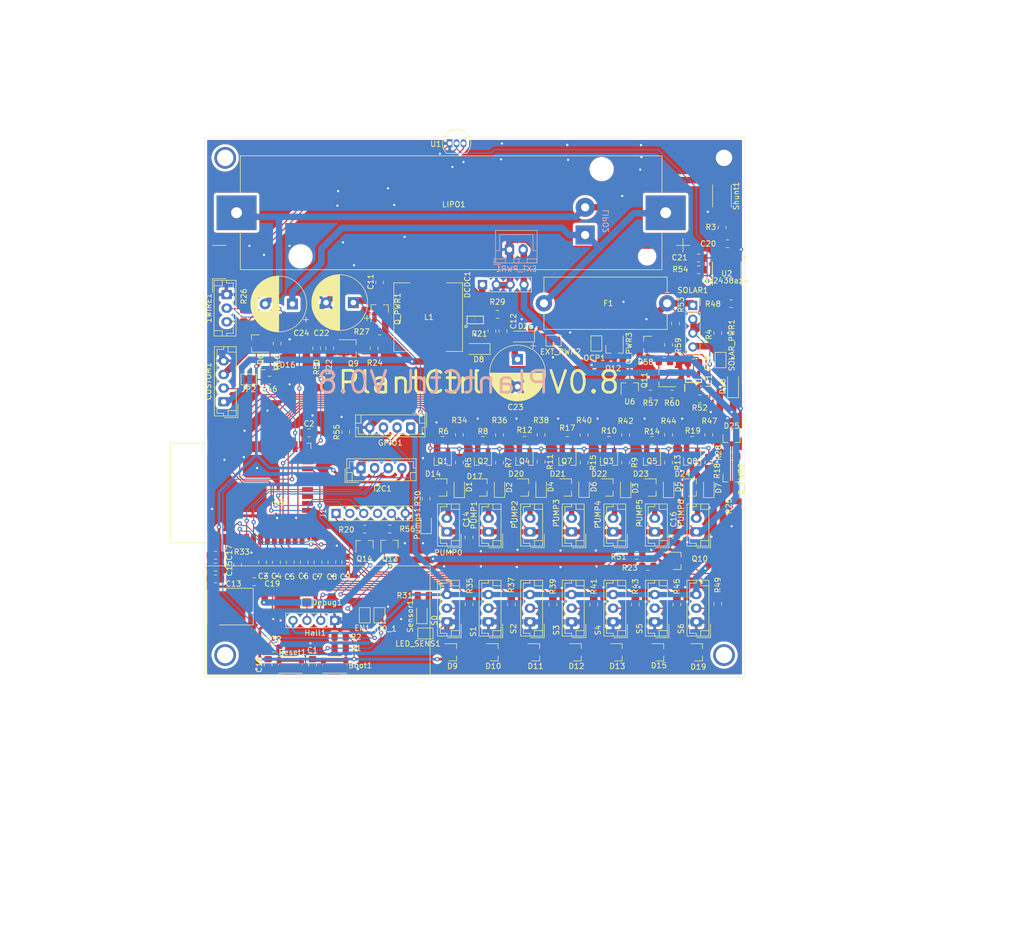
<source format=kicad_pcb>
(kicad_pcb (version 20171130) (host pcbnew "(5.1.5)-3")
  (layers (0 F.Cu signal) (31 B.Cu signal) (34 B.Paste user) (35 F.Paste user) (36 B.SilkS user) (37 F.SilkS user) (38 B.Mask user) (39 F.Mask user) (44 Edge.Cuts user))
  (net 0 "")
  (net 1 PLANT1_PUMP)
  (net 2 PLANT2_PUMP)
  (net 3 PLANT3_PUMP)
  (net 4 PLANT4_PUMP)
  (net 5 PLANT5_PUMP)
  (net 6 PLANT6_PUMP)
  (net 7 GND)
  (net 8 PLANT6_MOIST)
  (net 9 PLANT5_MOIST)
  (net 10 PLANT4_MOIST)
  (net 11 PLANT3_MOIST)
  (net 12 PLANT2_MOIST)
  (net 13 PLANT1_MOIST)
  (net 14 PLANT_CTRL_PUMP_0)
  (net 15 PUMP_PWR)
  (net 16 PWR_PUMP_CONVERTER)
  (net 17 3_3V)
  (net 18 Temp)
  (net 19 PLANT0_PUMP)
  (net 20 CUSTOM_GPIO)
  (net 21 PWR_SENSORS)
  (net 22 PLANT0_MOIST)
  (net 23 "Net-(R35-Pad1)")
  (net 24 PLANT_CTRL_PUMP_1)
  (net 25 "Net-(R37-Pad1)")
  (net 26 PLANT_CTRL_PUMP_2)
  (net 27 "Net-(R39-Pad1)")
  (net 28 PLANT_CTRL_PUMP_3)
  (net 29 "Net-(R41-Pad1)")
  (net 30 PLANT_CTRL_PUMP_4)
  (net 31 "Net-(R43-Pad1)")
  (net 32 PLANT_CTRL_PUMP_5)
  (net 33 "Net-(R45-Pad1)")
  (net 34 PLANT_CTRL_PUMP_6)
  (net 35 "Net-(R49-Pad1)")
  (net 36 PUMP_ENABLE)
  (net 37 SENSORS_ENABLE)
  (net 38 "Net-(C10-Pad2)")
  (net 39 VCC_BATT)
  (net 40 LIPO_OC)
  (net 41 "Net-(D8-Pad2)")
  (net 42 "Net-(IC1-Pad2)")
  (net 43 "Net-(R21-Pad2)")
  (net 44 "Net-(D1-Pad2)")
  (net 45 "Net-(D2-Pad2)")
  (net 46 "Net-(D3-Pad2)")
  (net 47 "Net-(D4-Pad2)")
  (net 48 "Net-(D5-Pad2)")
  (net 49 "Net-(D6-Pad2)")
  (net 50 "Net-(D7-Pad2)")
  (net 51 "Net-(Pumps1-Pad2)")
  (net 52 "Net-(Q1-Pad1)")
  (net 53 "Net-(Q2-Pad1)")
  (net 54 "Net-(Q3-Pad1)")
  (net 55 "Net-(Q4-Pad1)")
  (net 56 "Net-(Q5-Pad1)")
  (net 57 "Net-(Q6-Pad1)")
  (net 58 "Net-(Q7-Pad1)")
  (net 59 "Net-(Q8-Pad1)")
  (net 60 "Net-(Q9-Pad3)")
  (net 61 "Net-(Q9-Pad1)")
  (net 62 "Net-(Q10-Pad3)")
  (net 63 "Net-(Q10-Pad1)")
  (net 64 "Net-(Q_PWR1-Pad1)")
  (net 65 "Net-(Q_PWR2-Pad1)")
  (net 66 "Net-(R31-Pad1)")
  (net 67 "Net-(C12-Pad1)")
  (net 68 "Net-(C19-Pad2)")
  (net 69 VCC)
  (net 70 "Net-(C18-Pad2)")
  (net 71 enable_all)
  (net 72 "Net-(Q_PWR3-Pad1)")
  (net 73 SOLAR_IN)
  (net 74 "Net-(C2-Pad2)")
  (net 75 "Net-(C20-Pad1)")
  (net 76 "Net-(D18-Pad2)")
  (net 77 VCC_BAT_FUSED)
  (net 78 "Net-(I2C1-Pad3)")
  (net 79 "Net-(I2C1-Pad2)")
  (net 80 "Net-(IC1-Pad1)")
  (net 81 SOLAR_GND)
  (net 82 "Net-(R4-Pad1)")
  (net 83 "Net-(C21-Pad1)")
  (net 84 "Net-(CUSTOM1-Pad3)")
  (net 85 "Net-(CUSTOM1-Pad2)")
  (net 86 "Net-(GPIO1-Pad3)")
  (net 87 "Net-(GPIO1-Pad2)")
  (net 88 "Net-(LED_SENS1-Pad1)")
  (net 89 Rsense+)
  (net 90 HALL_TX)
  (net 91 "Net-(Debug1-Pad1)")
  (net 92 EN)
  (net 93 IO0)
  (net 94 RTS)
  (net 95 "Net-(Q13-Pad2)")
  (net 96 DTR)
  (net 97 "Net-(Q14-Pad2)")
  (net 98 ESP_RX)
  (net 99 ESP_TX)
  (net 100 "Net-(Boot1-Pad2)")
  (net 101 "Net-(Q11-Pad1)")
  (net 102 "Net-(R57-Pad2)")
  (module Package_TO_SOT_SMD:SOT-23 (layer F.Cu) (at 248.158 86.487 90)
    (fp_text reference U6 (at -2.667 0 180) (layer F.SilkS))
    (fp_text value CN61CN33)
    (pad 3 smd rect (at 1 0 90) (size 0.9 0.8) (layers F.Cu F.Paste F.Mask) (net 77 VCC_BAT_FUSED))
    (pad 2 smd rect (at -1 0.95 90) (size 0.9 0.8) (layers F.Cu F.Paste F.Mask) (net 7 GND))
    (pad 1 smd rect (at -1 -0.95 90) (size 0.9 0.8) (layers F.Cu F.Paste F.Mask) (net 102 "Net-(R57-Pad2)"))
  )
  (module Resistor_SMD:R_0805_2012Metric_Pad1.15x1.40mm_HandSolder (layer F.Cu) (at 255.905 87.757)
    (fp_text reference R60 (at 0 1.651) (layer F.SilkS))
    (fp_text value 19k-19.5K)
    (pad 2 smd roundrect (at 1.025 0) (size 1.15 1.4) (layers F.Cu F.Paste F.Mask) (roundrect_rratio 0.217391) (net 80 "Net-(IC1-Pad1)"))
    (pad 1 smd roundrect (at -1.025 0) (size 1.15 1.4) (layers F.Cu F.Paste F.Mask) (roundrect_rratio 0.217391) (net 101 "Net-(Q11-Pad1)"))
  )
  (module Resistor_SMD:R_0805_2012Metric_Pad1.15x1.40mm_HandSolder (layer F.Cu) (at 251.968 87.757 180)
    (fp_text reference R57 (at 0 -1.65) (layer F.SilkS))
    (fp_text value 1k)
    (pad 2 smd roundrect (at 1.025 0 180) (size 1.15 1.4) (layers F.Cu F.Paste F.Mask) (roundrect_rratio 0.217391) (net 102 "Net-(R57-Pad2)"))
    (pad 1 smd roundrect (at -1.025 0 180) (size 1.15 1.4) (layers F.Cu F.Paste F.Mask) (roundrect_rratio 0.217391) (net 101 "Net-(Q11-Pad1)"))
  )
  (module Capacitor_THT:CP_Radial_D10.0mm_P5.00mm (layer F.Cu) (at 186.309 71.247 180)
    (fp_text reference C24 (at -1.651 -5.334) (layer F.SilkS))
    (fp_text value 1000uF)
    (pad 2 thru_hole circle (at 5 0 180) (size 2 2) (drill 1) (layers *.Cu *.Mask) (net 89 Rsense+))
    (pad 1 thru_hole rect (at 0 0 180) (size 2 2) (drill 1) (layers *.Cu *.Mask) (net 39 VCC_BATT))
  )
  (module TestPoint:TestPoint_Pad_1.5x1.5mm (layer F.Cu) (at 188.9506 125.984 180)
    (fp_text reference Debug1 (at -3.7084 0) (layer F.SilkS))
    (fp_text value Conn_01x01_Male)
    (pad 1 smd rect (at 0 0 180) (size 1.5 1.5) (layers F.Cu F.Mask) (net 91 "Net-(Debug1-Pad1)"))
  )
  (module Package_TO_SOT_SMD:SOT-23 (layer F.Cu) (at 199.5424 115.3922 90)
    (fp_text reference Q14 (at -2.5908 -0.0254 180) (layer F.SilkS))
    (fp_text value BC817)
    (pad 3 smd rect (at 1 0 90) (size 0.9 0.8) (layers F.Cu F.Paste F.Mask) (net 96 DTR))
    (pad 2 smd rect (at -1 0.95 90) (size 0.9 0.8) (layers F.Cu F.Paste F.Mask) (net 97 "Net-(Q14-Pad2)"))
    (pad 1 smd rect (at -1 -0.95 90) (size 0.9 0.8) (layers F.Cu F.Paste F.Mask) (net 93 IO0))
  )
  (module Package_TO_SOT_SMD:SOT-23 (layer F.Cu) (at 204.1144 115.3414 90)
    (fp_text reference Q13 (at -2.6416 0.1016 180) (layer F.SilkS))
    (fp_text value BC817)
    (pad 3 smd rect (at 1 0 90) (size 0.9 0.8) (layers F.Cu F.Paste F.Mask) (net 94 RTS))
    (pad 2 smd rect (at -1 0.95 90) (size 0.9 0.8) (layers F.Cu F.Paste F.Mask) (net 95 "Net-(Q13-Pad2)"))
    (pad 1 smd rect (at -1 -0.95 90) (size 0.9 0.8) (layers F.Cu F.Paste F.Mask) (net 92 EN))
  )
  (module Connector_PinHeader_2.54mm:PinHeader_1x06_P2.54mm_Vertical (layer F.Cu) (at 194.31 109.6518 90)
    (fp_text reference J1 (at 0 -2.33 90) (layer F.SilkS))
    (fp_text value Conn_01x06_Female)
    (pad 6 thru_hole oval (at 0 12.7 90) (size 1.7 1.7) (drill 1) (layers *.Cu *.Mask) (net 7 GND))
    (pad 5 thru_hole oval (at 0 10.16 90) (size 1.7 1.7) (drill 1) (layers *.Cu *.Mask) (net 94 RTS))
    (pad 4 thru_hole oval (at 0 7.62 90) (size 1.7 1.7) (drill 1) (layers *.Cu *.Mask))
    (pad 3 thru_hole oval (at 0 5.08 90) (size 1.7 1.7) (drill 1) (layers *.Cu *.Mask) (net 98 ESP_RX))
    (pad 2 thru_hole oval (at 0 2.54 90) (size 1.7 1.7) (drill 1) (layers *.Cu *.Mask) (net 99 ESP_TX))
    (pad 1 thru_hole rect (at 0 0 90) (size 1.7 1.7) (drill 1) (layers *.Cu *.Mask) (net 96 DTR))
  )
  (module Resistor_SMD:R_0805_2012Metric_Pad1.15x1.40mm_HandSolder (layer F.Cu) (at 204.1652 112.522)
    (fp_text reference R56 (at 3.2258 0) (layer F.SilkS))
    (fp_text value 10k)
    (pad 2 smd roundrect (at 1.025 0) (size 1.15 1.4) (layers F.Cu F.Paste F.Mask) (roundrect_rratio 0.217391) (net 94 RTS))
    (pad 1 smd roundrect (at -1.025 0) (size 1.15 1.4) (layers F.Cu F.Paste F.Mask) (roundrect_rratio 0.217391) (net 97 "Net-(Q14-Pad2)"))
  )
  (module Resistor_SMD:R_0805_2012Metric_Pad1.15x1.40mm_HandSolder (layer F.Cu) (at 199.5678 112.5474 180)
    (fp_text reference R20 (at 3.3528 -0.1016) (layer F.SilkS))
    (fp_text value 10k)
    (pad 2 smd roundrect (at 1.025 0 180) (size 1.15 1.4) (layers F.Cu F.Paste F.Mask) (roundrect_rratio 0.217391) (net 96 DTR))
    (pad 1 smd roundrect (at -1.025 0 180) (size 1.15 1.4) (layers F.Cu F.Paste F.Mask) (roundrect_rratio 0.217391) (net 95 "Net-(Q13-Pad2)"))
  )
  (module Jumper:SolderJumper-2_P1.3mm_Bridged_Pad1.0x1.5mm (layer F.Cu) (at 202.2602 128.3462 90)
    (fp_text reference IO0_1 (at -2.4638 1.0668 180) (layer F.SilkS))
    (fp_text value NC)
    (fp_poly (pts (xy -0.25 -0.3) (xy 0.25 -0.3) (xy 0.25 0.3) (xy -0.25 0.3)) (layer F.Cu) (width 0))
    (pad 2 smd rect (at 0.65 0 90) (size 1 1.5) (layers F.Cu F.Mask) (net 93 IO0))
    (pad 1 smd rect (at -0.65 0 90) (size 1 1.5) (layers F.Cu F.Mask) (net 74 "Net-(C2-Pad2)"))
  )
  (module Jumper:SolderJumper-2_P1.3mm_Bridged_Pad1.0x1.5mm (layer F.Cu) (at 199.57288 128.33604 90)
    (fp_text reference EN1 (at -2.34696 -0.43688 180) (layer F.SilkS))
    (fp_text value NC)
    (fp_poly (pts (xy -0.25 -0.3) (xy 0.25 -0.3) (xy 0.25 0.3) (xy -0.25 0.3)) (layer F.Cu) (width 0))
    (pad 2 smd rect (at 0.65 0 90) (size 1 1.5) (layers F.Cu F.Mask) (net 92 EN))
    (pad 1 smd rect (at -0.65 0 90) (size 1 1.5) (layers F.Cu F.Mask) (net 68 "Net-(C19-Pad2)"))
  )
  (module Capacitor_SMD:C_0805_2012Metric_Pad1.15x1.40mm_HandSolder (layer F.Cu) (at 266.065 60.198)
    (fp_text reference C20 (at -3.5306 0) (layer F.SilkS))
    (fp_text value 100n)
    (pad 2 smd roundrect (at 1.025 0) (size 1.15 1.4) (layers F.Cu F.Paste F.Mask) (roundrect_rratio 0.217391) (net 89 Rsense+))
    (pad 1 smd roundrect (at -1.025 0) (size 1.15 1.4) (layers F.Cu F.Paste F.Mask) (roundrect_rratio 0.217391) (net 75 "Net-(C20-Pad1)"))
  )
  (module Connector_JST:JST_EH_B4B-EH-A_1x04_P2.50mm_Vertical (layer F.Cu) (at 208.0006 93.9038 180)
    (fp_text reference GPIO1 (at 3.75 -2.8) (layer F.SilkS))
    (fp_text value Conn_01x04_Female)
    (pad 4 thru_hole oval (at 7.5 0 180) (size 1.7 1.95) (drill 0.95) (layers *.Cu *.Mask) (net 7 GND))
    (pad 3 thru_hole oval (at 5 0 180) (size 1.7 1.95) (drill 0.95) (layers *.Cu *.Mask) (net 86 "Net-(GPIO1-Pad3)"))
    (pad 2 thru_hole oval (at 2.5 0 180) (size 1.7 1.95) (drill 0.95) (layers *.Cu *.Mask) (net 87 "Net-(GPIO1-Pad2)"))
    (pad 1 thru_hole roundrect (at 0 0 180) (size 1.7 1.95) (drill 0.95) (layers *.Cu *.Mask) (roundrect_rratio 0.147059) (net 21 PWR_SENSORS))
  )
  (module Capacitor_THT:CP_Radial_D10.0mm_P5.00mm (layer F.Cu) (at 227.584 81.407 270)
    (fp_text reference C23 (at 8.763 0.381 180) (layer F.SilkS))
    (fp_text value 1000uF)
    (pad 2 thru_hole circle (at 5 0 270) (size 2 2) (drill 1) (layers *.Cu *.Mask) (net 7 GND))
    (pad 1 thru_hole rect (at 0 0 270) (size 2 2) (drill 1) (layers *.Cu *.Mask) (net 67 "Net-(C12-Pad1)"))
  )
  (module Capacitor_THT:CP_Radial_D10.0mm_P5.00mm (layer F.Cu) (at 197.485 70.993 180)
    (fp_text reference C22 (at 5.842 -5.588) (layer F.SilkS))
    (fp_text value 1000uF)
    (pad 2 thru_hole circle (at 5 0 180) (size 2 2) (drill 1) (layers *.Cu *.Mask) (net 7 GND))
    (pad 1 thru_hole rect (at 0 0 180) (size 2 2) (drill 1) (layers *.Cu *.Mask) (net 16 PWR_PUMP_CONVERTER))
  )
  (module Resistor_SMD:R_0805_2012Metric_Pad1.15x1.40mm_HandSolder (layer F.Cu) (at 196.088 94.742 90)
    (fp_text reference R55 (at 0 -1.65 90) (layer F.SilkS))
    (fp_text value 10k)
    (pad 2 smd roundrect (at 1.025 0 90) (size 1.15 1.4) (layers F.Cu F.Paste F.Mask) (roundrect_rratio 0.217391) (net 7 GND))
    (pad 1 smd roundrect (at -1.025 0 90) (size 1.15 1.4) (layers F.Cu F.Paste F.Mask) (roundrect_rratio 0.217391) (net 87 "Net-(GPIO1-Pad2)"))
  )
  (module Resistor_SMD:R_0805_2012Metric_Pad1.15x1.40mm_HandSolder (layer F.Cu) (at 221.234 96.266)
    (fp_text reference R8 (at 0 -1.65) (layer F.SilkS))
    (fp_text value 10k)
    (pad 2 smd roundrect (at 1.025 0) (size 1.15 1.4) (layers F.Cu F.Paste F.Mask) (roundrect_rratio 0.217391) (net 53 "Net-(Q2-Pad1)"))
    (pad 1 smd roundrect (at -1.025 0) (size 1.15 1.4) (layers F.Cu F.Paste F.Mask) (roundrect_rratio 0.217391) (net 7 GND))
  )
  (module Jumper:SolderJumper-2_P1.3mm_Bridged_Pad1.0x1.5mm (layer F.Cu) (at 264.795 81.534 90)
    (fp_text reference SOLAR_PWR1 (at 2.7178 2.0574 90) (layer F.SilkS))
    (fp_text value NC)
    (fp_poly (pts (xy -0.25 -0.3) (xy 0.25 -0.3) (xy 0.25 0.3) (xy -0.25 0.3)) (layer F.Cu) (width 0))
    (pad 2 smd rect (at 0.65 0 90) (size 1 1.5) (layers F.Cu F.Mask) (net 73 SOLAR_IN))
    (pad 1 smd rect (at -0.65 0 90) (size 1 1.5) (layers F.Cu F.Mask) (net 76 "Net-(D18-Pad2)"))
  )
  (module Connector_PinSocket_2.54mm:PinSocket_1x04_P2.54mm_Vertical (layer F.Cu) (at 259.715 71.501)
    (fp_text reference SOLAR1 (at 0 -2.77) (layer F.SilkS))
    (fp_text value Conn_01x04)
    (pad 4 thru_hole oval (at 0 7.62) (size 1.7 1.7) (drill 1) (layers *.Cu *.Mask) (net 73 SOLAR_IN))
    (pad 3 thru_hole oval (at 0 5.08) (size 1.7 1.7) (drill 1) (layers *.Cu *.Mask) (net 81 SOLAR_GND))
    (pad 2 thru_hole oval (at 0 2.54) (size 1.7 1.7) (drill 1) (layers *.Cu *.Mask) (net 81 SOLAR_GND))
    (pad 1 thru_hole rect (at 0 0) (size 1.7 1.7) (drill 1) (layers *.Cu *.Mask) (net 77 VCC_BAT_FUSED))
  )
  (module Jumper:SolderJumper-2_P1.3mm_Open_Pad1.0x1.5mm (layer F.Cu) (at 242.0366 78.486 270)
    (fp_text reference OCP1 (at 2.667 0.3556 180) (layer F.SilkS))
    (fp_text value SolderJumper_2_Open)
    (pad 1 smd rect (at -0.65 0 270) (size 1 1.5) (layers F.Cu F.Mask) (net 81 SOLAR_GND))
    (pad 2 smd rect (at 0.65 0 270) (size 1 1.5) (layers F.Cu F.Mask) (net 7 GND))
  )
  (module Connector_Wire:SolderWirePad_1x02_P5.08mm_Drill1.5mm (layer B.Cu) (at 239.9792 58.5978 90)
    (fp_text reference LIPO2 (at 2.54 3.81 -90) (layer B.SilkS) (effects (justify mirror)))
    (fp_text value Conn_01x02_Female)
    (pad 2 thru_hole circle (at 5.08 0 90) (size 3.50012 3.50012) (drill 1.50114) (layers *.Cu *.Mask) (net 89 Rsense+))
    (pad 1 thru_hole rect (at 0 0 90) (size 3.50012 3.50012) (drill 1.50114) (layers *.Cu *.Mask) (net 39 VCC_BATT))
  )
  (module misc_footprints:BatteryHolder_Keystone_1042_1x18650 (layer F.Cu) (at 215.4066 54.5084 180)
    (fp_text reference LIPO1 (at -0.4934 1.524) (layer F.SilkS))
    (fp_text value Conn_01x02_Female)
    (pad 1 thru_hole rect (at -39.33 0 180) (size 7.34 6.35) (drill 2) (layers *.Cu *.Mask) (net 39 VCC_BATT))
    (pad 2 thru_hole rect (at 39.33 0 180) (size 7.34 6.35) (drill 2) (layers *.Cu *.Mask) (net 89 Rsense+))
    (pad "" np_thru_hole circle (at 27.6 -8 180) (size 3.45 3.45) (drill 3.45) (layers *.Cu *.Mask))
    (pad "" np_thru_hole circle (at -27.6 8 180) (size 3.45 3.45) (drill 3.45) (layers *.Cu *.Mask))
    (pad "" np_thru_hole circle (at -35.93 -8 180) (size 2.39 2.39) (drill 2.39) (layers *.Cu *.Mask))
  )
  (module Jumper:SolderJumper-2_P1.3mm_Bridged_Pad1.0x1.5mm (layer F.Cu) (at 210.693 131.6736)
    (fp_text reference LED_SENS1 (at -1.3716 1.8796) (layer F.SilkS))
    (fp_text value NC)
    (fp_poly (pts (xy -0.25 -0.3) (xy 0.25 -0.3) (xy 0.25 0.3) (xy -0.25 0.3)) (layer F.Cu) (width 0))
    (pad 2 smd rect (at 0.65 0) (size 1 1.5) (layers F.Cu F.Mask) (net 7 GND))
    (pad 1 smd rect (at -0.65 0) (size 1 1.5) (layers F.Cu F.Mask) (net 88 "Net-(LED_SENS1-Pad1)"))
  )
  (module Jumper:SolderJumper-2_P1.3mm_Open_Pad1.0x1.5mm (layer F.Cu) (at 234.188 77.978)
    (fp_text reference EXT_PWR2 (at 1.27 2.032) (layer F.SilkS))
    (fp_text value SolderJumper_2_Open)
    (pad 1 smd rect (at -0.65 0) (size 1 1.5) (layers F.Cu F.Mask) (net 15 PUMP_PWR))
    (pad 2 smd rect (at 0.65 0) (size 1 1.5) (layers F.Cu F.Mask) (net 69 VCC))
  )
  (module Connector_JST:JST_XH_B2B-XH-A_1x02_P2.50mm_Vertical (layer B.Cu) (at 226.1108 61.2648)
    (fp_text reference EXT_PWR1 (at 1.25 3.55) (layer B.SilkS) (effects (justify mirror)))
    (fp_text value Conn_01x02)
    (pad 2 thru_hole oval (at 2.5 0) (size 1.7 2) (drill 1) (layers *.Cu *.Mask) (net 15 PUMP_PWR))
    (pad 1 thru_hole roundrect (at 0 0) (size 1.7 2) (drill 1) (layers *.Cu *.Mask) (roundrect_rratio 0.147059) (net 7 GND))
  )
  (module Connector_PinSocket_2.54mm:PinSocket_1x04_P2.54mm_Vertical (layer F.Cu) (at 221.1578 67.691 90)
    (fp_text reference DCDC1 (at 0 -2.77 90) (layer F.SilkS))
    (fp_text value Conn_01x04)
    (pad 4 thru_hole oval (at 0 7.62 90) (size 1.7 1.7) (drill 1) (layers *.Cu *.Mask) (net 15 PUMP_PWR))
    (pad 3 thru_hole oval (at 0 5.08 90) (size 1.7 1.7) (drill 1) (layers *.Cu *.Mask) (net 7 GND))
    (pad 2 thru_hole oval (at 0 2.54 90) (size 1.7 1.7) (drill 1) (layers *.Cu *.Mask) (net 7 GND))
    (pad 1 thru_hole rect (at 0 0 90) (size 1.7 1.7) (drill 1) (layers *.Cu *.Mask) (net 16 PWR_PUMP_CONVERTER))
  )
  (module Connector_JST:JST_EH_B4B-EH-A_1x04_P2.50mm_Vertical (layer F.Cu) (at 173.7106 89.1794 90)
    (fp_text reference CUSTOM1 (at 3.75 -2.8 90) (layer F.SilkS))
    (fp_text value Conn_01x04)
    (pad 4 thru_hole oval (at 7.5 0 90) (size 1.7 1.95) (drill 0.95) (layers *.Cu *.Mask) (net 7 GND))
    (pad 3 thru_hole oval (at 5 0 90) (size 1.7 1.95) (drill 0.95) (layers *.Cu *.Mask) (net 84 "Net-(CUSTOM1-Pad3)"))
    (pad 2 thru_hole oval (at 2.5 0 90) (size 1.7 1.95) (drill 0.95) (layers *.Cu *.Mask) (net 85 "Net-(CUSTOM1-Pad2)"))
    (pad 1 thru_hole roundrect (at 0 0 90) (size 1.7 1.95) (drill 0.95) (layers *.Cu *.Mask) (roundrect_rratio 0.147059) (net 69 VCC))
  )
  (module Connector_JST:JST_EH_B3B-EH-A_1x03_P2.50mm_Vertical (layer F.Cu) (at 174.2694 69.5198 270)
    (fp_text reference 1WIRE1 (at 2.4892 3.302 90) (layer F.SilkS))
    (fp_text value Conn_01x03)
    (pad 3 thru_hole oval (at 5 0 270) (size 1.7 1.95) (drill 0.95) (layers *.Cu *.Mask) (net 17 3_3V))
    (pad 2 thru_hole oval (at 2.5 0 270) (size 1.7 1.95) (drill 0.95) (layers *.Cu *.Mask) (net 18 Temp))
    (pad 1 thru_hole roundrect (at 0 0 270) (size 1.7 1.95) (drill 0.95) (layers *.Cu *.Mask) (roundrect_rratio 0.147059) (net 7 GND))
  )
  (module misc_footprints:ds2438az&plus_ (layer F.Cu) (at 265.938 65.659 270)
    (fp_text reference U2 (at 0 0 180) (layer F.SilkS))
    (fp_text value ds2438az+ (at 1.2954 0 180) (layer F.SilkS))
    (fp_text user * (at -2.97815 -3.5814 90) (layer F.SilkS))
    (fp_text user * (at -2.97815 -3.5814 90) (layer F.SilkS))
    (pad 8 smd rect (at 2.72415 -1.905 270) (size 1.4605 0.5334) (layers F.Cu F.Paste F.Mask) (net 18 Temp))
    (pad 7 smd rect (at 2.72415 -0.635 270) (size 1.4605 0.5334) (layers F.Cu F.Paste F.Mask))
    (pad 6 smd rect (at 2.72415 0.635 270) (size 1.4605 0.5334) (layers F.Cu F.Paste F.Mask))
    (pad 5 smd rect (at 2.72415 1.905 270) (size 1.4605 0.5334) (layers F.Cu F.Paste F.Mask) (net 69 VCC))
    (pad 4 smd rect (at -2.72415 1.905 270) (size 1.4605 0.5334) (layers F.Cu F.Paste F.Mask) (net 83 "Net-(C21-Pad1)"))
    (pad 3 smd rect (at -2.72415 0.635 270) (size 1.4605 0.5334) (layers F.Cu F.Paste F.Mask) (net 75 "Net-(C20-Pad1)"))
    (pad 2 smd rect (at -2.72415 -0.635 270) (size 1.4605 0.5334) (layers F.Cu F.Paste F.Mask) (net 89 Rsense+))
    (pad 1 smd rect (at -2.72415 -1.905 270) (size 1.4605 0.5334) (layers F.Cu F.Paste F.Mask) (net 7 GND))
  )
  (module Resistor_SMD:R_0805_2012Metric_Pad1.15x1.40mm_HandSolder (layer F.Cu) (at 260.7818 64.9732)
    (fp_text reference R54 (at -3.3528 -0.0762) (layer F.SilkS))
    (fp_text value 100k)
    (pad 2 smd roundrect (at 1.025 0) (size 1.15 1.4) (layers F.Cu F.Paste F.Mask) (roundrect_rratio 0.217391) (net 83 "Net-(C21-Pad1)"))
    (pad 1 smd roundrect (at -1.025 0) (size 1.15 1.4) (layers F.Cu F.Paste F.Mask) (roundrect_rratio 0.217391) (net 82 "Net-(R4-Pad1)"))
  )
  (module Capacitor_SMD:C_0805_2012Metric_Pad1.15x1.40mm_HandSolder (layer F.Cu) (at 260.7908 62.8142 180)
    (fp_text reference C21 (at 3.4888 0.0762) (layer F.SilkS))
    (fp_text value 100n)
    (pad 2 smd roundrect (at 1.025 0 180) (size 1.15 1.4) (layers F.Cu F.Paste F.Mask) (roundrect_rratio 0.217391) (net 7 GND))
    (pad 1 smd roundrect (at -1.025 0 180) (size 1.15 1.4) (layers F.Cu F.Paste F.Mask) (roundrect_rratio 0.217391) (net 83 "Net-(C21-Pad1)"))
  )
  (module Resistor_SMD:R_2512_6332Metric (layer F.Cu) (at 265.049 51.435 270)
    (fp_text reference Shunt1 (at 0 -2.62 90) (layer F.SilkS))
    (fp_text value 0.100)
    (pad 1 smd roundrect (at -2.9 0 270) (size 1.35 3.35) (layers F.Cu F.Paste F.Mask) (roundrect_rratio 0.185185) (net 89 Rsense+))
    (pad 2 smd roundrect (at 2.9 0 270) (size 1.35 3.35) (layers F.Cu F.Paste F.Mask) (roundrect_rratio 0.185185) (net 7 GND))
  )
  (module Resistor_SMD:R_0805_2012Metric_Pad1.15x1.40mm_HandSolder (layer F.Cu) (at 266.7508 71.1962 180)
    (fp_text reference R48 (at 3.3528 -0.0508) (layer F.SilkS))
    (fp_text value 10k)
    (pad 2 smd roundrect (at 1.025 0 180) (size 1.15 1.4) (layers F.Cu F.Paste F.Mask) (roundrect_rratio 0.217391) (net 82 "Net-(R4-Pad1)"))
    (pad 1 smd roundrect (at -1.025 0 180) (size 1.15 1.4) (layers F.Cu F.Paste F.Mask) (roundrect_rratio 0.217391) (net 89 Rsense+))
  )
  (module Resistor_SMD:R_0805_2012Metric_Pad1.15x1.40mm_HandSolder (layer F.Cu) (at 264.287 76.581 270)
    (fp_text reference R4 (at 0.254 1.6256 90) (layer F.SilkS))
    (fp_text value 10k)
    (pad 2 smd roundrect (at 1.025 0 270) (size 1.15 1.4) (layers F.Cu F.Paste F.Mask) (roundrect_rratio 0.217391) (net 73 SOLAR_IN))
    (pad 1 smd roundrect (at -1.025 0 270) (size 1.15 1.4) (layers F.Cu F.Paste F.Mask) (roundrect_rratio 0.217391) (net 82 "Net-(R4-Pad1)"))
  )
  (module Resistor_SMD:R_0805_2012Metric_Pad1.15x1.40mm_HandSolder (layer F.Cu) (at 265.0744 57.2352 270)
    (fp_text reference R3 (at -0.0852 2.0574 180) (layer F.SilkS))
    (fp_text value 100k)
    (pad 2 smd roundrect (at 1.025 0 270) (size 1.15 1.4) (layers F.Cu F.Paste F.Mask) (roundrect_rratio 0.217391) (net 75 "Net-(C20-Pad1)"))
    (pad 1 smd roundrect (at -1.025 0 270) (size 1.15 1.4) (layers F.Cu F.Paste F.Mask) (roundrect_rratio 0.217391) (net 7 GND))
  )
  (module Connector_JST:JST_EH_B4B-EH-A_1x04_P2.50mm_Vertical (layer F.Cu) (at 198.882 101.346)
    (fp_text reference I2C1 (at 3.937 3.7592) (layer F.SilkS))
    (fp_text value Conn_01x04_Female)
    (pad 4 thru_hole oval (at 7.5 0) (size 1.7 1.95) (drill 0.95) (layers *.Cu *.Mask) (net 17 3_3V))
    (pad 3 thru_hole oval (at 5 0) (size 1.7 1.95) (drill 0.95) (layers *.Cu *.Mask) (net 78 "Net-(I2C1-Pad3)"))
    (pad 2 thru_hole oval (at 2.5 0) (size 1.7 1.95) (drill 0.95) (layers *.Cu *.Mask) (net 79 "Net-(I2C1-Pad2)"))
    (pad 1 thru_hole roundrect (at 0 0) (size 1.7 1.95) (drill 0.95) (layers *.Cu *.Mask) (roundrect_rratio 0.147059) (net 7 GND))
  )
  (module Diode_SMD:D_SOD-123F (layer F.Cu) (at 267.081 86.233 90)
    (fp_text reference D18 (at -0.127 -1.905 90) (layer F.SilkS))
    (fp_text value "40V >2A")
    (pad 2 smd rect (at 1.4 0 90) (size 1.1 1.1) (layers F.Cu F.Paste F.Mask) (net 76 "Net-(D18-Pad2)"))
    (pad 1 smd rect (at -1.4 0 90) (size 1.1 1.1) (layers F.Cu F.Paste F.Mask) (net 15 PUMP_PWR))
  )
  (module Package_TO_SOT_SMD:SOT-23_Handsoldering (layer F.Cu) (at 266.827 103.124 270)
    (fp_text reference Q_PWR2 (at 0.254 -1.778 90) (layer F.SilkS))
    (fp_text value "P-channel 50v 4A")
    (pad 3 smd rect (at 1.5 0 270) (size 1.9 0.8) (layers F.Cu F.Paste F.Mask) (net 21 PWR_SENSORS))
    (pad 2 smd rect (at -1.5 0.95 270) (size 1.9 0.8) (layers F.Cu F.Paste F.Mask) (net 69 VCC))
    (pad 1 smd rect (at -1.5 -0.95 270) (size 1.9 0.8) (layers F.Cu F.Paste F.Mask) (net 65 "Net-(Q_PWR2-Pad1)"))
  )
  (module misc_footprints:SOT-23-6 (layer F.Cu) (at 219.837 74.168 90)
    (fp_text reference U4 (at 0.076237 -0.079439 270) (layer F.SilkS) (effects (font (size 0.600291 0.600291) (thickness 0.015))))
    (fp_text value SX1308)
    (pad 5 smd rect (at 1.35 0 90) (size 1 0.55) (layers F.Cu F.Paste F.Mask) (net 16 PWR_PUMP_CONVERTER))
    (pad 6 smd rect (at 1.35 -0.95 90) (size 1 0.55) (layers F.Cu F.Paste F.Mask))
    (pad 4 smd rect (at 1.35 0.95 90) (size 1 0.55) (layers F.Cu F.Paste F.Mask) (net 16 PWR_PUMP_CONVERTER))
    (pad 3 smd rect (at -1.35 0.95 90) (size 1 0.55) (layers F.Cu F.Paste F.Mask) (net 43 "Net-(R21-Pad2)"))
    (pad 1 smd rect (at -1.35 -0.95 90) (size 1 0.55) (layers F.Cu F.Paste F.Mask) (net 41 "Net-(D8-Pad2)"))
    (pad 2 smd rect (at -1.35 0 90) (size 1 0.55) (layers F.Cu F.Paste F.Mask) (net 7 GND))
  )
  (module ESP32:DPAK457P991X255-3N (layer F.Cu) (at 176.784 126.746 180)
    (fp_text reference U3 (at -2.825 -4.635) (layer F.SilkS) (effects (font (thickness 0.015))))
    (fp_text value LP38690DT-3.3)
    (pad 4 smd rect (at 2.32 0 180) (size 6.49 5.63) (layers F.Cu F.Mask) (net 7 GND))
    (pad 3 smd rect (at -4.45 2.285 180) (size 2.22 0.96) (layers F.Cu F.Paste F.Mask) (net 69 VCC))
    (pad 1 smd rect (at -4.45 -2.285 180) (size 2.22 0.96) (layers F.Cu F.Paste F.Mask) (net 17 3_3V))
  )
  (module Resistor_SMD:R_0805_2012Metric_Pad1.15x1.40mm_HandSolder (layer F.Cu) (at 256.54 74.803 270)
    (fp_text reference R53 (at -3.429 -1.016 90) (layer F.SilkS))
    (fp_text value 100)
    (pad 2 smd roundrect (at 1.025 0 270) (size 1.15 1.4) (layers F.Cu F.Paste F.Mask) (roundrect_rratio 0.217391) (net 38 "Net-(C10-Pad2)"))
    (pad 1 smd roundrect (at -1.025 0 270) (size 1.15 1.4) (layers F.Cu F.Paste F.Mask) (roundrect_rratio 0.217391) (net 77 VCC_BAT_FUSED))
  )
  (module Resistor_SMD:R_0805_2012Metric_Pad1.15x1.40mm_HandSolder (layer F.Cu) (at 260.985 88.646 180)
    (fp_text reference R52 (at 0 -1.65) (layer F.SilkS))
    (fp_text value 1k)
    (pad 2 smd roundrect (at 1.025 0 180) (size 1.15 1.4) (layers F.Cu F.Paste F.Mask) (roundrect_rratio 0.217391) (net 42 "Net-(IC1-Pad2)"))
    (pad 1 smd roundrect (at -1.025 0 180) (size 1.15 1.4) (layers F.Cu F.Paste F.Mask) (roundrect_rratio 0.217391) (net 81 SOLAR_GND))
  )
  (module Resistor_SMD:R_0805_2012Metric_Pad1.15x1.40mm_HandSolder (layer F.Cu) (at 249.428 117.348 180)
    (fp_text reference R51 (at 3.302 -0.254) (layer F.SilkS))
    (fp_text value 1k)
    (pad 2 smd roundrect (at 1.025 0 180) (size 1.15 1.4) (layers F.Cu F.Paste F.Mask) (roundrect_rratio 0.217391) (net 37 SENSORS_ENABLE))
    (pad 1 smd roundrect (at -1.025 0 180) (size 1.15 1.4) (layers F.Cu F.Paste F.Mask) (roundrect_rratio 0.217391) (net 63 "Net-(Q10-Pad1)"))
  )
  (module Resistor_SMD:R_0805_2012Metric_Pad1.15x1.40mm_HandSolder (layer F.Cu) (at 190.754 79.375 270)
    (fp_text reference R50 (at 3.429 0 90) (layer F.SilkS))
    (fp_text value 1k)
    (pad 2 smd roundrect (at 1.025 0 270) (size 1.15 1.4) (layers F.Cu F.Paste F.Mask) (roundrect_rratio 0.217391) (net 36 PUMP_ENABLE))
    (pad 1 smd roundrect (at -1.025 0 270) (size 1.15 1.4) (layers F.Cu F.Paste F.Mask) (roundrect_rratio 0.217391) (net 61 "Net-(Q9-Pad1)"))
  )
  (module Resistor_SMD:R_0805_2012Metric_Pad1.15x1.40mm_HandSolder (layer F.Cu) (at 182.118 85.217 180)
    (fp_text reference R46 (at 0 -1.65) (layer F.SilkS))
    (fp_text value 1k)
    (pad 2 smd roundrect (at 1.025 0 180) (size 1.15 1.4) (layers F.Cu F.Paste F.Mask) (roundrect_rratio 0.217391) (net 20 CUSTOM_GPIO))
    (pad 1 smd roundrect (at -1.025 0 180) (size 1.15 1.4) (layers F.Cu F.Paste F.Mask) (roundrect_rratio 0.217391) (net 57 "Net-(Q6-Pad1)"))
  )
  (module Resistor_SMD:R_0805_2012Metric_Pad1.15x1.40mm_HandSolder (layer F.Cu) (at 223.901 73.152)
    (fp_text reference R29 (at 0 -2.286 180) (layer F.SilkS))
    (fp_text value 1k)
    (pad 2 smd roundrect (at 1.025 0) (size 1.15 1.4) (layers F.Cu F.Paste F.Mask) (roundrect_rratio 0.217391) (net 7 GND))
    (pad 1 smd roundrect (at -1.025 0) (size 1.15 1.4) (layers F.Cu F.Paste F.Mask) (roundrect_rratio 0.217391) (net 43 "Net-(R21-Pad2)"))
  )
  (module Resistor_SMD:R_0805_2012Metric_Pad1.15x1.40mm_HandSolder (layer F.Cu) (at 266.827 99.187 180)
    (fp_text reference R28 (at 2.413 0.635 90) (layer F.SilkS))
    (fp_text value 10k)
    (pad 2 smd roundrect (at 1.025 0 180) (size 1.15 1.4) (layers F.Cu F.Paste F.Mask) (roundrect_rratio 0.217391) (net 69 VCC))
    (pad 1 smd roundrect (at -1.025 0 180) (size 1.15 1.4) (layers F.Cu F.Paste F.Mask) (roundrect_rratio 0.217391) (net 65 "Net-(Q_PWR2-Pad1)"))
  )
  (module Resistor_SMD:R_0805_2012Metric_Pad1.15x1.40mm_HandSolder (layer F.Cu) (at 202.311 76.2)
    (fp_text reference R27 (at -3.302 0.127 180) (layer F.SilkS))
    (fp_text value 10k)
    (pad 2 smd roundrect (at 1.025 0) (size 1.15 1.4) (layers F.Cu F.Paste F.Mask) (roundrect_rratio 0.217391) (net 69 VCC))
    (pad 1 smd roundrect (at -1.025 0) (size 1.15 1.4) (layers F.Cu F.Paste F.Mask) (roundrect_rratio 0.217391) (net 64 "Net-(Q_PWR1-Pad1)"))
  )
  (module Resistor_SMD:R_0805_2012Metric_Pad1.15x1.40mm_HandSolder (layer F.Cu) (at 177.419 73.406 270)
    (fp_text reference R26 (at -3.556 0 90) (layer F.SilkS))
    (fp_text value 4k7)
    (pad 2 smd roundrect (at 1.025 0 270) (size 1.15 1.4) (layers F.Cu F.Paste F.Mask) (roundrect_rratio 0.217391) (net 17 3_3V))
    (pad 1 smd roundrect (at -1.025 0 270) (size 1.15 1.4) (layers F.Cu F.Paste F.Mask) (roundrect_rratio 0.217391) (net 18 Temp))
  )
  (module Resistor_SMD:R_0805_2012Metric_Pad1.15x1.40mm_HandSolder (layer F.Cu) (at 267.97 108.458 270)
    (fp_text reference R25 (at -0.127 1.651 90) (layer F.SilkS))
    (fp_text value 10k)
    (pad 2 smd roundrect (at 1.025 0 270) (size 1.15 1.4) (layers F.Cu F.Paste F.Mask) (roundrect_rratio 0.217391) (net 62 "Net-(Q10-Pad3)"))
    (pad 1 smd roundrect (at -1.025 0 270) (size 1.15 1.4) (layers F.Cu F.Paste F.Mask) (roundrect_rratio 0.217391) (net 65 "Net-(Q_PWR2-Pad1)"))
  )
  (module Resistor_SMD:R_0805_2012Metric_Pad1.15x1.40mm_HandSolder (layer F.Cu) (at 201.295 79.375 270)
    (fp_text reference R24 (at 2.667 -0.127 180) (layer F.SilkS))
    (fp_text value 10k)
    (pad 2 smd roundrect (at 1.025 0 270) (size 1.15 1.4) (layers F.Cu F.Paste F.Mask) (roundrect_rratio 0.217391) (net 60 "Net-(Q9-Pad3)"))
    (pad 1 smd roundrect (at -1.025 0 270) (size 1.15 1.4) (layers F.Cu F.Paste F.Mask) (roundrect_rratio 0.217391) (net 64 "Net-(Q_PWR1-Pad1)"))
  )
  (module Resistor_SMD:R_0805_2012Metric_Pad1.15x1.40mm_HandSolder (layer F.Cu) (at 251.46 119.38)
    (fp_text reference R23 (at -3.302 0.254) (layer F.SilkS))
    (fp_text value 10k)
    (pad 2 smd roundrect (at 1.025 0) (size 1.15 1.4) (layers F.Cu F.Paste F.Mask) (roundrect_rratio 0.217391) (net 7 GND))
    (pad 1 smd roundrect (at -1.025 0) (size 1.15 1.4) (layers F.Cu F.Paste F.Mask) (roundrect_rratio 0.217391) (net 63 "Net-(Q10-Pad1)"))
  )
  (module Resistor_SMD:R_0805_2012Metric_Pad1.15x1.40mm_HandSolder (layer F.Cu) (at 193.167 79.375 270)
    (fp_text reference R22 (at 3.429 0.127 90) (layer F.SilkS))
    (fp_text value 10k)
    (pad 2 smd roundrect (at 1.025 0 270) (size 1.15 1.4) (layers F.Cu F.Paste F.Mask) (roundrect_rratio 0.217391) (net 7 GND))
    (pad 1 smd roundrect (at -1.025 0 270) (size 1.15 1.4) (layers F.Cu F.Paste F.Mask) (roundrect_rratio 0.217391) (net 61 "Net-(Q9-Pad1)"))
  )
  (module Resistor_SMD:R_0805_2012Metric_Pad1.15x1.40mm_HandSolder (layer F.Cu) (at 222.885 76.2 90)
    (fp_text reference R21 (at -0.508 -2.286 180) (layer F.SilkS))
    (fp_text value 19k-19.5K)
    (pad 2 smd roundrect (at 1.025 0 90) (size 1.15 1.4) (layers F.Cu F.Paste F.Mask) (roundrect_rratio 0.217391) (net 43 "Net-(R21-Pad2)"))
    (pad 1 smd roundrect (at -1.025 0 90) (size 1.15 1.4) (layers F.Cu F.Paste F.Mask) (roundrect_rratio 0.217391) (net 67 "Net-(C12-Pad1)"))
  )
  (module Resistor_SMD:R_0805_2012Metric_Pad1.15x1.40mm_HandSolder (layer F.Cu) (at 183.515 78.486 90)
    (fp_text reference R16 (at -3.429 0 90) (layer F.SilkS))
    (fp_text value 10k)
    (pad 2 smd roundrect (at 1.025 0 90) (size 1.15 1.4) (layers F.Cu F.Paste F.Mask) (roundrect_rratio 0.217391) (net 7 GND))
    (pad 1 smd roundrect (at -1.025 0 90) (size 1.15 1.4) (layers F.Cu F.Paste F.Mask) (roundrect_rratio 0.217391) (net 57 "Net-(Q6-Pad1)"))
  )
  (module Package_TO_SOT_SMD:SOT-23_Handsoldering (layer F.Cu) (at 202.311 72.136 90)
    (fp_text reference Q_PWR1 (at 0 3.302 270) (layer F.SilkS))
    (fp_text value "P-channel 50v 4A")
    (pad 3 smd rect (at 1.5 0 90) (size 1.9 0.8) (layers F.Cu F.Paste F.Mask) (net 16 PWR_PUMP_CONVERTER))
    (pad 2 smd rect (at -1.5 0.95 90) (size 1.9 0.8) (layers F.Cu F.Paste F.Mask) (net 69 VCC))
    (pad 1 smd rect (at -1.5 -0.95 90) (size 1.9 0.8) (layers F.Cu F.Paste F.Mask) (net 64 "Net-(Q_PWR1-Pad1)"))
  )
  (module Package_TO_SOT_SMD:SOT-23_Handsoldering (layer F.Cu) (at 245.364 79.502 270)
    (fp_text reference Q12 (at 3.556 0.254 180) (layer F.SilkS))
    (fp_text value "N-channel 30V 5A")
    (pad 3 smd rect (at 1.5 0 270) (size 1.9 0.8) (layers F.Cu F.Paste F.Mask) (net 7 GND))
    (pad 2 smd rect (at -1.5 0.95 270) (size 1.9 0.8) (layers F.Cu F.Paste F.Mask) (net 81 SOLAR_GND))
    (pad 1 smd rect (at -1.5 -0.95 270) (size 1.9 0.8) (layers F.Cu F.Paste F.Mask) (net 40 LIPO_OC))
  )
  (module Package_TO_SOT_SMD:SOT-23_Handsoldering (layer F.Cu) (at 254.254 84.836 180)
    (fp_text reference Q11 (at 3.429 -0.381 90) (layer F.SilkS))
    (fp_text value "N-channel 30V 5A")
    (pad 3 smd rect (at 1.5 0 180) (size 1.9 0.8) (layers F.Cu F.Paste F.Mask) (net 71 enable_all))
    (pad 2 smd rect (at -1.5 0.95 180) (size 1.9 0.8) (layers F.Cu F.Paste F.Mask) (net 7 GND))
    (pad 1 smd rect (at -1.5 -0.95 180) (size 1.9 0.8) (layers F.Cu F.Paste F.Mask) (net 101 "Net-(Q11-Pad1)"))
  )
  (module Package_TO_SOT_SMD:SOT-23_Handsoldering (layer F.Cu) (at 256.794 118.364)
    (fp_text reference Q10 (at 4.191 -0.381) (layer F.SilkS))
    (fp_text value "N-channel 30V 5A")
    (pad 3 smd rect (at 1.5 0) (size 1.9 0.8) (layers F.Cu F.Paste F.Mask) (net 62 "Net-(Q10-Pad3)"))
    (pad 2 smd rect (at -1.5 0.95) (size 1.9 0.8) (layers F.Cu F.Paste F.Mask) (net 7 GND))
    (pad 1 smd rect (at -1.5 -0.95) (size 1.9 0.8) (layers F.Cu F.Paste F.Mask) (net 63 "Net-(Q10-Pad1)"))
  )
  (module Package_TO_SOT_SMD:SOT-23_Handsoldering (layer F.Cu) (at 197.231 79.375)
    (fp_text reference Q9 (at 0.254 2.794) (layer F.SilkS))
    (fp_text value "N-channel 30V 5A")
    (pad 3 smd rect (at 1.5 0) (size 1.9 0.8) (layers F.Cu F.Paste F.Mask) (net 60 "Net-(Q9-Pad3)"))
    (pad 2 smd rect (at -1.5 0.95) (size 1.9 0.8) (layers F.Cu F.Paste F.Mask) (net 7 GND))
    (pad 1 smd rect (at -1.5 -0.95) (size 1.9 0.8) (layers F.Cu F.Paste F.Mask) (net 61 "Net-(Q9-Pad1)"))
  )
  (module Package_TO_SOT_SMD:SOT-23_Handsoldering (layer F.Cu) (at 179.578 78.486 180)
    (fp_text reference Q6 (at -0.889 -2.921 270) (layer F.SilkS))
    (fp_text value "N-channel 30V 5A")
    (pad 3 smd rect (at 1.5 0 180) (size 1.9 0.8) (layers F.Cu F.Paste F.Mask) (net 84 "Net-(CUSTOM1-Pad3)"))
    (pad 2 smd rect (at -1.5 0.95 180) (size 1.9 0.8) (layers F.Cu F.Paste F.Mask) (net 7 GND))
    (pad 1 smd rect (at -1.5 -0.95 180) (size 1.9 0.8) (layers F.Cu F.Paste F.Mask) (net 57 "Net-(Q6-Pad1)"))
  )
  (module Inductor_SMD:L_12x12mm_H4.5mm (layer F.Cu) (at 211.201 73.66 270)
    (fp_text reference L1 (at 0 -0.127 180) (layer F.SilkS))
    (fp_text value "4A 5-22uH min DCR")
    (pad 2 smd rect (at 4.95 0 270) (size 2.9 5.4) (layers F.Cu F.Paste F.Mask) (net 41 "Net-(D8-Pad2)"))
    (pad 1 smd rect (at -4.95 0 270) (size 2.9 5.4) (layers F.Cu F.Paste F.Mask) (net 16 PWR_PUMP_CONVERTER))
  )
  (module Jumper:SolderJumper-2_P1.3mm_Open_Pad1.0x1.5mm (layer F.Cu) (at 178.308 85.09 180)
    (fp_text reference JP2 (at 0 -1.8) (layer F.SilkS))
    (fp_text value SolderJumper_2_Open)
    (pad 1 smd rect (at -0.65 0 180) (size 1 1.5) (layers F.Cu F.Mask) (net 20 CUSTOM_GPIO))
    (pad 2 smd rect (at 0.65 0 180) (size 1 1.5) (layers F.Cu F.Mask) (net 85 "Net-(CUSTOM1-Pad2)"))
  )
  (module misc_footprints:SOT95P280X135-6N (layer F.Cu) (at 259.842 85.344 90)
    (fp_text reference IC1 (at 0 2.8448 90) (layer F.SilkS))
    (fp_text value DW01)
    (pad 6 smd rect (at 1.25 -0.95 90) (size 1.25 0.6) (layers F.Cu F.Paste F.Mask) (net 7 GND))
    (pad 5 smd rect (at 1.25 0 90) (size 1.25 0.6) (layers F.Cu F.Paste F.Mask) (net 38 "Net-(C10-Pad2)"))
    (pad 4 smd rect (at 1.25 0.95 90) (size 1.25 0.6) (layers F.Cu F.Paste F.Mask))
    (pad 3 smd rect (at -1.25 0.95 90) (size 1.25 0.6) (layers F.Cu F.Paste F.Mask) (net 40 LIPO_OC))
    (pad 2 smd rect (at -1.25 0 90) (size 1.25 0.6) (layers F.Cu F.Paste F.Mask) (net 42 "Net-(IC1-Pad2)"))
    (pad 1 smd rect (at -1.25 -0.95 90) (size 1.25 0.6) (layers F.Cu F.Paste F.Mask) (net 80 "Net-(IC1-Pad1)"))
  )
  (module ESP32:SR04M-2PinHeader_1x04_P2.54mm_Vertical (layer F.Cu) (at 194.056 129.286 270)
    (fp_text reference Hall1 (at 2.286 3.556 180) (layer F.SilkS))
    (fp_text value Conn_01x04)
    (pad 4 thru_hole oval (at 0 7.62 270) (size 1.7 1.7) (drill 1) (layers *.Cu *.Mask) (net 21 PWR_SENSORS))
    (pad 3 thru_hole oval (at 0 5.08 270) (size 1.7 1.7) (drill 1) (layers *.Cu *.Mask) (net 91 "Net-(Debug1-Pad1)"))
    (pad 2 thru_hole oval (at 0 2.54 270) (size 1.7 1.7) (drill 1) (layers *.Cu *.Mask) (net 90 HALL_TX))
    (pad 1 thru_hole rect (at 0 0 270) (size 1.7 1.7) (drill 1) (layers *.Cu *.Mask) (net 7 GND))
  )
  (module Diode_SMD:D_SOD-123F (layer F.Cu) (at 228.473 77.216 180)
    (fp_text reference D26 (at -0.635 1.905) (layer F.SilkS))
    (fp_text value "40V >2A")
    (pad 2 smd rect (at 1.4 0 180) (size 1.1 1.1) (layers F.Cu F.Paste F.Mask) (net 67 "Net-(C12-Pad1)"))
    (pad 1 smd rect (at -1.4 0 180) (size 1.1 1.1) (layers F.Cu F.Paste F.Mask) (net 15 PUMP_PWR))
  )
  (module Package_TO_SOT_SMD:SOT-23 (layer F.Cu) (at 266.827 95.885 270)
    (fp_text reference D25 (at -2.286 0 180) (layer F.SilkS))
    (fp_text value BAS40-04)
    (pad 3 smd rect (at 1 0 270) (size 0.9 0.8) (layers F.Cu F.Paste F.Mask) (net 21 PWR_SENSORS))
    (pad 2 smd rect (at -1 0.95 270) (size 0.9 0.8) (layers F.Cu F.Paste F.Mask) (net 69 VCC))
    (pad 1 smd rect (at -1 -0.95 270) (size 0.9 0.8) (layers F.Cu F.Paste F.Mask) (net 7 GND))
  )
  (module Package_TO_SOT_SMD:SOT-23 (layer F.Cu) (at 181.991 82.55 270)
    (fp_text reference D16 (at -0.127 -3.429 180) (layer F.SilkS))
    (fp_text value BAS40-04)
    (pad 3 smd rect (at 1 0 270) (size 0.9 0.8) (layers F.Cu F.Paste F.Mask) (net 20 CUSTOM_GPIO))
    (pad 2 smd rect (at -1 0.95 270) (size 0.9 0.8) (layers F.Cu F.Paste F.Mask) (net 17 3_3V))
    (pad 1 smd rect (at -1 -0.95 270) (size 0.9 0.8) (layers F.Cu F.Paste F.Mask) (net 7 GND))
  )
  (module Diode_SMD:D_SOD-123F (layer F.Cu) (at 220.345 79.502 180)
    (fp_text reference D8 (at -0.127 -1.905) (layer F.SilkS))
    (fp_text value "40V >2A")
    (pad 2 smd rect (at 1.4 0 180) (size 1.1 1.1) (layers F.Cu F.Paste F.Mask) (net 41 "Net-(D8-Pad2)"))
    (pad 1 smd rect (at -1.4 0 180) (size 1.1 1.1) (layers F.Cu F.Paste F.Mask) (net 67 "Net-(C12-Pad1)"))
  )
  (module Capacitor_SMD:C_0805_2012Metric_Pad1.15x1.40mm_HandSolder (layer F.Cu) (at 172.212 121.666 180)
    (fp_text reference C13 (at -3.302 -0.889 180) (layer F.SilkS))
    (fp_text value 22uf)
    (pad 2 smd roundrect (at 1.025 0 180) (size 1.15 1.4) (layers F.Cu F.Paste F.Mask) (roundrect_rratio 0.217391) (net 7 GND))
    (pad 1 smd roundrect (at -1.025 0 180) (size 1.15 1.4) (layers F.Cu F.Paste F.Mask) (roundrect_rratio 0.217391) (net 17 3_3V))
  )
  (module Capacitor_SMD:C_0805_2012Metric_Pad1.15x1.40mm_HandSolder (layer F.Cu) (at 224.917 76.2 90)
    (fp_text reference C12 (at 1.778 1.905 270) (layer F.SilkS))
    (fp_text value 22uf)
    (pad 2 smd roundrect (at 1.025 0 90) (size 1.15 1.4) (layers F.Cu F.Paste F.Mask) (roundrect_rratio 0.217391) (net 7 GND))
    (pad 1 smd roundrect (at -1.025 0 90) (size 1.15 1.4) (layers F.Cu F.Paste F.Mask) (roundrect_rratio 0.217391) (net 67 "Net-(C12-Pad1)"))
  )
  (module Capacitor_SMD:C_0805_2012Metric_Pad1.15x1.40mm_HandSolder (layer F.Cu) (at 202.311 67.31 90)
    (fp_text reference C11 (at 0.127 -1.651 90) (layer F.SilkS))
    (fp_text value 22uf)
    (pad 2 smd roundrect (at 1.025 0 90) (size 1.15 1.4) (layers F.Cu F.Paste F.Mask) (roundrect_rratio 0.217391) (net 7 GND))
    (pad 1 smd roundrect (at -1.025 0 90) (size 1.15 1.4) (layers F.Cu F.Paste F.Mask) (roundrect_rratio 0.217391) (net 16 PWR_PUMP_CONVERTER))
  )
  (module Capacitor_SMD:C_0805_2012Metric_Pad1.15x1.40mm_HandSolder (layer F.Cu) (at 259.842 82.042)
    (fp_text reference C10 (at 2.5908 0.0762 90) (layer F.SilkS))
    (fp_text value 100n)
    (pad 2 smd roundrect (at 1.025 0) (size 1.15 1.4) (layers F.Cu F.Paste F.Mask) (roundrect_rratio 0.217391) (net 38 "Net-(C10-Pad2)"))
    (pad 1 smd roundrect (at -1.025 0) (size 1.15 1.4) (layers F.Cu F.Paste F.Mask) (roundrect_rratio 0.217391) (net 7 GND))
  )
  (module Capacitor_SMD:C_0805_2012Metric_Pad1.15x1.40mm_HandSolder (layer F.Cu) (at 196.088 118.618 90)
    (fp_text reference C9 (at -2.667 -0.127 180) (layer F.SilkS))
    (fp_text value 100n)
    (pad 2 smd roundrect (at 1.025 0 90) (size 1.15 1.4) (layers F.Cu F.Paste F.Mask) (roundrect_rratio 0.217391) (net 8 PLANT6_MOIST))
    (pad 1 smd roundrect (at -1.025 0 90) (size 1.15 1.4) (layers F.Cu F.Paste F.Mask) (roundrect_rratio 0.217391) (net 7 GND))
  )
  (module Capacitor_SMD:C_0805_2012Metric_Pad1.15x1.40mm_HandSolder (layer F.Cu) (at 193.548 118.618 90)
    (fp_text reference C8 (at -2.667 0 180) (layer F.SilkS))
    (fp_text value 100n)
    (pad 2 smd roundrect (at 1.025 0 90) (size 1.15 1.4) (layers F.Cu F.Paste F.Mask) (roundrect_rratio 0.217391) (net 9 PLANT5_MOIST))
    (pad 1 smd roundrect (at -1.025 0 90) (size 1.15 1.4) (layers F.Cu F.Paste F.Mask) (roundrect_rratio 0.217391) (net 7 GND))
  )
  (module Capacitor_SMD:C_0805_2012Metric_Pad1.15x1.40mm_HandSolder (layer F.Cu) (at 191.008 118.618 90)
    (fp_text reference C7 (at -2.667 -0.127 180) (layer F.SilkS))
    (fp_text value 100n)
    (pad 2 smd roundrect (at 1.025 0 90) (size 1.15 1.4) (layers F.Cu F.Paste F.Mask) (roundrect_rratio 0.217391) (net 10 PLANT4_MOIST))
    (pad 1 smd roundrect (at -1.025 0 90) (size 1.15 1.4) (layers F.Cu F.Paste F.Mask) (roundrect_rratio 0.217391) (net 7 GND))
  )
  (module Capacitor_SMD:C_0805_2012Metric_Pad1.15x1.40mm_HandSolder (layer F.Cu) (at 188.468 118.618 90)
    (fp_text reference C6 (at -2.54 -0.127 180) (layer F.SilkS))
    (fp_text value 100n)
    (pad 2 smd roundrect (at 1.025 0 90) (size 1.15 1.4) (layers F.Cu F.Paste F.Mask) (roundrect_rratio 0.217391) (net 11 PLANT3_MOIST))
    (pad 1 smd roundrect (at -1.025 0 90) (size 1.15 1.4) (layers F.Cu F.Paste F.Mask) (roundrect_rratio 0.217391) (net 7 GND))
  )
  (module Capacitor_SMD:C_0805_2012Metric_Pad1.15x1.40mm_HandSolder (layer F.Cu) (at 185.928 118.627 90)
    (fp_text reference C5 (at -2.658 -0.127 180) (layer F.SilkS))
    (fp_text value 100n)
    (pad 2 smd roundrect (at 1.025 0 90) (size 1.15 1.4) (layers F.Cu F.Paste F.Mask) (roundrect_rratio 0.217391) (net 12 PLANT2_MOIST))
    (pad 1 smd roundrect (at -1.025 0 90) (size 1.15 1.4) (layers F.Cu F.Paste F.Mask) (roundrect_rratio 0.217391) (net 7 GND))
  )
  (module Capacitor_SMD:C_0805_2012Metric_Pad1.15x1.40mm_HandSolder (layer F.Cu) (at 183.388 118.618 90)
    (fp_text reference C4 (at -2.54 0 180) (layer F.SilkS))
    (fp_text value 100n)
    (pad 2 smd roundrect (at 1.025 0 90) (size 1.15 1.4) (layers F.Cu F.Paste F.Mask) (roundrect_rratio 0.217391) (net 13 PLANT1_MOIST))
    (pad 1 smd roundrect (at -1.025 0 90) (size 1.15 1.4) (layers F.Cu F.Paste F.Mask) (roundrect_rratio 0.217391) (net 7 GND))
  )
  (module Capacitor_SMD:C_0805_2012Metric_Pad1.15x1.40mm_HandSolder (layer F.Cu) (at 180.848 118.618 90)
    (fp_text reference C3 (at -2.54 0.127 180) (layer F.SilkS))
    (fp_text value 100n)
    (pad 2 smd roundrect (at 1.025 0 90) (size 1.15 1.4) (layers F.Cu F.Paste F.Mask) (roundrect_rratio 0.217391) (net 22 PLANT0_MOIST))
    (pad 1 smd roundrect (at -1.025 0 90) (size 1.15 1.4) (layers F.Cu F.Paste F.Mask) (roundrect_rratio 0.217391) (net 7 GND))
  )
  (module Fuse:Fuseholder_Cylinder-5x20mm_Stelvio-Kontek_PTF78_Horizontal_Open (layer F.Cu) (at 255.016 71.12 180)
    (fp_text reference F1 (at 10.795 0) (layer F.SilkS))
    (fp_text value Fuse)
    (pad 2 thru_hole circle (at 22.6 0 180) (size 3 3) (drill 1.5) (layers *.Cu *.Mask) (net 39 VCC_BATT))
    (pad 1 thru_hole circle (at 0 0 180) (size 3 3) (drill 1.5) (layers *.Cu *.Mask) (net 77 VCC_BAT_FUSED))
  )
  (module Resistor_SMD:R_0805_2012Metric_Pad1.15x1.40mm_HandSolder (layer F.Cu) (at 255.27 78.74 90)
    (fp_text reference R59 (at -0.127 1.778 90) (layer F.SilkS))
    (fp_text value 10k)
    (pad 2 smd roundrect (at 1.025 0 90) (size 1.15 1.4) (layers F.Cu F.Paste F.Mask) (roundrect_rratio 0.217391) (net 77 VCC_BAT_FUSED))
    (pad 1 smd roundrect (at -1.025 0 90) (size 1.15 1.4) (layers F.Cu F.Paste F.Mask) (roundrect_rratio 0.217391) (net 72 "Net-(Q_PWR3-Pad1)"))
  )
  (module Resistor_SMD:R_0805_2012Metric_Pad1.15x1.40mm_HandSolder (layer F.Cu) (at 254.508 81.788 180)
    (fp_text reference R58 (at 3.4544 -0.1016 180) (layer F.SilkS))
    (fp_text value 10k)
    (pad 2 smd roundrect (at 1.025 0 180) (size 1.15 1.4) (layers F.Cu F.Paste F.Mask) (roundrect_rratio 0.217391) (net 71 enable_all))
    (pad 1 smd roundrect (at -1.025 0 180) (size 1.15 1.4) (layers F.Cu F.Paste F.Mask) (roundrect_rratio 0.217391) (net 72 "Net-(Q_PWR3-Pad1)"))
  )
  (module Resistor_SMD:R_0805_2012Metric_Pad1.15x1.40mm_HandSolder (layer F.Cu) (at 264.287 126.238 90)
    (fp_text reference R49 (at 3.429 0 90) (layer F.SilkS))
    (fp_text value 1k)
    (pad 2 smd roundrect (at 1.025 0 90) (size 1.15 1.4) (layers F.Cu F.Paste F.Mask) (roundrect_rratio 0.217391) (net 8 PLANT6_MOIST))
    (pad 1 smd roundrect (at -1.025 0 90) (size 1.15 1.4) (layers F.Cu F.Paste F.Mask) (roundrect_rratio 0.217391) (net 35 "Net-(R49-Pad1)"))
  )
  (module Resistor_SMD:R_0805_2012Metric_Pad1.15x1.40mm_HandSolder (layer F.Cu) (at 262.636 95.25 270)
    (fp_text reference R47 (at -2.54 -0.127) (layer F.SilkS))
    (fp_text value 1k)
    (pad 2 smd roundrect (at 1.025 0 270) (size 1.15 1.4) (layers F.Cu F.Paste F.Mask) (roundrect_rratio 0.217391) (net 59 "Net-(Q8-Pad1)"))
    (pad 1 smd roundrect (at -1.025 0 270) (size 1.15 1.4) (layers F.Cu F.Paste F.Mask) (roundrect_rratio 0.217391) (net 34 PLANT_CTRL_PUMP_6))
  )
  (module Resistor_SMD:R_0805_2012Metric_Pad1.15x1.40mm_HandSolder (layer F.Cu) (at 256.794 126.365 90)
    (fp_text reference R45 (at 3.302 0 90) (layer F.SilkS))
    (fp_text value 1k)
    (pad 2 smd roundrect (at 1.025 0 90) (size 1.15 1.4) (layers F.Cu F.Paste F.Mask) (roundrect_rratio 0.217391) (net 9 PLANT5_MOIST))
    (pad 1 smd roundrect (at -1.025 0 90) (size 1.15 1.4) (layers F.Cu F.Paste F.Mask) (roundrect_rratio 0.217391) (net 33 "Net-(R45-Pad1)"))
  )
  (module Resistor_SMD:R_0805_2012Metric_Pad1.15x1.40mm_HandSolder (layer F.Cu) (at 255.27 95.25 270)
    (fp_text reference R44 (at -2.54 0 180) (layer F.SilkS))
    (fp_text value 1k)
    (pad 2 smd roundrect (at 1.025 0 270) (size 1.15 1.4) (layers F.Cu F.Paste F.Mask) (roundrect_rratio 0.217391) (net 56 "Net-(Q5-Pad1)"))
    (pad 1 smd roundrect (at -1.025 0 270) (size 1.15 1.4) (layers F.Cu F.Paste F.Mask) (roundrect_rratio 0.217391) (net 32 PLANT_CTRL_PUMP_5))
  )
  (module Resistor_SMD:R_0805_2012Metric_Pad1.15x1.40mm_HandSolder (layer F.Cu) (at 249.174 126.365 90)
    (fp_text reference R43 (at 3.302 0 90) (layer F.SilkS))
    (fp_text value 1k)
    (pad 2 smd roundrect (at 1.025 0 90) (size 1.15 1.4) (layers F.Cu F.Paste F.Mask) (roundrect_rratio 0.217391) (net 10 PLANT4_MOIST))
    (pad 1 smd roundrect (at -1.025 0 90) (size 1.15 1.4) (layers F.Cu F.Paste F.Mask) (roundrect_rratio 0.217391) (net 31 "Net-(R43-Pad1)"))
  )
  (module Resistor_SMD:R_0805_2012Metric_Pad1.15x1.40mm_HandSolder (layer F.Cu) (at 247.396 95.25 270)
    (fp_text reference R42 (at -2.54 0 180) (layer F.SilkS))
    (fp_text value 1k)
    (pad 2 smd roundrect (at 1.025 0 270) (size 1.15 1.4) (layers F.Cu F.Paste F.Mask) (roundrect_rratio 0.217391) (net 54 "Net-(Q3-Pad1)"))
    (pad 1 smd roundrect (at -1.025 0 270) (size 1.15 1.4) (layers F.Cu F.Paste F.Mask) (roundrect_rratio 0.217391) (net 30 PLANT_CTRL_PUMP_4))
  )
  (module Resistor_SMD:R_0805_2012Metric_Pad1.15x1.40mm_HandSolder (layer F.Cu) (at 241.554 126.365 90)
    (fp_text reference R41 (at 3.302 0 90) (layer F.SilkS))
    (fp_text value 1k)
    (pad 2 smd roundrect (at 1.025 0 90) (size 1.15 1.4) (layers F.Cu F.Paste F.Mask) (roundrect_rratio 0.217391) (net 11 PLANT3_MOIST))
    (pad 1 smd roundrect (at -1.025 0 90) (size 1.15 1.4) (layers F.Cu F.Paste F.Mask) (roundrect_rratio 0.217391) (net 29 "Net-(R41-Pad1)"))
  )
  (module Resistor_SMD:R_0805_2012Metric_Pad1.15x1.40mm_HandSolder (layer F.Cu) (at 239.776 95.266 270)
    (fp_text reference R40 (at -2.683 0 180) (layer F.SilkS))
    (fp_text value 1k)
    (pad 2 smd roundrect (at 1.025 0 270) (size 1.15 1.4) (layers F.Cu F.Paste F.Mask) (roundrect_rratio 0.217391) (net 58 "Net-(Q7-Pad1)"))
    (pad 1 smd roundrect (at -1.025 0 270) (size 1.15 1.4) (layers F.Cu F.Paste F.Mask) (roundrect_rratio 0.217391) (net 28 PLANT_CTRL_PUMP_3))
  )
  (module Resistor_SMD:R_0805_2012Metric_Pad1.15x1.40mm_HandSolder (layer F.Cu) (at 234.061 126.365 90)
    (fp_text reference R39 (at 3.302 0 90) (layer F.SilkS))
    (fp_text value 1k)
    (pad 2 smd roundrect (at 1.025 0 90) (size 1.15 1.4) (layers F.Cu F.Paste F.Mask) (roundrect_rratio 0.217391) (net 12 PLANT2_MOIST))
    (pad 1 smd roundrect (at -1.025 0 90) (size 1.15 1.4) (layers F.Cu F.Paste F.Mask) (roundrect_rratio 0.217391) (net 27 "Net-(R39-Pad1)"))
  )
  (module Resistor_SMD:R_0805_2012Metric_Pad1.15x1.40mm_HandSolder (layer F.Cu) (at 231.902 95.266 270)
    (fp_text reference R38 (at -2.683 0 180) (layer F.SilkS))
    (fp_text value 1k)
    (pad 2 smd roundrect (at 1.025 0 270) (size 1.15 1.4) (layers F.Cu F.Paste F.Mask) (roundrect_rratio 0.217391) (net 55 "Net-(Q4-Pad1)"))
    (pad 1 smd roundrect (at -1.025 0 270) (size 1.15 1.4) (layers F.Cu F.Paste F.Mask) (roundrect_rratio 0.217391) (net 26 PLANT_CTRL_PUMP_2))
  )
  (module Resistor_SMD:R_0805_2012Metric_Pad1.15x1.40mm_HandSolder (layer F.Cu) (at 226.441 126.349 90)
    (fp_text reference R37 (at 3.54 0 90) (layer F.SilkS))
    (fp_text value 1k)
    (pad 2 smd roundrect (at 1.025 0 90) (size 1.15 1.4) (layers F.Cu F.Paste F.Mask) (roundrect_rratio 0.217391) (net 13 PLANT1_MOIST))
    (pad 1 smd roundrect (at -1.025 0 90) (size 1.15 1.4) (layers F.Cu F.Paste F.Mask) (roundrect_rratio 0.217391) (net 25 "Net-(R37-Pad1)"))
  )
  (module Resistor_SMD:R_0805_2012Metric_Pad1.15x1.40mm_HandSolder (layer F.Cu) (at 224.282 95.266 270)
    (fp_text reference R36 (at -2.683 0 180) (layer F.SilkS))
    (fp_text value 1k)
    (pad 2 smd roundrect (at 1.025 0 270) (size 1.15 1.4) (layers F.Cu F.Paste F.Mask) (roundrect_rratio 0.217391) (net 53 "Net-(Q2-Pad1)"))
    (pad 1 smd roundrect (at -1.025 0 270) (size 1.15 1.4) (layers F.Cu F.Paste F.Mask) (roundrect_rratio 0.217391) (net 24 PLANT_CTRL_PUMP_1))
  )
  (module Resistor_SMD:R_0805_2012Metric_Pad1.15x1.40mm_HandSolder (layer F.Cu) (at 218.694 126.349 90)
    (fp_text reference R35 (at 3.413 0.127 90) (layer F.SilkS))
    (fp_text value 1k)
    (pad 2 smd roundrect (at 1.025 0 90) (size 1.15 1.4) (layers F.Cu F.Paste F.Mask) (roundrect_rratio 0.217391) (net 22 PLANT0_MOIST))
    (pad 1 smd roundrect (at -1.025 0 90) (size 1.15 1.4) (layers F.Cu F.Paste F.Mask) (roundrect_rratio 0.217391) (net 23 "Net-(R35-Pad1)"))
  )
  (module Resistor_SMD:R_0805_2012Metric_Pad1.15x1.40mm_HandSolder (layer F.Cu) (at 216.916 95.25 270)
    (fp_text reference R34 (at -2.667 0 180) (layer F.SilkS))
    (fp_text value 1k)
    (pad 2 smd roundrect (at 1.025 0 270) (size 1.15 1.4) (layers F.Cu F.Paste F.Mask) (roundrect_rratio 0.217391) (net 52 "Net-(Q1-Pad1)"))
    (pad 1 smd roundrect (at -1.025 0 270) (size 1.15 1.4) (layers F.Cu F.Paste F.Mask) (roundrect_rratio 0.217391) (net 14 PLANT_CTRL_PUMP_0))
  )
  (module Resistor_SMD:R_0805_2012Metric_Pad1.15x1.40mm_HandSolder (layer F.Cu) (at 176.276 119.126 270)
    (fp_text reference R33 (at -2.413 -0.762 180) (layer F.SilkS))
    (fp_text value 10k)
    (pad 2 smd roundrect (at 1.025 0 270) (size 1.15 1.4) (layers F.Cu F.Paste F.Mask) (roundrect_rratio 0.217391) (net 17 3_3V))
    (pad 1 smd roundrect (at -1.025 0 270) (size 1.15 1.4) (layers F.Cu F.Paste F.Mask) (roundrect_rratio 0.217391) (net 68 "Net-(C19-Pad2)"))
  )
  (module Resistor_SMD:R_0805_2012Metric_Pad1.15x1.40mm_HandSolder (layer F.Cu) (at 182.88 134.366)
    (fp_text reference R32 (at 0 -1.65) (layer F.SilkS))
    (fp_text value 1k)
    (pad 2 smd roundrect (at 1.025 0) (size 1.15 1.4) (layers F.Cu F.Paste F.Mask) (roundrect_rratio 0.217391) (net 70 "Net-(C18-Pad2)"))
    (pad 1 smd roundrect (at -1.025 0) (size 1.15 1.4) (layers F.Cu F.Paste F.Mask) (roundrect_rratio 0.217391) (net 68 "Net-(C19-Pad2)"))
  )
  (module Resistor_SMD:R_0805_2012Metric_Pad1.15x1.40mm_HandSolder (layer F.Cu) (at 210.312 124.714)
    (fp_text reference R31 (at -3.429 0) (layer F.SilkS))
    (fp_text value 270)
    (pad 2 smd roundrect (at 1.025 0) (size 1.15 1.4) (layers F.Cu F.Paste F.Mask) (roundrect_rratio 0.217391) (net 21 PWR_SENSORS))
    (pad 1 smd roundrect (at -1.025 0) (size 1.15 1.4) (layers F.Cu F.Paste F.Mask) (roundrect_rratio 0.217391) (net 66 "Net-(R31-Pad1)"))
  )
  (module Resistor_SMD:R_0805_2012Metric_Pad1.15x1.40mm_HandSolder (layer F.Cu) (at 210.82 106.934 270)
    (fp_text reference R30 (at 0 1.524 90) (layer F.SilkS))
    (fp_text value 270)
    (pad 2 smd roundrect (at 1.025 0 270) (size 1.15 1.4) (layers F.Cu F.Paste F.Mask) (roundrect_rratio 0.217391) (net 51 "Net-(Pumps1-Pad2)"))
    (pad 1 smd roundrect (at -1.025 0 270) (size 1.15 1.4) (layers F.Cu F.Paste F.Mask) (roundrect_rratio 0.217391) (net 16 PWR_PUMP_CONVERTER))
  )
  (module Resistor_SMD:R_0805_2012Metric_Pad1.15x1.40mm_HandSolder (layer F.Cu) (at 259.572 96.266 180)
    (fp_text reference R19 (at -0.143 1.778) (layer F.SilkS))
    (fp_text value 10k)
    (pad 2 smd roundrect (at 1.025 0 180) (size 1.15 1.4) (layers F.Cu F.Paste F.Mask) (roundrect_rratio 0.217391) (net 7 GND))
    (pad 1 smd roundrect (at -1.025 0 180) (size 1.15 1.4) (layers F.Cu F.Paste F.Mask) (roundrect_rratio 0.217391) (net 59 "Net-(Q8-Pad1)"))
  )
  (module Resistor_SMD:R_0805_2012Metric_Pad1.15x1.40mm_HandSolder (layer F.Cu) (at 262.636 100.314 270)
    (fp_text reference R18 (at 1.54 -1.524 270) (layer F.SilkS))
    (fp_text value 270)
    (pad 2 smd roundrect (at 1.025 0 270) (size 1.15 1.4) (layers F.Cu F.Paste F.Mask) (roundrect_rratio 0.217391) (net 50 "Net-(D7-Pad2)"))
    (pad 1 smd roundrect (at -1.025 0 270) (size 1.15 1.4) (layers F.Cu F.Paste F.Mask) (roundrect_rratio 0.217391) (net 16 PWR_PUMP_CONVERTER))
  )
  (module Resistor_SMD:R_0805_2012Metric_Pad1.15x1.40mm_HandSolder (layer F.Cu) (at 236.712 96.266 180)
    (fp_text reference R17 (at 0 2.286) (layer F.SilkS))
    (fp_text value 10K)
    (pad 2 smd roundrect (at 1.025 0 180) (size 1.15 1.4) (layers F.Cu F.Paste F.Mask) (roundrect_rratio 0.217391) (net 7 GND))
    (pad 1 smd roundrect (at -1.025 0 180) (size 1.15 1.4) (layers F.Cu F.Paste F.Mask) (roundrect_rratio 0.217391) (net 58 "Net-(Q7-Pad1)"))
  )
  (module Resistor_SMD:R_0805_2012Metric_Pad1.15x1.40mm_HandSolder (layer F.Cu) (at 239.776 100.346 270)
    (fp_text reference R15 (at 0 -1.65 90) (layer F.SilkS))
    (fp_text value 270)
    (pad 2 smd roundrect (at 1.025 0 270) (size 1.15 1.4) (layers F.Cu F.Paste F.Mask) (roundrect_rratio 0.217391) (net 49 "Net-(D6-Pad2)"))
    (pad 1 smd roundrect (at -1.025 0 270) (size 1.15 1.4) (layers F.Cu F.Paste F.Mask) (roundrect_rratio 0.217391) (net 16 PWR_PUMP_CONVERTER))
  )
  (module Resistor_SMD:R_0805_2012Metric_Pad1.15x1.40mm_HandSolder (layer F.Cu) (at 252.222 96.266 180)
    (fp_text reference R14 (at 0 1.651) (layer F.SilkS))
    (fp_text value 10k)
    (pad 2 smd roundrect (at 1.025 0 180) (size 1.15 1.4) (layers F.Cu F.Paste F.Mask) (roundrect_rratio 0.217391) (net 7 GND))
    (pad 1 smd roundrect (at -1.025 0 180) (size 1.15 1.4) (layers F.Cu F.Paste F.Mask) (roundrect_rratio 0.217391) (net 56 "Net-(Q5-Pad1)"))
  )
  (module Resistor_SMD:R_0805_2012Metric_Pad1.15x1.40mm_HandSolder (layer F.Cu) (at 255.27 100.33 270)
    (fp_text reference R13 (at 0 -1.65 90) (layer F.SilkS))
    (fp_text value 270)
    (pad 2 smd roundrect (at 1.025 0 270) (size 1.15 1.4) (layers F.Cu F.Paste F.Mask) (roundrect_rratio 0.217391) (net 48 "Net-(D5-Pad2)"))
    (pad 1 smd roundrect (at -1.025 0 270) (size 1.15 1.4) (layers F.Cu F.Paste F.Mask) (roundrect_rratio 0.217391) (net 16 PWR_PUMP_CONVERTER))
  )
  (module Resistor_SMD:R_0805_2012Metric_Pad1.15x1.40mm_HandSolder (layer F.Cu) (at 228.838 96.266 180)
    (fp_text reference R12 (at -0.016 1.905) (layer F.SilkS))
    (fp_text value 10k)
    (pad 2 smd roundrect (at 1.025 0 180) (size 1.15 1.4) (layers F.Cu F.Paste F.Mask) (roundrect_rratio 0.217391) (net 7 GND))
    (pad 1 smd roundrect (at -1.025 0 180) (size 1.15 1.4) (layers F.Cu F.Paste F.Mask) (roundrect_rratio 0.217391) (net 55 "Net-(Q4-Pad1)"))
  )
  (module Resistor_SMD:R_0805_2012Metric_Pad1.15x1.40mm_HandSolder (layer F.Cu) (at 231.902 100.203 270)
    (fp_text reference R11 (at 0 -1.65 90) (layer F.SilkS))
    (fp_text value 270)
    (pad 2 smd roundrect (at 1.025 0 270) (size 1.15 1.4) (layers F.Cu F.Paste F.Mask) (roundrect_rratio 0.217391) (net 47 "Net-(D4-Pad2)"))
    (pad 1 smd roundrect (at -1.025 0 270) (size 1.15 1.4) (layers F.Cu F.Paste F.Mask) (roundrect_rratio 0.217391) (net 16 PWR_PUMP_CONVERTER))
  )
  (module Resistor_SMD:R_0805_2012Metric_Pad1.15x1.40mm_HandSolder (layer F.Cu) (at 244.348 96.266 180)
    (fp_text reference R10 (at 0 1.778) (layer F.SilkS))
    (fp_text value 10K)
    (pad 2 smd roundrect (at 1.025 0 180) (size 1.15 1.4) (layers F.Cu F.Paste F.Mask) (roundrect_rratio 0.217391) (net 7 GND))
    (pad 1 smd roundrect (at -1.025 0 180) (size 1.15 1.4) (layers F.Cu F.Paste F.Mask) (roundrect_rratio 0.217391) (net 54 "Net-(Q3-Pad1)"))
  )
  (module Resistor_SMD:R_0805_2012Metric_Pad1.15x1.40mm_HandSolder (layer F.Cu) (at 247.396 100.33 270)
    (fp_text reference R9 (at 0 -1.65 90) (layer F.SilkS))
    (fp_text value 270)
    (pad 2 smd roundrect (at 1.025 0 270) (size 1.15 1.4) (layers F.Cu F.Paste F.Mask) (roundrect_rratio 0.217391) (net 46 "Net-(D3-Pad2)"))
    (pad 1 smd roundrect (at -1.025 0 270) (size 1.15 1.4) (layers F.Cu F.Paste F.Mask) (roundrect_rratio 0.217391) (net 16 PWR_PUMP_CONVERTER))
  )
  (module Resistor_SMD:R_0805_2012Metric_Pad1.15x1.40mm_HandSolder (layer F.Cu) (at 224.282 100.33 270)
    (fp_text reference R7 (at 0 -1.65 90) (layer F.SilkS))
    (fp_text value 270)
    (pad 2 smd roundrect (at 1.025 0 270) (size 1.15 1.4) (layers F.Cu F.Paste F.Mask) (roundrect_rratio 0.217391) (net 45 "Net-(D2-Pad2)"))
    (pad 1 smd roundrect (at -1.025 0 270) (size 1.15 1.4) (layers F.Cu F.Paste F.Mask) (roundrect_rratio 0.217391) (net 16 PWR_PUMP_CONVERTER))
  )
  (module Resistor_SMD:R_0805_2012Metric_Pad1.15x1.40mm_HandSolder (layer F.Cu) (at 213.868 96.266 180)
    (fp_text reference R6 (at -0.127 1.651) (layer F.SilkS))
    (fp_text value 10k)
    (pad 2 smd roundrect (at 1.025 0 180) (size 1.15 1.4) (layers F.Cu F.Paste F.Mask) (roundrect_rratio 0.217391) (net 7 GND))
    (pad 1 smd roundrect (at -1.025 0 180) (size 1.15 1.4) (layers F.Cu F.Paste F.Mask) (roundrect_rratio 0.217391) (net 52 "Net-(Q1-Pad1)"))
  )
  (module Resistor_SMD:R_0805_2012Metric_Pad1.15x1.40mm_HandSolder (layer F.Cu) (at 216.916 100.33 270)
    (fp_text reference R5 (at 0 -1.65 90) (layer F.SilkS))
    (fp_text value 270)
    (pad 2 smd roundrect (at 1.025 0 270) (size 1.15 1.4) (layers F.Cu F.Paste F.Mask) (roundrect_rratio 0.217391) (net 44 "Net-(D1-Pad2)"))
    (pad 1 smd roundrect (at -1.025 0 270) (size 1.15 1.4) (layers F.Cu F.Paste F.Mask) (roundrect_rratio 0.217391) (net 16 PWR_PUMP_CONVERTER))
  )
  (module Resistor_SMD:R_0805_2012Metric_Pad1.15x1.40mm_HandSolder (layer F.Cu) (at 195.072 132.334)
    (fp_text reference R2 (at 2.921 0) (layer F.SilkS))
    (fp_text value 10k)
    (pad 2 smd roundrect (at 1.025 0) (size 1.15 1.4) (layers F.Cu F.Paste F.Mask) (roundrect_rratio 0.217391) (net 17 3_3V))
    (pad 1 smd roundrect (at -1.025 0) (size 1.15 1.4) (layers F.Cu F.Paste F.Mask) (roundrect_rratio 0.217391) (net 74 "Net-(C2-Pad2)"))
  )
  (module Resistor_SMD:R_0805_2012Metric_Pad1.15x1.40mm_HandSolder (layer F.Cu) (at 195.072 134.366)
    (fp_text reference R1 (at 2.921 0) (layer F.SilkS))
    (fp_text value 1k)
    (pad 2 smd roundrect (at 1.025 0) (size 1.15 1.4) (layers F.Cu F.Paste F.Mask) (roundrect_rratio 0.217391) (net 100 "Net-(Boot1-Pad2)"))
    (pad 1 smd roundrect (at -1.025 0) (size 1.15 1.4) (layers F.Cu F.Paste F.Mask) (roundrect_rratio 0.217391) (net 74 "Net-(C2-Pad2)"))
  )
  (module Capacitor_SMD:C_0805_2012Metric_Pad1.15x1.40mm_HandSolder (layer F.Cu) (at 181.864 137.414 90)
    (fp_text reference C18 (at 0 -1.65 90) (layer F.SilkS))
    (fp_text value 100n)
    (pad 2 smd roundrect (at 1.025 0 90) (size 1.15 1.4) (layers F.Cu F.Paste F.Mask) (roundrect_rratio 0.217391) (net 70 "Net-(C18-Pad2)"))
    (pad 1 smd roundrect (at -1.025 0 90) (size 1.15 1.4) (layers F.Cu F.Paste F.Mask) (roundrect_rratio 0.217391) (net 7 GND))
  )
  (module Capacitor_SMD:C_0805_2012Metric_Pad1.15x1.40mm_HandSolder (layer F.Cu) (at 172.212 117.348)
    (fp_text reference C17 (at 2.54 -0.508 90) (layer F.SilkS))
    (fp_text value 100n)
    (pad 2 smd roundrect (at 1.025 0) (size 1.15 1.4) (layers F.Cu F.Paste F.Mask) (roundrect_rratio 0.217391) (net 17 3_3V))
    (pad 1 smd roundrect (at -1.025 0) (size 1.15 1.4) (layers F.Cu F.Paste F.Mask) (roundrect_rratio 0.217391) (net 7 GND))
  )
  (module Capacitor_SMD:C_0805_2012Metric_Pad1.15x1.40mm_HandSolder (layer F.Cu) (at 189.992 137.414 90)
    (fp_text reference C1 (at 2.667 0 180) (layer F.SilkS))
    (fp_text value 100n)
    (pad 2 smd roundrect (at 1.025 0 90) (size 1.15 1.4) (layers F.Cu F.Paste F.Mask) (roundrect_rratio 0.217391) (net 100 "Net-(Boot1-Pad2)"))
    (pad 1 smd roundrect (at -1.025 0 90) (size 1.15 1.4) (layers F.Cu F.Paste F.Mask) (roundrect_rratio 0.217391) (net 7 GND))
  )
  (module LED_SMD:LED_0805_2012Metric_Pad1.15x1.40mm_HandSolder (layer F.Cu) (at 210.058 128.016 90)
    (fp_text reference Sensor1 (at -0.508 -2.159 270) (layer F.SilkS))
    (fp_text value LED_green)
    (pad 2 smd roundrect (at 1.025 0 90) (size 1.15 1.4) (layers F.Cu F.Paste F.Mask) (roundrect_rratio 0.217391) (net 66 "Net-(R31-Pad1)"))
    (pad 1 smd roundrect (at -1.025 0 90) (size 1.15 1.4) (layers F.Cu F.Paste F.Mask) (roundrect_rratio 0.217391) (net 88 "Net-(LED_SENS1-Pad1)"))
  )
  (module LED_SMD:LED_0805_2012Metric_Pad1.15x1.40mm_HandSolder (layer F.Cu) (at 210.82 111.506 90)
    (fp_text reference Pumps1 (at 0 -1.65 90) (layer F.SilkS))
    (fp_text value LED_red)
    (pad 2 smd roundrect (at 1.025 0 90) (size 1.15 1.4) (layers F.Cu F.Paste F.Mask) (roundrect_rratio 0.217391) (net 51 "Net-(Pumps1-Pad2)"))
    (pad 1 smd roundrect (at -1.025 0 90) (size 1.15 1.4) (layers F.Cu F.Paste F.Mask) (roundrect_rratio 0.217391) (net 7 GND))
  )
  (module LED_SMD:LED_0805_2012Metric_Pad1.15x1.40mm_HandSolder (layer F.Cu) (at 262.636 104.902 90)
    (fp_text reference D7 (at -0.127 1.778 90) (layer F.SilkS))
    (fp_text value LED_Blue)
    (pad 2 smd roundrect (at 1.025 0 90) (size 1.15 1.4) (layers F.Cu F.Paste F.Mask) (roundrect_rratio 0.217391) (net 50 "Net-(D7-Pad2)"))
    (pad 1 smd roundrect (at -1.025 0 90) (size 1.15 1.4) (layers F.Cu F.Paste F.Mask) (roundrect_rratio 0.217391) (net 6 PLANT6_PUMP))
  )
  (module LED_SMD:LED_0805_2012Metric_Pad1.15x1.40mm_HandSolder (layer F.Cu) (at 239.776 104.8655 90)
    (fp_text reference D6 (at 0.0905 1.778 90) (layer F.SilkS))
    (fp_text value LED)
    (pad 2 smd roundrect (at 1.025 0 90) (size 1.15 1.4) (layers F.Cu F.Paste F.Mask) (roundrect_rratio 0.217391) (net 49 "Net-(D6-Pad2)"))
    (pad 1 smd roundrect (at -1.025 0 90) (size 1.15 1.4) (layers F.Cu F.Paste F.Mask) (roundrect_rratio 0.217391) (net 3 PLANT3_PUMP))
  )
  (module LED_SMD:LED_0805_2012Metric_Pad1.15x1.40mm_HandSolder (layer F.Cu) (at 255.27 104.902 90)
    (fp_text reference D5 (at 0.127 1.778 90) (layer F.SilkS))
    (fp_text value LED)
    (pad 2 smd roundrect (at 1.025 0 90) (size 1.15 1.4) (layers F.Cu F.Paste F.Mask) (roundrect_rratio 0.217391) (net 48 "Net-(D5-Pad2)"))
    (pad 1 smd roundrect (at -1.025 0 90) (size 1.15 1.4) (layers F.Cu F.Paste F.Mask) (roundrect_rratio 0.217391) (net 5 PLANT5_PUMP))
  )
  (module LED_SMD:LED_0805_2012Metric_Pad1.15x1.40mm_HandSolder (layer F.Cu) (at 231.902 104.8655 90)
    (fp_text reference D4 (at 0.0905 1.778 90) (layer F.SilkS))
    (fp_text value LED_Blue)
    (pad 2 smd roundrect (at 1.025 0 90) (size 1.15 1.4) (layers F.Cu F.Paste F.Mask) (roundrect_rratio 0.217391) (net 47 "Net-(D4-Pad2)"))
    (pad 1 smd roundrect (at -1.025 0 90) (size 1.15 1.4) (layers F.Cu F.Paste F.Mask) (roundrect_rratio 0.217391) (net 2 PLANT2_PUMP))
  )
  (module LED_SMD:LED_0805_2012Metric_Pad1.15x1.40mm_HandSolder (layer F.Cu) (at 247.396 104.902 90)
    (fp_text reference D3 (at -0.127 1.778 90) (layer F.SilkS))
    (fp_text value LED_Blue)
    (pad 2 smd roundrect (at 1.025 0 90) (size 1.15 1.4) (layers F.Cu F.Paste F.Mask) (roundrect_rratio 0.217391) (net 46 "Net-(D3-Pad2)"))
    (pad 1 smd roundrect (at -1.025 0 90) (size 1.15 1.4) (layers F.Cu F.Paste F.Mask) (roundrect_rratio 0.217391) (net 4 PLANT4_PUMP))
  )
  (module LED_SMD:LED_0805_2012Metric_Pad1.15x1.40mm_HandSolder (layer F.Cu) (at 224.282 104.8655 90)
    (fp_text reference D2 (at -0.0365 1.778 90) (layer F.SilkS))
    (fp_text value LED)
    (pad 2 smd roundrect (at 1.025 0 90) (size 1.15 1.4) (layers F.Cu F.Paste F.Mask) (roundrect_rratio 0.217391) (net 45 "Net-(D2-Pad2)"))
    (pad 1 smd roundrect (at -1.025 0 90) (size 1.15 1.4) (layers F.Cu F.Paste F.Mask) (roundrect_rratio 0.217391) (net 1 PLANT1_PUMP))
  )
  (module LED_SMD:LED_0805_2012Metric_Pad1.15x1.40mm_HandSolder (layer F.Cu) (at 216.916 104.902 90)
    (fp_text reference D1 (at 0.127 1.778 90) (layer F.SilkS))
    (fp_text value LED_Blue)
    (pad 2 smd roundrect (at 1.025 0 90) (size 1.15 1.4) (layers F.Cu F.Paste F.Mask) (roundrect_rratio 0.217391) (net 44 "Net-(D1-Pad2)"))
    (pad 1 smd roundrect (at -1.025 0 90) (size 1.15 1.4) (layers F.Cu F.Paste F.Mask) (roundrect_rratio 0.217391) (net 19 PLANT0_PUMP))
  )
  (module Package_TO_SOT_SMD:SOT-23_Handsoldering (layer F.Cu) (at 259.588 100.076 270)
    (fp_text reference Q8 (at 0 0 180) (layer F.SilkS))
    (fp_text value "N-channel 30V 5A")
    (pad 3 smd rect (at 1.5 0 270) (size 1.9 0.8) (layers F.Cu F.Paste F.Mask) (net 6 PLANT6_PUMP))
    (pad 2 smd rect (at -1.5 0.95 270) (size 1.9 0.8) (layers F.Cu F.Paste F.Mask) (net 7 GND))
    (pad 1 smd rect (at -1.5 -0.95 270) (size 1.9 0.8) (layers F.Cu F.Paste F.Mask) (net 59 "Net-(Q8-Pad1)"))
  )
  (module Package_TO_SOT_SMD:SOT-23_Handsoldering (layer F.Cu) (at 236.728 100.076 270)
    (fp_text reference Q7 (at 0 0.127 180) (layer F.SilkS))
    (fp_text value "N-channel 30V 5A")
    (pad 3 smd rect (at 1.5 0 270) (size 1.9 0.8) (layers F.Cu F.Paste F.Mask) (net 3 PLANT3_PUMP))
    (pad 2 smd rect (at -1.5 0.95 270) (size 1.9 0.8) (layers F.Cu F.Paste F.Mask) (net 7 GND))
    (pad 1 smd rect (at -1.5 -0.95 270) (size 1.9 0.8) (layers F.Cu F.Paste F.Mask) (net 58 "Net-(Q7-Pad1)"))
  )
  (module Package_TO_SOT_SMD:SOT-23_Handsoldering (layer F.Cu) (at 252.222 100.076 270)
    (fp_text reference Q5 (at 0 0 180) (layer F.SilkS))
    (fp_text value "N-channel 30V 5A")
    (pad 3 smd rect (at 1.5 0 270) (size 1.9 0.8) (layers F.Cu F.Paste F.Mask) (net 5 PLANT5_PUMP))
    (pad 2 smd rect (at -1.5 0.95 270) (size 1.9 0.8) (layers F.Cu F.Paste F.Mask) (net 7 GND))
    (pad 1 smd rect (at -1.5 -0.95 270) (size 1.9 0.8) (layers F.Cu F.Paste F.Mask) (net 56 "Net-(Q5-Pad1)"))
  )
  (module Package_TO_SOT_SMD:SOT-23_Handsoldering (layer F.Cu) (at 228.854 100.076 270)
    (fp_text reference Q4 (at 0 0 180) (layer F.SilkS))
    (fp_text value "N-channel 30V 5A")
    (pad 3 smd rect (at 1.5 0 270) (size 1.9 0.8) (layers F.Cu F.Paste F.Mask) (net 2 PLANT2_PUMP))
    (pad 2 smd rect (at -1.5 0.95 270) (size 1.9 0.8) (layers F.Cu F.Paste F.Mask) (net 7 GND))
    (pad 1 smd rect (at -1.5 -0.95 270) (size 1.9 0.8) (layers F.Cu F.Paste F.Mask) (net 55 "Net-(Q4-Pad1)"))
  )
  (module Package_TO_SOT_SMD:SOT-23_Handsoldering (layer F.Cu) (at 244.348 100.076 270)
    (fp_text reference Q3 (at 0 0.127 180) (layer F.SilkS))
    (fp_text value "N-channel 30V 5A")
    (pad 3 smd rect (at 1.5 0 270) (size 1.9 0.8) (layers F.Cu F.Paste F.Mask) (net 4 PLANT4_PUMP))
    (pad 2 smd rect (at -1.5 0.95 270) (size 1.9 0.8) (layers F.Cu F.Paste F.Mask) (net 7 GND))
    (pad 1 smd rect (at -1.5 -0.95 270) (size 1.9 0.8) (layers F.Cu F.Paste F.Mask) (net 54 "Net-(Q3-Pad1)"))
  )
  (module Package_TO_SOT_SMD:SOT-23_Handsoldering (layer F.Cu) (at 221.234 100.076 270)
    (fp_text reference Q2 (at 0 0 180) (layer F.SilkS))
    (fp_text value "N-channel 30V 5A")
    (pad 3 smd rect (at 1.5 0 270) (size 1.9 0.8) (layers F.Cu F.Paste F.Mask) (net 1 PLANT1_PUMP))
    (pad 2 smd rect (at -1.5 0.95 270) (size 1.9 0.8) (layers F.Cu F.Paste F.Mask) (net 7 GND))
    (pad 1 smd rect (at -1.5 -0.95 270) (size 1.9 0.8) (layers F.Cu F.Paste F.Mask) (net 53 "Net-(Q2-Pad1)"))
  )
  (module Package_TO_SOT_SMD:SOT-23_Handsoldering (layer F.Cu) (at 213.868 100.076 270)
    (fp_text reference Q1 (at 0 0 180) (layer F.SilkS))
    (fp_text value "N-channel 30V 5A")
    (pad 3 smd rect (at 1.5 0 270) (size 1.9 0.8) (layers F.Cu F.Paste F.Mask) (net 19 PLANT0_PUMP))
    (pad 2 smd rect (at -1.5 0.95 270) (size 1.9 0.8) (layers F.Cu F.Paste F.Mask) (net 7 GND))
    (pad 1 smd rect (at -1.5 -0.95 270) (size 1.9 0.8) (layers F.Cu F.Paste F.Mask) (net 52 "Net-(Q1-Pad1)"))
  )
  (module Package_TO_SOT_SMD:SOT-23 (layer F.Cu) (at 260.731 135.128)
    (fp_text reference D19 (at 0 2.667) (layer F.SilkS))
    (fp_text value BAS40-04)
    (pad 3 smd rect (at 1 0) (size 0.9 0.8) (layers F.Cu F.Paste F.Mask) (net 8 PLANT6_MOIST))
    (pad 2 smd rect (at -1 0.95) (size 0.9 0.8) (layers F.Cu F.Paste F.Mask) (net 17 3_3V))
    (pad 1 smd rect (at -1 -0.95) (size 0.9 0.8) (layers F.Cu F.Paste F.Mask) (net 7 GND))
  )
  (module Package_TO_SOT_SMD:SOT-23 (layer F.Cu) (at 253.619 135.128)
    (fp_text reference D15 (at -0.127 2.413) (layer F.SilkS))
    (fp_text value BAS40-04)
    (pad 3 smd rect (at 1 0) (size 0.9 0.8) (layers F.Cu F.Paste F.Mask) (net 9 PLANT5_MOIST))
    (pad 2 smd rect (at -1 0.95) (size 0.9 0.8) (layers F.Cu F.Paste F.Mask) (net 17 3_3V))
    (pad 1 smd rect (at -1 -0.95) (size 0.9 0.8) (layers F.Cu F.Paste F.Mask) (net 7 GND))
  )
  (module Package_TO_SOT_SMD:SOT-23 (layer F.Cu) (at 245.999 135.128)
    (fp_text reference D13 (at -0.127 2.54) (layer F.SilkS))
    (fp_text value BAS40-04)
    (pad 3 smd rect (at 1 0) (size 0.9 0.8) (layers F.Cu F.Paste F.Mask) (net 10 PLANT4_MOIST))
    (pad 2 smd rect (at -1 0.95) (size 0.9 0.8) (layers F.Cu F.Paste F.Mask) (net 17 3_3V))
    (pad 1 smd rect (at -1 -0.95) (size 0.9 0.8) (layers F.Cu F.Paste F.Mask) (net 7 GND))
  )
  (module Package_TO_SOT_SMD:SOT-23 (layer F.Cu) (at 238.506 135.128)
    (fp_text reference D12 (at -0.127 2.54) (layer F.SilkS))
    (fp_text value BAS40-04)
    (pad 3 smd rect (at 1 0) (size 0.9 0.8) (layers F.Cu F.Paste F.Mask) (net 11 PLANT3_MOIST))
    (pad 2 smd rect (at -1 0.95) (size 0.9 0.8) (layers F.Cu F.Paste F.Mask) (net 17 3_3V))
    (pad 1 smd rect (at -1 -0.95) (size 0.9 0.8) (layers F.Cu F.Paste F.Mask) (net 7 GND))
  )
  (module Package_TO_SOT_SMD:SOT-23 (layer F.Cu) (at 230.886 135.128)
    (fp_text reference D11 (at 0 2.54) (layer F.SilkS))
    (fp_text value BAS40-04)
    (pad 3 smd rect (at 1 0) (size 0.9 0.8) (layers F.Cu F.Paste F.Mask) (net 12 PLANT2_MOIST))
    (pad 2 smd rect (at -1 0.95) (size 0.9 0.8) (layers F.Cu F.Paste F.Mask) (net 17 3_3V))
    (pad 1 smd rect (at -1 -0.95) (size 0.9 0.8) (layers F.Cu F.Paste F.Mask) (net 7 GND))
  )
  (module Package_TO_SOT_SMD:SOT-23 (layer F.Cu) (at 223.266 135.128)
    (fp_text reference D10 (at -0.127 2.54) (layer F.SilkS))
    (fp_text value BAS40-04)
    (pad 3 smd rect (at 1 0) (size 0.9 0.8) (layers F.Cu F.Paste F.Mask) (net 13 PLANT1_MOIST))
    (pad 2 smd rect (at -1 0.95) (size 0.9 0.8) (layers F.Cu F.Paste F.Mask) (net 17 3_3V))
    (pad 1 smd rect (at -1 -0.95) (size 0.9 0.8) (layers F.Cu F.Paste F.Mask) (net 7 GND))
  )
  (module Package_TO_SOT_SMD:SOT-23 (layer F.Cu) (at 215.646 135.128)
    (fp_text reference D9 (at 0 2.54) (layer F.SilkS))
    (fp_text value BAS40-04)
    (pad 3 smd rect (at 1 0) (size 0.9 0.8) (layers F.Cu F.Paste F.Mask) (net 22 PLANT0_MOIST))
    (pad 2 smd rect (at -1 0.95) (size 0.9 0.8) (layers F.Cu F.Paste F.Mask) (net 17 3_3V))
    (pad 1 smd rect (at -1 -0.95) (size 0.9 0.8) (layers F.Cu F.Paste F.Mask) (net 7 GND))
  )
  (module Package_TO_SOT_THT:TO-92_Inline (layer F.Cu) (at 215.138 41.783)
    (fp_text reference U1 (at -2.54 0.127) (layer F.SilkS))
    (fp_text value DS18B20)
    (pad 1 thru_hole rect (at 0 0) (size 1.05 1.5) (drill 0.75) (layers *.Cu *.Mask) (net 7 GND))
    (pad 3 thru_hole oval (at 2.54 0) (size 1.05 1.5) (drill 0.75) (layers *.Cu *.Mask) (net 17 3_3V))
    (pad 2 thru_hole oval (at 1.27 0) (size 1.05 1.5) (drill 0.75) (layers *.Cu *.Mask) (net 18 Temp))
  )
  (module Connector_JST:JST_EH_B3B-EH-A_1x03_P2.50mm_Vertical (layer F.Cu) (at 260.35 129.54 90)
    (fp_text reference S6 (at -1.27 -2.794 90) (layer F.SilkS))
    (fp_text value Conn_01x03_Male)
    (pad 3 thru_hole oval (at 5 0 90) (size 1.7 1.95) (drill 0.95) (layers *.Cu *.Mask) (net 21 PWR_SENSORS))
    (pad 2 thru_hole oval (at 2.5 0 90) (size 1.7 1.95) (drill 0.95) (layers *.Cu *.Mask) (net 35 "Net-(R49-Pad1)"))
    (pad 1 thru_hole roundrect (at 0 0 90) (size 1.7 1.95) (drill 0.95) (layers *.Cu *.Mask) (roundrect_rratio 0.147059) (net 7 GND))
  )
  (module Connector_JST:JST_EH_B3B-EH-A_1x03_P2.50mm_Vertical (layer F.Cu) (at 252.73 129.54 90)
    (fp_text reference S5 (at -1.27 -2.794 90) (layer F.SilkS))
    (fp_text value Conn_01x03_Male)
    (pad 3 thru_hole oval (at 5 0 90) (size 1.7 1.95) (drill 0.95) (layers *.Cu *.Mask) (net 21 PWR_SENSORS))
    (pad 2 thru_hole oval (at 2.5 0 90) (size 1.7 1.95) (drill 0.95) (layers *.Cu *.Mask) (net 33 "Net-(R45-Pad1)"))
    (pad 1 thru_hole roundrect (at 0 0 90) (size 1.7 1.95) (drill 0.95) (layers *.Cu *.Mask) (roundrect_rratio 0.147059) (net 7 GND))
  )
  (module Connector_JST:JST_EH_B3B-EH-A_1x03_P2.50mm_Vertical (layer F.Cu) (at 245.11 129.54 90)
    (fp_text reference S4 (at -1.524 -2.794 90) (layer F.SilkS))
    (fp_text value Conn_01x03_Male)
    (pad 3 thru_hole oval (at 5 0 90) (size 1.7 1.95) (drill 0.95) (layers *.Cu *.Mask) (net 21 PWR_SENSORS))
    (pad 2 thru_hole oval (at 2.5 0 90) (size 1.7 1.95) (drill 0.95) (layers *.Cu *.Mask) (net 31 "Net-(R43-Pad1)"))
    (pad 1 thru_hole roundrect (at 0 0 90) (size 1.7 1.95) (drill 0.95) (layers *.Cu *.Mask) (roundrect_rratio 0.147059) (net 7 GND))
  )
  (module Connector_JST:JST_EH_B3B-EH-A_1x03_P2.50mm_Vertical (layer F.Cu) (at 237.49 129.54 90)
    (fp_text reference S3 (at -1.524 -2.8 90) (layer F.SilkS))
    (fp_text value Conn_01x03_Male)
    (pad 3 thru_hole oval (at 5 0 90) (size 1.7 1.95) (drill 0.95) (layers *.Cu *.Mask) (net 21 PWR_SENSORS))
    (pad 2 thru_hole oval (at 2.5 0 90) (size 1.7 1.95) (drill 0.95) (layers *.Cu *.Mask) (net 29 "Net-(R41-Pad1)"))
    (pad 1 thru_hole roundrect (at 0 0 90) (size 1.7 1.95) (drill 0.95) (layers *.Cu *.Mask) (roundrect_rratio 0.147059) (net 7 GND))
  )
  (module Connector_JST:JST_EH_B3B-EH-A_1x03_P2.50mm_Vertical (layer F.Cu) (at 229.87 129.54 90)
    (fp_text reference S2 (at -1.27 -3.048 90) (layer F.SilkS))
    (fp_text value Conn_01x03_Male)
    (pad 3 thru_hole oval (at 5 0 90) (size 1.7 1.95) (drill 0.95) (layers *.Cu *.Mask) (net 21 PWR_SENSORS))
    (pad 2 thru_hole oval (at 2.5 0 90) (size 1.7 1.95) (drill 0.95) (layers *.Cu *.Mask) (net 27 "Net-(R39-Pad1)"))
    (pad 1 thru_hole roundrect (at 0 0 90) (size 1.7 1.95) (drill 0.95) (layers *.Cu *.Mask) (roundrect_rratio 0.147059) (net 7 GND))
  )
  (module Connector_JST:JST_EH_B3B-EH-A_1x03_P2.50mm_Vertical (layer F.Cu) (at 222.25 129.54 90)
    (fp_text reference S1 (at -1.778 -2.794 90) (layer F.SilkS))
    (fp_text value Conn_01x03_Male)
    (pad 3 thru_hole oval (at 5 0 90) (size 1.7 1.95) (drill 0.95) (layers *.Cu *.Mask) (net 21 PWR_SENSORS))
    (pad 2 thru_hole oval (at 2.5 0 90) (size 1.7 1.95) (drill 0.95) (layers *.Cu *.Mask) (net 25 "Net-(R37-Pad1)"))
    (pad 1 thru_hole roundrect (at 0 0 90) (size 1.7 1.95) (drill 0.95) (layers *.Cu *.Mask) (roundrect_rratio 0.147059) (net 7 GND))
  )
  (module Connector_JST:JST_EH_B3B-EH-A_1x03_P2.50mm_Vertical (layer F.Cu) (at 214.63 129.54 90)
    (fp_text reference S0 (at 0.254 -2.286 90) (layer F.SilkS))
    (fp_text value Conn_01x03_Male)
    (pad 3 thru_hole oval (at 5 0 90) (size 1.7 1.95) (drill 0.95) (layers *.Cu *.Mask) (net 21 PWR_SENSORS))
    (pad 2 thru_hole oval (at 2.5 0 90) (size 1.7 1.95) (drill 0.95) (layers *.Cu *.Mask) (net 23 "Net-(R35-Pad1)"))
    (pad 1 thru_hole roundrect (at 0 0 90) (size 1.7 1.95) (drill 0.95) (layers *.Cu *.Mask) (roundrect_rratio 0.147059) (net 7 GND))
  )
  (module Connector_JST:JST_EH_B2B-EH-A_1x02_P2.50mm_Vertical (layer F.Cu) (at 260.35 113.03 90)
    (fp_text reference PUMP6 (at 3.429 -2.8 90) (layer F.SilkS))
    (fp_text value Conn_01x02_Female)
    (pad 2 thru_hole oval (at 2.5 0 90) (size 1.7 2) (drill 1) (layers *.Cu *.Mask) (net 6 PLANT6_PUMP))
    (pad 1 thru_hole roundrect (at 0 0 90) (size 1.7 2) (drill 1) (layers *.Cu *.Mask) (roundrect_rratio 0.147059) (net 15 PUMP_PWR))
  )
  (module Connector_JST:JST_EH_B2B-EH-A_1x02_P2.50mm_Vertical (layer F.Cu) (at 252.73 113.03 90)
    (fp_text reference PUMP5 (at 3.429 -2.794 90) (layer F.SilkS))
    (fp_text value Conn_01x02_Female)
    (pad 2 thru_hole oval (at 2.5 0 90) (size 1.7 2) (drill 1) (layers *.Cu *.Mask) (net 5 PLANT5_PUMP))
    (pad 1 thru_hole roundrect (at 0 0 90) (size 1.7 2) (drill 1) (layers *.Cu *.Mask) (roundrect_rratio 0.147059) (net 15 PUMP_PWR))
  )
  (module Connector_JST:JST_EH_B2B-EH-A_1x02_P2.50mm_Vertical (layer F.Cu) (at 245.11 113.03 90)
    (fp_text reference PUMP4 (at 3.175 -2.8 90) (layer F.SilkS))
    (fp_text value Conn_01x02_Female)
    (pad 2 thru_hole oval (at 2.5 0 90) (size 1.7 2) (drill 1) (layers *.Cu *.Mask) (net 4 PLANT4_PUMP))
    (pad 1 thru_hole roundrect (at 0 0 90) (size 1.7 2) (drill 1) (layers *.Cu *.Mask) (roundrect_rratio 0.147059) (net 15 PUMP_PWR))
  )
  (module Connector_JST:JST_EH_B2B-EH-A_1x02_P2.50mm_Vertical (layer F.Cu) (at 237.49 113.03 90)
    (fp_text reference PUMP3 (at 3.429 -2.8 90) (layer F.SilkS))
    (fp_text value Conn_01x02_Female)
    (pad 2 thru_hole oval (at 2.5 0 90) (size 1.7 2) (drill 1) (layers *.Cu *.Mask) (net 3 PLANT3_PUMP))
    (pad 1 thru_hole roundrect (at 0 0 90) (size 1.7 2) (drill 1) (layers *.Cu *.Mask) (roundrect_rratio 0.147059) (net 15 PUMP_PWR))
  )
  (module Connector_JST:JST_EH_B2B-EH-A_1x02_P2.50mm_Vertical (layer F.Cu) (at 229.87 113.03 90)
    (fp_text reference PUMP2 (at 3.175 -2.8 90) (layer F.SilkS))
    (fp_text value Conn_01x02_Female)
    (pad 2 thru_hole oval (at 2.5 0 90) (size 1.7 2) (drill 1) (layers *.Cu *.Mask) (net 2 PLANT2_PUMP))
    (pad 1 thru_hole roundrect (at 0 0 90) (size 1.7 2) (drill 1) (layers *.Cu *.Mask) (roundrect_rratio 0.147059) (net 15 PUMP_PWR))
  )
  (module Connector_JST:JST_EH_B2B-EH-A_1x02_P2.50mm_Vertical (layer F.Cu) (at 222.25 113.03 90)
    (fp_text reference PUMP1 (at 3.048 -2.667 90) (layer F.SilkS))
    (fp_text value Conn_01x02_Female)
    (pad 2 thru_hole oval (at 2.5 0 90) (size 1.7 2) (drill 1) (layers *.Cu *.Mask) (net 1 PLANT1_PUMP))
    (pad 1 thru_hole roundrect (at 0 0 90) (size 1.7 2) (drill 1) (layers *.Cu *.Mask) (roundrect_rratio 0.147059) (net 15 PUMP_PWR))
  )
  (module Connector_JST:JST_EH_B2B-EH-A_1x02_P2.50mm_Vertical (layer F.Cu) (at 214.63 113.03 90)
    (fp_text reference PUMP0 (at -3.81 0.254 180) (layer F.SilkS))
    (fp_text value Conn_01x02_Female)
    (pad 2 thru_hole oval (at 2.5 0 90) (size 1.7 2) (drill 1) (layers *.Cu *.Mask) (net 19 PLANT0_PUMP))
    (pad 1 thru_hole roundrect (at 0 0 90) (size 1.7 2) (drill 1) (layers *.Cu *.Mask) (roundrect_rratio 0.147059) (net 15 PUMP_PWR))
  )
  (module Package_TO_SOT_SMD:SOT-23 (layer F.Cu) (at 213.868 104.902)
    (fp_text reference D14 (at -1.778 -2.5) (layer F.SilkS))
    (fp_text value BAS40-04)
    (pad 3 smd rect (at 1 0) (size 0.9 0.8) (layers F.Cu F.Paste F.Mask) (net 19 PLANT0_PUMP))
    (pad 2 smd rect (at -1 0.95) (size 0.9 0.8) (layers F.Cu F.Paste F.Mask) (net 15 PUMP_PWR))
    (pad 1 smd rect (at -1 -0.95) (size 0.9 0.8) (layers F.Cu F.Paste F.Mask) (net 7 GND))
  )
  (module Package_TO_SOT_SMD:SOT-23 (layer F.Cu) (at 221.234 104.902)
    (fp_text reference D17 (at -1.524 -2.032 180) (layer F.SilkS))
    (fp_text value BAS40-04)
    (pad 1 smd rect (at -1 -0.95) (size 0.9 0.8) (layers F.Cu F.Paste F.Mask) (net 7 GND))
    (pad 2 smd rect (at -1 0.95) (size 0.9 0.8) (layers F.Cu F.Paste F.Mask) (net 15 PUMP_PWR))
    (pad 3 smd rect (at 1 0) (size 0.9 0.8) (layers F.Cu F.Paste F.Mask) (net 1 PLANT1_PUMP))
  )
  (module Package_TO_SOT_SMD:SOT-23 (layer F.Cu) (at 228.854 104.902)
    (fp_text reference D20 (at -1.524 -2.5) (layer F.SilkS))
    (fp_text value BAS40-04)
    (pad 3 smd rect (at 1 0) (size 0.9 0.8) (layers F.Cu F.Paste F.Mask) (net 2 PLANT2_PUMP))
    (pad 2 smd rect (at -1 0.95) (size 0.9 0.8) (layers F.Cu F.Paste F.Mask) (net 15 PUMP_PWR))
    (pad 1 smd rect (at -1 -0.95) (size 0.9 0.8) (layers F.Cu F.Paste F.Mask) (net 7 GND))
  )
  (module Package_TO_SOT_SMD:SOT-23 (layer F.Cu) (at 236.728 104.902)
    (fp_text reference D21 (at -1.778 -2.5) (layer F.SilkS))
    (fp_text value BAS40-04)
    (pad 3 smd rect (at 1 0) (size 0.9 0.8) (layers F.Cu F.Paste F.Mask) (net 3 PLANT3_PUMP))
    (pad 2 smd rect (at -1 0.95) (size 0.9 0.8) (layers F.Cu F.Paste F.Mask) (net 15 PUMP_PWR))
    (pad 1 smd rect (at -1 -0.95) (size 0.9 0.8) (layers F.Cu F.Paste F.Mask) (net 7 GND))
  )
  (module Package_TO_SOT_SMD:SOT-23 (layer F.Cu) (at 244.348 104.902)
    (fp_text reference D22 (at -1.778 -2.5) (layer F.SilkS))
    (fp_text value BAS40-04)
    (pad 1 smd rect (at -1 -0.95) (size 0.9 0.8) (layers F.Cu F.Paste F.Mask) (net 7 GND))
    (pad 2 smd rect (at -1 0.95) (size 0.9 0.8) (layers F.Cu F.Paste F.Mask) (net 15 PUMP_PWR))
    (pad 3 smd rect (at 1 0) (size 0.9 0.8) (layers F.Cu F.Paste F.Mask) (net 4 PLANT4_PUMP))
  )
  (module Package_TO_SOT_SMD:SOT-23 (layer F.Cu) (at 252.222 104.902)
    (fp_text reference D23 (at -2.032 -2.5) (layer F.SilkS))
    (fp_text value BAS40-04)
    (pad 1 smd rect (at -1 -0.95) (size 0.9 0.8) (layers F.Cu F.Paste F.Mask) (net 7 GND))
    (pad 2 smd rect (at -1 0.95) (size 0.9 0.8) (layers F.Cu F.Paste F.Mask) (net 15 PUMP_PWR))
    (pad 3 smd rect (at 1 0) (size 0.9 0.8) (layers F.Cu F.Paste F.Mask) (net 5 PLANT5_PUMP))
  )
  (module Package_TO_SOT_SMD:SOT-23 (layer F.Cu) (at 259.588 104.902)
    (fp_text reference D24 (at -1.778 -2.5) (layer F.SilkS))
    (fp_text value BAS40-04)
    (pad 1 smd rect (at -1 -0.95) (size 0.9 0.8) (layers F.Cu F.Paste F.Mask) (net 7 GND))
    (pad 2 smd rect (at -1 0.95) (size 0.9 0.8) (layers F.Cu F.Paste F.Mask) (net 15 PUMP_PWR))
    (pad 3 smd rect (at 1 0) (size 0.9 0.8) (layers F.Cu F.Paste F.Mask) (net 6 PLANT6_PUMP))
  )
  (module Capacitor_SMD:C_0805_2012Metric_Pad1.15x1.40mm_HandSolder (layer F.Cu) (at 189.357 94.869 180)
    (fp_text reference C2 (at 0 1.651) (layer F.SilkS))
    (fp_text value 22uf)
    (pad 1 smd roundrect (at -1.025 0 180) (size 1.15 1.4) (layers F.Cu F.Paste F.Mask) (roundrect_rratio 0.217391) (net 7 GND))
    (pad 2 smd roundrect (at 1.025 0 180) (size 1.15 1.4) (layers F.Cu F.Paste F.Mask) (roundrect_rratio 0.217391) (net 74 "Net-(C2-Pad2)"))
  )
  (module Capacitor_SMD:C_0805_2012Metric_Pad1.15x1.40mm_HandSolder (layer F.Cu) (at 218.694 114.046 270)
    (fp_text reference C14 (at -3.302 0.508 90) (layer F.SilkS))
    (fp_text value 22uf)
    (pad 1 smd roundrect (at -1.025 0 270) (size 1.15 1.4) (layers F.Cu F.Paste F.Mask) (roundrect_rratio 0.217391) (net 15 PUMP_PWR))
    (pad 2 smd roundrect (at 1.025 0 270) (size 1.15 1.4) (layers F.Cu F.Paste F.Mask) (roundrect_rratio 0.217391) (net 7 GND))
  )
  (module Capacitor_SMD:C_0805_2012Metric_Pad1.15x1.40mm_HandSolder (layer F.Cu) (at 172.212 119.507 180)
    (fp_text reference C15 (at -2.54 -0.254 90) (layer F.SilkS))
    (fp_text value 22uf)
    (pad 1 smd roundrect (at -1.025 0 180) (size 1.15 1.4) (layers F.Cu F.Paste F.Mask) (roundrect_rratio 0.217391) (net 17 3_3V))
    (pad 2 smd roundrect (at 1.025 0 180) (size 1.15 1.4) (layers F.Cu F.Paste F.Mask) (roundrect_rratio 0.217391) (net 7 GND))
  )
  (module Capacitor_SMD:C_0805_2012Metric_Pad1.15x1.40mm_HandSolder (layer F.Cu) (at 256.794 114.046 270)
    (fp_text reference C16 (at -3.302 0.635 270) (layer F.SilkS))
    (fp_text value 22uf)
    (pad 2 smd roundrect (at 1.025 0 270) (size 1.15 1.4) (layers F.Cu F.Paste F.Mask) (roundrect_rratio 0.217391) (net 7 GND))
    (pad 1 smd roundrect (at -1.025 0 270) (size 1.15 1.4) (layers F.Cu F.Paste F.Mask) (roundrect_rratio 0.217391) (net 15 PUMP_PWR))
  )
  (module Capacitor_SMD:C_0805_2012Metric_Pad1.15x1.40mm_HandSolder (layer F.Cu) (at 179.324 122.174)
    (fp_text reference C19 (at 3.302 0.381) (layer F.SilkS))
    (fp_text value 22uf)
    (pad 2 smd roundrect (at 1.025 0) (size 1.15 1.4) (layers F.Cu F.Paste F.Mask) (roundrect_rratio 0.217391) (net 68 "Net-(C19-Pad2)"))
    (pad 1 smd roundrect (at -1.025 0) (size 1.15 1.4) (layers F.Cu F.Paste F.Mask) (roundrect_rratio 0.217391) (net 7 GND))
  )
  (module Package_TO_SOT_SMD:SOT-23_Handsoldering (layer F.Cu) (at 251.46 78.74 180)
    (fp_text reference Q_PWR3 (at 3.429 -0.635 90) (layer F.SilkS))
    (fp_text value "P-channel 50v 4A")
    (pad 1 smd rect (at -1.5 -0.95 180) (size 1.9 0.8) (layers F.Cu F.Paste F.Mask) (net 72 "Net-(Q_PWR3-Pad1)"))
    (pad 2 smd rect (at -1.5 0.95 180) (size 1.9 0.8) (layers F.Cu F.Paste F.Mask) (net 77 VCC_BAT_FUSED))
    (pad 3 smd rect (at 1.5 0 180) (size 1.9 0.8) (layers F.Cu F.Paste F.Mask) (net 69 VCC))
  )
  (module Button_Switch_SMD:SW_Push_1P1T_NO_CK_KMR2 (layer F.Cu) (at 185.928 137.414 180)
    (fp_text reference Reset1 (at -0.381 2.286) (layer F.SilkS))
    (fp_text value SW_Push)
    (pad 1 smd rect (at -2.05 -0.8 180) (size 0.9 1) (layers F.Cu F.Paste F.Mask) (net 7 GND))
    (pad 2 smd rect (at -2.05 0.8 180) (size 0.9 1) (layers F.Cu F.Paste F.Mask) (net 70 "Net-(C18-Pad2)"))
    (pad 1 smd rect (at 2.05 -0.8 180) (size 0.9 1) (layers F.Cu F.Paste F.Mask) (net 7 GND))
    (pad 2 smd rect (at 2.05 0.8 180) (size 0.9 1) (layers F.Cu F.Paste F.Mask) (net 70 "Net-(C18-Pad2)"))
  )
  (module Button_Switch_SMD:SW_Push_1P1T_NO_CK_KMR2 (layer F.Cu) (at 194.056 137.414 180)
    (fp_text reference Boot1 (at -4.699 -0.127) (layer F.SilkS))
    (fp_text value Boot)
    (pad 2 smd rect (at 2.05 0.8 180) (size 0.9 1) (layers F.Cu F.Paste F.Mask) (net 100 "Net-(Boot1-Pad2)"))
    (pad 1 smd rect (at 2.05 -0.8 180) (size 0.9 1) (layers F.Cu F.Paste F.Mask) (net 7 GND))
    (pad 2 smd rect (at -2.05 0.8 180) (size 0.9 1) (layers F.Cu F.Paste F.Mask) (net 100 "Net-(Boot1-Pad2)"))
    (pad 1 smd rect (at -2.05 -0.8 180) (size 0.9 1) (layers F.Cu F.Paste F.Mask) (net 7 GND))
  )
  (module RF_Module:ESP32-WROOM-32 (layer F.Cu) (at 179.832 105.918 90)
    (fp_text reference U5 (at -1.778 4.064) (layer F.SilkS))
    (fp_text value ESP32-WROOM-32D)
    (pad 39 smd rect (at -1 -0.755 90) (size 5 5) (layers F.Cu F.Paste F.Mask) (net 7 GND))
    (pad 1 smd rect (at -8.5 -8.255 90) (size 2 0.9) (layers F.Cu F.Paste F.Mask) (net 7 GND))
    (pad 2 smd rect (at -8.5 -6.985 90) (size 2 0.9) (layers F.Cu F.Paste F.Mask) (net 17 3_3V))
    (pad 3 smd rect (at -8.5 -5.715 90) (size 2 0.9) (layers F.Cu F.Paste F.Mask) (net 68 "Net-(C19-Pad2)"))
    (pad 4 smd rect (at -8.5 -4.445 90) (size 2 0.9) (layers F.Cu F.Paste F.Mask) (net 8 PLANT6_MOIST))
    (pad 5 smd rect (at -8.5 -3.175 90) (size 2 0.9) (layers F.Cu F.Paste F.Mask) (net 9 PLANT5_MOIST))
    (pad 6 smd rect (at -8.5 -1.905 90) (size 2 0.9) (layers F.Cu F.Paste F.Mask) (net 79 "Net-(I2C1-Pad2)"))
    (pad 7 smd rect (at -8.5 -0.635 90) (size 2 0.9) (layers F.Cu F.Paste F.Mask) (net 78 "Net-(I2C1-Pad3)"))
    (pad 8 smd rect (at -8.5 0.635 90) (size 2 0.9) (layers F.Cu F.Paste F.Mask) (net 22 PLANT0_MOIST))
    (pad 9 smd rect (at -8.5 1.905 90) (size 2 0.9) (layers F.Cu F.Paste F.Mask) (net 13 PLANT1_MOIST))
    (pad 10 smd rect (at -8.5 3.175 90) (size 2 0.9) (layers F.Cu F.Paste F.Mask) (net 12 PLANT2_MOIST))
    (pad 11 smd rect (at -8.5 4.445 90) (size 2 0.9) (layers F.Cu F.Paste F.Mask) (net 11 PLANT3_MOIST))
    (pad 12 smd rect (at -8.5 5.715 90) (size 2 0.9) (layers F.Cu F.Paste F.Mask) (net 10 PLANT4_MOIST))
    (pad 13 smd rect (at -8.5 6.985 90) (size 2 0.9) (layers F.Cu F.Paste F.Mask) (net 86 "Net-(GPIO1-Pad3)"))
    (pad 14 smd rect (at -8.5 8.255 90) (size 2 0.9) (layers F.Cu F.Paste F.Mask) (net 18 Temp))
    (pad 15 smd rect (at -5.715 9.255 180) (size 2 0.9) (layers F.Cu F.Paste F.Mask) (net 7 GND))
    (pad 16 smd rect (at -4.445 9.255 180) (size 2 0.9) (layers F.Cu F.Paste F.Mask) (net 36 PUMP_ENABLE))
    (pad 17 smd rect (at -3.175 9.255 180) (size 2 0.9) (layers F.Cu F.Paste F.Mask))
    (pad 18 smd rect (at -1.905 9.255 180) (size 2 0.9) (layers F.Cu F.Paste F.Mask))
    (pad 19 smd rect (at -0.635 9.255 180) (size 2 0.9) (layers F.Cu F.Paste F.Mask))
    (pad 20 smd rect (at 0.635 9.255 180) (size 2 0.9) (layers F.Cu F.Paste F.Mask))
    (pad 21 smd rect (at 1.905 9.255 180) (size 2 0.9) (layers F.Cu F.Paste F.Mask))
    (pad 22 smd rect (at 3.175 9.255 180) (size 2 0.9) (layers F.Cu F.Paste F.Mask))
    (pad 23 smd rect (at 4.445 9.255 180) (size 2 0.9) (layers F.Cu F.Paste F.Mask) (net 90 HALL_TX))
    (pad 24 smd rect (at 5.715 9.255 180) (size 2 0.9) (layers F.Cu F.Paste F.Mask) (net 87 "Net-(GPIO1-Pad2)"))
    (pad 25 smd rect (at 8.5 8.255 90) (size 2 0.9) (layers F.Cu F.Paste F.Mask) (net 74 "Net-(C2-Pad2)"))
    (pad 26 smd rect (at 8.5 6.985 90) (size 2 0.9) (layers F.Cu F.Paste F.Mask) (net 20 CUSTOM_GPIO))
    (pad 27 smd rect (at 8.5 5.715 90) (size 2 0.9) (layers F.Cu F.Paste F.Mask) (net 37 SENSORS_ENABLE))
    (pad 28 smd rect (at 8.5 4.445 90) (size 2 0.9) (layers F.Cu F.Paste F.Mask) (net 14 PLANT_CTRL_PUMP_0))
    (pad 29 smd rect (at 8.5 3.175 90) (size 2 0.9) (layers F.Cu F.Paste F.Mask) (net 24 PLANT_CTRL_PUMP_1))
    (pad 30 smd rect (at 8.5 1.905 90) (size 2 0.9) (layers F.Cu F.Paste F.Mask) (net 26 PLANT_CTRL_PUMP_2))
    (pad 31 smd rect (at 8.5 0.635 90) (size 2 0.9) (layers F.Cu F.Paste F.Mask) (net 28 PLANT_CTRL_PUMP_3))
    (pad 32 smd rect (at 8.5 -0.635 90) (size 2 0.9) (layers F.Cu F.Paste F.Mask))
    (pad 33 smd rect (at 8.5 -1.905 90) (size 2 0.9) (layers F.Cu F.Paste F.Mask) (net 30 PLANT_CTRL_PUMP_4))
    (pad 34 smd rect (at 8.5 -3.175 90) (size 2 0.9) (layers F.Cu F.Paste F.Mask) (net 98 ESP_RX))
    (pad 35 smd rect (at 8.5 -4.445 90) (size 2 0.9) (layers F.Cu F.Paste F.Mask) (net 99 ESP_TX))
    (pad 36 smd rect (at 8.5 -5.715 90) (size 2 0.9) (layers F.Cu F.Paste F.Mask) (net 32 PLANT_CTRL_PUMP_5))
    (pad 37 smd rect (at 8.5 -6.985 90) (size 2 0.9) (layers F.Cu F.Paste F.Mask) (net 34 PLANT_CTRL_PUMP_6))
    (pad 38 smd rect (at 8.5 -8.255 90) (size 2 0.9) (layers F.Cu F.Paste F.Mask) (net 7 GND))
  )
  (gr_text "PlantCtrl V0.8" (at 212.09 85.598) (layer B.SilkS) (effects (font (size 4 4) (thickness 0.5)) (justify mirror)))
  (gr_text "PlantCtrl    V0.8\n" (at 220.472 85.598) (layer F.SilkS) (effects (font (size 4 4) (thickness 0.5))))
  (gr_line (start 170.18 40.64) (end 269.24 40.64) (layer Edge.Cuts) (width 0.05))
  (gr_line (start 170.18 43.18) (end 170.18 40.64) (layer Edge.Cuts) (width 0.05))
  (gr_line (start 170.18 139.7) (end 170.18 43.18) (layer Edge.Cuts) (width 0.05))
  (gr_line (start 269.24 139.7) (end 269.24 40.64) (layer Edge.Cuts) (width 0.05))
  (gr_line (start 170.18 139.7) (end 269.24 139.7) (layer Edge.Cuts) (width 0.05))
  (via (at 173.99 135.636) (size 4) (drill 3) (layers F.Cu B.Cu) (net 0))
  (via (at 265.43 135.636) (size 4) (drill 3) (layers F.Cu B.Cu) (net 0))
  (via (at 173.99 44.45) (size 4) (drill 3) (layers F.Cu B.Cu) (net 0))
  (segment (start 223.685 106.353) (end 222.234 104.902) (width 0.2) (layer F.Cu) (net 1))
  (segment (start 224.282 106.353) (end 223.685 106.353) (width 0.2) (layer F.Cu) (net 1))
  (segment (start 222.25 104.918) (end 222.234 104.902) (width 1) (layer F.Cu) (net 1))
  (segment (start 222.25 110.53) (end 222.25 104.918) (width 1) (layer F.Cu) (net 1))
  (segment (start 222.234 102.576) (end 221.234 101.576) (width 1) (layer F.Cu) (net 1))
  (segment (start 222.234 104.902) (end 222.234 102.576) (width 1) (layer F.Cu) (net 1))
  (segment (start 229.87 104.918) (end 229.854 104.902) (width 1) (layer F.Cu) (net 2))
  (segment (start 229.87 110.53) (end 229.87 104.918) (width 1) (layer F.Cu) (net 2))
  (segment (start 229.854 102.576) (end 229.854 104.902) (width 1) (layer F.Cu) (net 2))
  (segment (start 228.854 101.576) (end 229.854 102.576) (width 1) (layer F.Cu) (net 2))
  (segment (start 231.305 106.353) (end 229.854 104.902) (width 0.2) (layer F.Cu) (net 2))
  (segment (start 231.902 106.353) (end 231.305 106.353) (width 0.2) (layer F.Cu) (net 2))
  (segment (start 239.179 106.353) (end 237.728 104.902) (width 0.2) (layer F.Cu) (net 3))
  (segment (start 239.776 106.353) (end 239.179 106.353) (width 0.2) (layer F.Cu) (net 3))
  (segment (start 237.49 102.338) (end 237.49 110.53) (width 1) (layer F.Cu) (net 3))
  (segment (start 236.728 101.576) (end 237.49 102.338) (width 1) (layer F.Cu) (net 3))
  (segment (start 246.8355 106.3895) (end 245.348 104.902) (width 0.2) (layer F.Cu) (net 4))
  (segment (start 247.396 106.3895) (end 246.8355 106.3895) (width 0.2) (layer F.Cu) (net 4))
  (segment (start 245.348 102.576) (end 245.348 104.902) (width 1) (layer F.Cu) (net 4))
  (segment (start 244.348 101.576) (end 245.348 102.576) (width 1) (layer F.Cu) (net 4))
  (segment (start 245.348 110.292) (end 245.11 110.53) (width 1) (layer F.Cu) (net 4))
  (segment (start 245.348 104.902) (end 245.348 110.292) (width 1) (layer F.Cu) (net 4))
  (segment (start 252.73 105.394) (end 253.222 104.902) (width 1) (layer F.Cu) (net 5))
  (segment (start 252.73 110.53) (end 252.73 105.394) (width 1) (layer F.Cu) (net 5))
  (segment (start 253.222 102.576) (end 253.222 104.902) (width 1) (layer F.Cu) (net 5))
  (segment (start 252.222 101.576) (end 253.222 102.576) (width 1) (layer F.Cu) (net 5))
  (segment (start 253.7825 104.902) (end 255.27 106.3895) (width 0.2) (layer F.Cu) (net 5))
  (segment (start 253.222 104.902) (end 253.7825 104.902) (width 0.2) (layer F.Cu) (net 5))
  (segment (start 261.1485 104.902) (end 262.636 106.3895) (width 0.2) (layer F.Cu) (net 6))
  (segment (start 260.588 104.902) (end 261.1485 104.902) (width 0.2) (layer F.Cu) (net 6))
  (segment (start 260.588 102.576) (end 260.588 104.902) (width 1) (layer F.Cu) (net 6))
  (segment (start 259.588 101.576) (end 260.588 102.576) (width 1) (layer F.Cu) (net 6))
  (segment (start 260.588 110.292) (end 260.35 110.53) (width 1) (layer F.Cu) (net 6))
  (segment (start 260.588 104.902) (end 260.588 110.292) (width 1) (layer F.Cu) (net 6))
  (via (at 265.43 44.45) (size 4) (drill 3) (layers F.Cu B.Cu) (net 7))
  (segment (start 260.255 129.635) (end 260.35 129.54) (width 0.2) (layer F.Cu) (net 7))
  (segment (start 212.918 103.902) (end 212.868 103.952) (width 0.2) (layer F.Cu) (net 7))
  (segment (start 212.918 98.576) (end 212.918 103.902) (width 0.2) (layer F.Cu) (net 7))
  (segment (start 220.284 103.902) (end 220.234 103.952) (width 0.2) (layer F.Cu) (net 7))
  (segment (start 220.284 98.576) (end 220.284 103.902) (width 0.2) (layer F.Cu) (net 7))
  (segment (start 227.904 103.902) (end 227.854 103.952) (width 0.2) (layer F.Cu) (net 7))
  (segment (start 227.904 98.576) (end 227.904 103.902) (width 0.2) (layer F.Cu) (net 7))
  (segment (start 235.778 103.902) (end 235.728 103.952) (width 0.2) (layer F.Cu) (net 7))
  (segment (start 235.778 98.576) (end 235.778 103.902) (width 0.2) (layer F.Cu) (net 7))
  (segment (start 243.398 103.902) (end 243.348 103.952) (width 0.2) (layer F.Cu) (net 7))
  (segment (start 243.398 98.576) (end 243.398 103.902) (width 0.2) (layer F.Cu) (net 7))
  (segment (start 220.284 98.576) (end 220.284 92.268) (width 1) (layer F.Cu) (net 7))
  (via (at 220.284 92.268) (size 0.8) (drill 0.4) (layers F.Cu B.Cu) (net 7))
  (segment (start 220.218 92.202) (end 220.284 92.268) (width 1) (layer B.Cu) (net 7))
  (segment (start 258.588 98.626) (end 258.638 98.576) (width 0.2) (layer F.Cu) (net 7))
  (segment (start 258.588 103.952) (end 258.588 98.626) (width 0.2) (layer F.Cu) (net 7))
  (segment (start 227.904 96.332) (end 227.838 96.266) (width 1) (layer F.Cu) (net 7))
  (segment (start 227.904 98.576) (end 227.904 96.332) (width 1) (layer F.Cu) (net 7))
  (via (at 257.744 92.268) (size 0.8) (drill 0.4) (layers F.Cu B.Cu) (net 7))
  (segment (start 257.744 92.268) (end 258.572 93.096) (width 1) (layer F.Cu) (net 7))
  (segment (start 258.572 93.096) (end 258.572 96.266) (width 1) (layer F.Cu) (net 7))
  (segment (start 258.572 98.51) (end 258.638 98.576) (width 1) (layer F.Cu) (net 7))
  (segment (start 258.572 96.266) (end 258.572 98.51) (width 1) (layer F.Cu) (net 7))
  (segment (start 251.272 96.316) (end 251.222 96.266) (width 1) (layer F.Cu) (net 7))
  (segment (start 251.272 98.576) (end 251.272 96.316) (width 1) (layer F.Cu) (net 7))
  (segment (start 251.222 92.604) (end 250.886 92.268) (width 1) (layer F.Cu) (net 7))
  (via (at 250.886 92.268) (size 0.8) (drill 0.4) (layers F.Cu B.Cu) (net 7))
  (segment (start 251.222 96.266) (end 251.222 92.604) (width 1) (layer F.Cu) (net 7))
  (segment (start 243.398 96.316) (end 243.348 96.266) (width 1) (layer F.Cu) (net 7))
  (segment (start 243.398 98.576) (end 243.398 96.316) (width 1) (layer F.Cu) (net 7))
  (via (at 242.25 92.268) (size 0.8) (drill 0.4) (layers F.Cu B.Cu) (net 7))
  (segment (start 243.348 96.266) (end 243.348 93.366) (width 1) (layer F.Cu) (net 7))
  (segment (start 242.25 92.268) (end 250.886 92.268) (width 1) (layer B.Cu) (net 7))
  (segment (start 243.348 93.366) (end 242.25 92.268) (width 1) (layer F.Cu) (net 7))
  (via (at 235.016 92.268) (size 0.8) (drill 0.4) (layers F.Cu B.Cu) (net 7))
  (segment (start 235.778 93.03) (end 235.016 92.268) (width 1) (layer F.Cu) (net 7))
  (segment (start 235.778 98.576) (end 235.778 93.03) (width 1) (layer F.Cu) (net 7))
  (segment (start 235.016 92.268) (end 242.25 92.268) (width 1) (layer B.Cu) (net 7))
  (via (at 227.396 92.268) (size 0.8) (drill 0.4) (layers F.Cu B.Cu) (net 7))
  (segment (start 227.838 92.71) (end 227.396 92.268) (width 1) (layer F.Cu) (net 7))
  (segment (start 227.838 96.266) (end 227.838 92.71) (width 1) (layer F.Cu) (net 7))
  (segment (start 227.396 92.268) (end 235.016 92.268) (width 1) (layer B.Cu) (net 7))
  (segment (start 220.284 92.268) (end 227.396 92.268) (width 1) (layer B.Cu) (net 7))
  (segment (start 251.222 98.626) (end 251.272 98.576) (width 0.2) (layer F.Cu) (net 7))
  (segment (start 251.222 103.952) (end 251.222 98.626) (width 0.2) (layer F.Cu) (net 7))
  (segment (start 214.63 129.54) (end 260.35 129.54) (width 1) (layer B.Cu) (net 7))
  (segment (start 214.63 134.162) (end 214.646 134.178) (width 0.2) (layer F.Cu) (net 7))
  (segment (start 214.63 129.54) (end 214.63 134.162) (width 0.2) (layer F.Cu) (net 7))
  (segment (start 222.25 134.162) (end 222.266 134.178) (width 0.2) (layer F.Cu) (net 7))
  (segment (start 222.25 129.54) (end 222.25 134.162) (width 0.2) (layer F.Cu) (net 7))
  (segment (start 229.87 129.54) (end 229.87 133.858) (width 0.2) (layer F.Cu) (net 7))
  (segment (start 229.886 133.874) (end 229.886 134.178) (width 0.2) (layer F.Cu) (net 7))
  (segment (start 229.87 133.858) (end 229.886 133.874) (width 0.2) (layer F.Cu) (net 7))
  (segment (start 237.49 134.162) (end 237.506 134.178) (width 0.2) (layer F.Cu) (net 7))
  (segment (start 237.49 129.54) (end 237.49 134.162) (width 0.2) (layer F.Cu) (net 7))
  (segment (start 245.11 134.067) (end 244.999 134.178) (width 0.2) (layer F.Cu) (net 7))
  (segment (start 245.11 129.54) (end 245.11 134.067) (width 0.2) (layer F.Cu) (net 7))
  (segment (start 252.73 134.067) (end 252.619 134.178) (width 0.2) (layer F.Cu) (net 7))
  (segment (start 252.73 129.54) (end 252.73 134.067) (width 0.2) (layer F.Cu) (net 7))
  (segment (start 260.35 133.559) (end 259.731 134.178) (width 0.2) (layer F.Cu) (net 7))
  (segment (start 260.35 129.54) (end 260.35 133.559) (width 0.2) (layer F.Cu) (net 7))
  (segment (start 212.486 131.684) (end 214.63 129.54) (width 0.2) (layer F.Cu) (net 7))
  (segment (start 211.328 131.684) (end 212.486 131.684) (width 0.2) (layer F.Cu) (net 7))
  (segment (start 256.474 92.268) (end 257.744 92.268) (width 1) (layer B.Cu) (net 7))
  (segment (start 250.886 92.268) (end 256.474 92.268) (width 1) (layer B.Cu) (net 7))
  (segment (start 227.584 92.08) (end 227.396 92.268) (width 0.2) (layer B.Cu) (net 7))
  (segment (start 258.488002 92.268) (end 257.744 92.268) (width 1) (layer B.Cu) (net 7))
  (segment (start 260.35 129.54) (end 261.325 129.54) (width 1) (layer B.Cu) (net 7))
  (segment (start 187.978 138.214) (end 183.878 138.214) (width 0.5) (layer F.Cu) (net 7))
  (segment (start 182.089 138.214) (end 181.864 138.439) (width 0.5) (layer F.Cu) (net 7))
  (segment (start 183.878 138.214) (end 182.089 138.214) (width 0.5) (layer F.Cu) (net 7))
  (segment (start 189.767 138.214) (end 189.992 138.439) (width 0.5) (layer F.Cu) (net 7))
  (segment (start 191.781 138.439) (end 192.006 138.214) (width 0.5) (layer F.Cu) (net 7))
  (segment (start 189.992 138.439) (end 191.781 138.439) (width 0.5) (layer F.Cu) (net 7))
  (segment (start 192.006 138.214) (end 196.106 138.214) (width 0.5) (layer F.Cu) (net 7))
  (segment (start 181.164 138.439) (end 181.864 138.439) (width 0.5) (layer F.Cu) (net 7))
  (segment (start 174.464 131.739) (end 181.164 138.439) (width 0.5) (layer F.Cu) (net 7))
  (segment (start 174.464 126.746) (end 174.464 131.739) (width 0.5) (layer F.Cu) (net 7))
  (segment (start 174.464 126.746) (end 174.464 126.526) (width 0.5) (layer F.Cu) (net 7))
  (segment (start 174.464 126.526) (end 177.292 123.698) (width 0.5) (layer F.Cu) (net 7))
  (segment (start 177.724 122.174) (end 178.299 122.174) (width 0.5) (layer F.Cu) (net 7))
  (segment (start 177.292 122.606) (end 177.724 122.174) (width 0.5) (layer F.Cu) (net 7))
  (segment (start 177.292 123.698) (end 177.292 122.606) (width 0.5) (layer F.Cu) (net 7))
  (segment (start 207.734 138.214) (end 198.336 138.214) (width 1) (layer F.Cu) (net 7))
  (segment (start 214.63 129.54) (end 214.63 131.318) (width 1) (layer F.Cu) (net 7))
  (segment (start 214.63 131.318) (end 207.734 138.214) (width 1) (layer F.Cu) (net 7))
  (via (at 181.356 121.158) (size 0.8) (drill 0.4) (layers F.Cu B.Cu) (net 7))
  (segment (start 180.848 119.643) (end 180.848 120.65) (width 0.2) (layer F.Cu) (net 7))
  (segment (start 180.848 120.65) (end 181.356 121.158) (width 0.2) (layer F.Cu) (net 7))
  (via (at 185.928 121.158) (size 0.8) (drill 0.4) (layers F.Cu B.Cu) (net 7))
  (segment (start 185.928 119.652) (end 185.928 121.158) (width 0.2) (layer F.Cu) (net 7))
  (segment (start 183.388 121.158) (end 185.928 121.158) (width 0.2) (layer B.Cu) (net 7))
  (via (at 183.388 121.158) (size 0.8) (drill 0.4) (layers F.Cu B.Cu) (net 7))
  (segment (start 183.388 119.643) (end 183.388 121.158) (width 0.2) (layer F.Cu) (net 7))
  (segment (start 185.928 121.158) (end 188.468 121.158) (width 0.2) (layer B.Cu) (net 7))
  (via (at 188.468 121.158) (size 0.8) (drill 0.4) (layers F.Cu B.Cu) (net 7))
  (segment (start 188.468 120.151) (end 188.468 121.158) (width 0.2) (layer F.Cu) (net 7))
  (segment (start 188.468 121.158) (end 191.008 121.158) (width 0.2) (layer B.Cu) (net 7))
  (via (at 191.008 121.158) (size 0.8) (drill 0.4) (layers F.Cu B.Cu) (net 7))
  (segment (start 191.008 120.151) (end 191.008 121.158) (width 0.2) (layer F.Cu) (net 7))
  (segment (start 191.008 121.158) (end 193.548 121.158) (width 0.2) (layer B.Cu) (net 7))
  (via (at 193.548 121.158) (size 0.8) (drill 0.4) (layers F.Cu B.Cu) (net 7))
  (segment (start 193.548 120.151) (end 193.548 121.158) (width 0.2) (layer F.Cu) (net 7))
  (via (at 196.088 121.158) (size 0.8) (drill 0.4) (layers F.Cu B.Cu) (net 7))
  (segment (start 193.548 121.158) (end 196.088 121.158) (width 0.2) (layer B.Cu) (net 7))
  (segment (start 196.088 120.151) (end 196.088 121.158) (width 0.2) (layer F.Cu) (net 7))
  (segment (start 183.388 121.158) (end 181.356 121.158) (width 0.2) (layer B.Cu) (net 7))
  (segment (start 204.834 138.214) (end 207.734 138.214) (width 1) (layer F.Cu) (net 7))
  (segment (start 194.056 129.286) (end 195.906 129.286) (width 1) (layer F.Cu) (net 7))
  (segment (start 188.728001 138.169999) (end 188.722 138.176) (width 0.2) (layer F.Cu) (net 7))
  (segment (start 188.728001 135.873999) (end 188.728001 138.169999) (width 0.2) (layer F.Cu) (net 7))
  (segment (start 187.982002 135.128) (end 188.728001 135.873999) (width 0.2) (layer F.Cu) (net 7))
  (segment (start 186.436 135.128) (end 187.982002 135.128) (width 0.2) (layer F.Cu) (net 7))
  (segment (start 183.134 131.826) (end 186.436 135.128) (width 0.2) (layer F.Cu) (net 7))
  (segment (start 181.356 121.723685) (end 183.134 123.501685) (width 0.2) (layer F.Cu) (net 7))
  (segment (start 181.356 121.158) (end 181.356 121.723685) (width 0.2) (layer F.Cu) (net 7))
  (segment (start 188.722 138.176) (end 189.767 138.214) (width 0.5) (layer F.Cu) (net 7))
  (segment (start 187.978 138.214) (end 188.722 138.176) (width 0.5) (layer F.Cu) (net 7))
  (segment (start 218.694 115.071) (end 256.794 115.071) (width 1) (layer F.Cu) (net 7))
  (segment (start 223.647 67.818) (end 226.187 67.818) (width 1.2) (layer F.Cu) (net 7))
  (segment (start 219.837 76.518) (end 220.027 76.708) (width 0.5) (layer F.Cu) (net 7))
  (segment (start 219.837 75.518) (end 219.837 76.518) (width 0.5) (layer F.Cu) (net 7))
  (segment (start 224.917 75.175) (end 224.917 73.161) (width 1.2) (layer F.Cu) (net 7))
  (segment (start 223.647 70.367) (end 223.402 70.612) (width 1.2) (layer F.Cu) (net 7))
  (segment (start 223.647 67.818) (end 223.647 70.367) (width 1.2) (layer F.Cu) (net 7))
  (segment (start 224.926 72.136) (end 224.926 73.152) (width 1.2) (layer F.Cu) (net 7))
  (segment (start 223.402 70.612) (end 224.926 72.136) (width 1.2) (layer F.Cu) (net 7))
  (via (at 219.837 76.962) (size 0.8) (drill 0.4) (layers F.Cu B.Cu) (net 7))
  (segment (start 219.837 76.518) (end 219.837 76.962) (width 1.2) (layer F.Cu) (net 7))
  (segment (start 223.647 73.152) (end 223.647 67.818) (width 1.2) (layer B.Cu) (net 7))
  (segment (start 219.837 76.962) (end 223.647 73.152) (width 1.2) (layer B.Cu) (net 7))
  (segment (start 226.187 60.96) (end 226.06 60.833) (width 1.2) (layer F.Cu) (net 7))
  (segment (start 226.187 67.818) (end 226.187 60.96) (width 1.2) (layer F.Cu) (net 7))
  (segment (start 215.138 41.783) (end 214.413 41.783) (width 0.2) (layer F.Cu) (net 7))
  (segment (start 173.99 66.675) (end 173.99 69.596) (width 0.2) (layer F.Cu) (net 7))
  (segment (start 171.187 121.666) (end 171.187 119.507) (width 1) (layer F.Cu) (net 7))
  (segment (start 171.187 119.507) (end 171.187 117.348) (width 1) (layer F.Cu) (net 7))
  (segment (start 171.577 116.958) (end 171.187 117.348) (width 1) (layer F.Cu) (net 7))
  (segment (start 171.577 114.418) (end 171.577 116.958) (width 1) (layer F.Cu) (net 7))
  (segment (start 171.187 123.469) (end 174.464 126.746) (width 1) (layer F.Cu) (net 7))
  (segment (start 171.187 121.666) (end 171.187 123.469) (width 1) (layer F.Cu) (net 7))
  (segment (start 212.117999 104.052001) (end 212.218 103.952) (width 0.2) (layer F.Cu) (net 7))
  (segment (start 212.117999 111.933001) (end 212.117999 104.052001) (width 0.2) (layer F.Cu) (net 7))
  (segment (start 212.218 103.952) (end 212.868 103.952) (width 0.2) (layer F.Cu) (net 7))
  (segment (start 211.52 112.531) (end 212.117999 111.933001) (width 0.2) (layer F.Cu) (net 7))
  (segment (start 210.82 112.531) (end 211.52 112.531) (width 0.2) (layer F.Cu) (net 7))
  (segment (start 256.794 118.364) (end 256.794 115.646) (width 0.2) (layer F.Cu) (net 7))
  (segment (start 256.794 115.646) (end 256.794 115.071) (width 0.2) (layer F.Cu) (net 7))
  (segment (start 255.844 119.314) (end 256.794 118.364) (width 0.2) (layer F.Cu) (net 7))
  (segment (start 255.294 119.314) (end 255.844 119.314) (width 0.2) (layer F.Cu) (net 7))
  (segment (start 255.228 119.38) (end 255.294 119.314) (width 0.2) (layer F.Cu) (net 7))
  (segment (start 252.485 119.38) (end 255.228 119.38) (width 0.2) (layer F.Cu) (net 7))
  (segment (start 173.015 69.596) (end 173.99 69.596) (width 0.2) (layer F.Cu) (net 7))
  (segment (start 172.71499 69.89601) (end 173.015 69.596) (width 0.2) (layer F.Cu) (net 7))
  (segment (start 172.71499 79.96399) (end 172.71499 69.89601) (width 0.2) (layer F.Cu) (net 7))
  (segment (start 173.482 80.731) (end 172.71499 79.96399) (width 0.2) (layer F.Cu) (net 7))
  (segment (start 173.482 81.781) (end 173.482 80.731) (width 0.2) (layer F.Cu) (net 7))
  (segment (start 267.777 93.411) (end 267.777 94.885) (width 0.2) (layer F.Cu) (net 7))
  (segment (start 266.766 92.268) (end 257.744 92.268) (width 0.2) (layer B.Cu) (net 7))
  (via (at 266.065 92.202) (size 0.8) (drill 0.4) (layers F.Cu B.Cu) (net 7))
  (segment (start 266.065 92.202) (end 267.777 93.411) (width 0.2) (layer F.Cu) (net 7))
  (via (at 210.2575 115.1345) (size 0.8) (drill 0.4) (layers F.Cu B.Cu) (net 7))
  (segment (start 210.321 115.071) (end 210.2575 115.1345) (width 1.2) (layer F.Cu) (net 7))
  (segment (start 218.694 115.071) (end 210.321 115.071) (width 1.2) (layer F.Cu) (net 7))
  (segment (start 210.82 114.572) (end 210.2575 115.1345) (width 0.5) (layer F.Cu) (net 7))
  (segment (start 210.82 112.531) (end 210.82 114.572) (width 0.5) (layer F.Cu) (net 7))
  (segment (start 171.577 112.918) (end 171.577 114.418) (width 0.5) (layer F.Cu) (net 7))
  (segment (start 176.077 106.918) (end 171.577 111.418) (width 0.5) (layer F.Cu) (net 7))
  (segment (start 171.577 111.418) (end 171.577 112.918) (width 0.5) (layer F.Cu) (net 7))
  (segment (start 179.077 106.918) (end 176.077 106.918) (width 0.5) (layer F.Cu) (net 7))
  (segment (start 171.577 97.418) (end 171.577 98.918) (width 0.5) (layer F.Cu) (net 7))
  (segment (start 173.482 81.781) (end 173.482 79.731) (width 1.2) (layer B.Cu) (net 7))
  (segment (start 219.837 76.962) (end 220.284 77.409) (width 1.2) (layer B.Cu) (net 7))
  (via (at 197.612 64.135) (size 0.8) (drill 0.4) (layers F.Cu B.Cu) (net 7))
  (segment (start 193.99551 64.135) (end 197.612 64.135) (width 1.2) (layer B.Cu) (net 7))
  (via (at 206.248 129.032) (size 0.8) (drill 0.4) (layers F.Cu B.Cu) (net 7))
  (via (at 203.835 126.746) (size 0.8) (drill 0.4) (layers F.Cu B.Cu) (net 7))
  (via (at 235.839 125.857) (size 0.8) (drill 0.4) (layers F.Cu B.Cu) (net 7))
  (via (at 243.586 125.857) (size 0.8) (drill 0.4) (layers F.Cu B.Cu) (net 7))
  (via (at 251.079 125.857) (size 0.8) (drill 0.4) (layers F.Cu B.Cu) (net 7))
  (via (at 258.699 125.857) (size 0.8) (drill 0.4) (layers F.Cu B.Cu) (net 7))
  (via (at 258.318 123.19) (size 0.8) (drill 0.4) (layers F.Cu B.Cu) (net 7))
  (via (at 249.936 123.19) (size 0.8) (drill 0.4) (layers F.Cu B.Cu) (net 7))
  (via (at 243.332 123.19) (size 0.8) (drill 0.4) (layers F.Cu B.Cu) (net 7))
  (via (at 235.712 123.317) (size 0.8) (drill 0.4) (layers F.Cu B.Cu) (net 7))
  (via (at 218.821 111.125) (size 0.8) (drill 0.4) (layers F.Cu B.Cu) (net 7))
  (via (at 226.441 111.252) (size 0.8) (drill 0.4) (layers F.Cu B.Cu) (net 7))
  (via (at 234.188 110.998) (size 0.8) (drill 0.4) (layers F.Cu B.Cu) (net 7))
  (via (at 249.936 111.379) (size 0.8) (drill 0.4) (layers F.Cu B.Cu) (net 7))
  (via (at 241.808 111.252) (size 0.8) (drill 0.4) (layers F.Cu B.Cu) (net 7))
  (via (at 257.048 111.125) (size 0.8) (drill 0.4) (layers F.Cu B.Cu) (net 7))
  (via (at 262.763 108.585) (size 0.8) (drill 0.4) (layers F.Cu B.Cu) (net 7))
  (via (at 263.144 113.919) (size 0.8) (drill 0.4) (layers F.Cu B.Cu) (net 7))
  (via (at 178.435 60.579) (size 0.8) (drill 0.4) (layers F.Cu B.Cu) (net 7))
  (via (at 181.102 62.23) (size 0.8) (drill 0.4) (layers F.Cu B.Cu) (net 7))
  (via (at 194.691 50.546) (size 0.8) (drill 0.4) (layers F.Cu B.Cu) (net 7))
  (via (at 203.835 50.038) (size 0.8) (drill 0.4) (layers F.Cu B.Cu) (net 7))
  (via (at 217.678 45.212) (size 0.8) (drill 0.4) (layers F.Cu B.Cu) (net 7))
  (via (at 213.36 43.688) (size 0.8) (drill 0.4) (layers F.Cu B.Cu) (net 7))
  (via (at 195.326 91.948) (size 0.8) (drill 0.4) (layers F.Cu B.Cu) (net 7))
  (via (at 189.992 91.694) (size 0.8) (drill 0.4) (layers F.Cu B.Cu) (net 7))
  (via (at 179.832 101.346) (size 0.8) (drill 0.4) (layers F.Cu B.Cu) (net 7))
  (via (at 183.515 110.49) (size 0.8) (drill 0.4) (layers F.Cu B.Cu) (net 7))
  (via (at 177.419 99.314) (size 0.8) (drill 0.4) (layers F.Cu B.Cu) (net 7))
  (via (at 173.863 99.822) (size 0.8) (drill 0.4) (layers F.Cu B.Cu) (net 7))
  (via (at 196.215 85.598) (size 0.8) (drill 0.4) (layers F.Cu B.Cu) (net 7))
  (via (at 184.15 129.286) (size 0.8) (drill 0.4) (layers F.Cu B.Cu) (net 7))
  (via (at 178.943 127.889) (size 0.8) (drill 0.4) (layers F.Cu B.Cu) (net 7))
  (segment (start 198.336 138.214) (end 196.106 138.214) (width 1) (layer F.Cu) (net 7))
  (via (at 198.336 138.214) (size 0.8) (drill 0.4) (layers F.Cu B.Cu) (net 7))
  (via (at 179.705 138.176) (size 0.8) (drill 0.4) (layers F.Cu B.Cu) (net 7))
  (via (at 250.063 46.609) (size 0.8) (drill 0.4) (layers F.Cu B.Cu) (net 7))
  (via (at 246.761 51.435) (size 0.8) (drill 0.4) (layers F.Cu B.Cu) (net 7))
  (via (at 247.65 119.38) (size 0.8) (drill 0.4) (layers F.Cu B.Cu) (net 7))
  (via (at 178.816 116.84) (size 0.8) (drill 0.4) (layers F.Cu B.Cu) (net 7))
  (via (at 181.737 90.805) (size 0.8) (drill 0.4) (layers F.Cu B.Cu) (net 7))
  (via (at 177.546 94.488) (size 0.8) (drill 0.4) (layers F.Cu B.Cu) (net 7))
  (via (at 185.801 85.979) (size 0.8) (drill 0.4) (layers F.Cu B.Cu) (net 7))
  (via (at 185.801 77.724) (size 0.8) (drill 0.4) (layers F.Cu B.Cu) (net 7))
  (via (at 238.125 87.376) (size 0.8) (drill 0.4) (layers F.Cu B.Cu) (net 7))
  (via (at 266.827 112.014) (size 0.8) (drill 0.4) (layers F.Cu B.Cu) (net 7))
  (via (at 189.611 133.477) (size 0.8) (drill 0.4) (layers F.Cu B.Cu) (net 7))
  (segment (start 171.577 108.839) (end 171.577 111.418) (width 0.5) (layer F.Cu) (net 7))
  (via (at 171.577 108.839) (size 0.8) (drill 0.4) (layers F.Cu B.Cu) (net 7))
  (segment (start 245.34 81.026) (end 245.364 81.002) (width 1.2) (layer F.Cu) (net 7))
  (segment (start 242.824 81.026) (end 245.34 81.026) (width 1.2) (layer F.Cu) (net 7))
  (segment (start 245.364 81.002) (end 245.364 80.842002) (width 0.2) (layer F.Cu) (net 7))
  (segment (start 255.962 84.094) (end 255.754 83.886) (width 0.2) (layer F.Cu) (net 7))
  (segment (start 258.892 84.094) (end 255.962 84.094) (width 0.2) (layer F.Cu) (net 7))
  (segment (start 258.892 82.117) (end 258.817 82.042) (width 0.2) (layer F.Cu) (net 7))
  (segment (start 258.892 84.094) (end 258.892 82.117) (width 0.2) (layer F.Cu) (net 7))
  (segment (start 242.062 80.264) (end 242.062 79.23601) (width 1.2) (layer F.Cu) (net 7))
  (segment (start 242.824 81.026) (end 242.062 80.264) (width 1.2) (layer F.Cu) (net 7))
  (segment (start 210.2575 115.1345) (end 206.9375 115.1345) (width 1.2) (layer F.Cu) (net 7))
  (via (at 185.801 77.724) (size 0.8) (drill 0.4) (layers F.Cu B.Cu) (net 7))
  (segment (start 185.801 77.978) (end 185.801 77.724) (width 0.2) (layer B.Cu) (net 7))
  (via (at 210.2575 95.0505) (size 0.8) (drill 0.4) (layers F.Cu B.Cu) (net 7))
  (segment (start 200.5006 93.9038) (end 200.5006 93.7788) (width 1.2) (layer F.Cu) (net 7))
  (segment (start 200.5006 93.7788) (end 202.5506 91.7288) (width 1.2) (layer F.Cu) (net 7))
  (segment (start 208.635542 91.7288) (end 210.2575 93.350758) (width 1.2) (layer F.Cu) (net 7))
  (segment (start 202.5506 91.7288) (end 208.635542 91.7288) (width 1.2) (layer F.Cu) (net 7))
  (segment (start 210.2575 93.350758) (end 210.2575 95.0505) (width 1.2) (layer F.Cu) (net 7))
  (segment (start 210.2575 99.5135) (end 210.2575 115.1345) (width 1.2) (layer B.Cu) (net 7))
  (segment (start 210.2575 95.0505) (end 210.2575 99.5135) (width 1.2) (layer B.Cu) (net 7))
  (segment (start 198.882 101.346) (end 198.882 100.371) (width 1.2) (layer F.Cu) (net 7))
  (segment (start 198.882 100.371) (end 199.7395 99.5135) (width 1.2) (layer F.Cu) (net 7))
  (via (at 210.2575 99.5135) (size 0.8) (drill 0.4) (layers F.Cu B.Cu) (net 7))
  (segment (start 199.7395 99.5135) (end 210.2575 99.5135) (width 1.2) (layer F.Cu) (net 7))
  (segment (start 190.382 94.869) (end 192.278 94.869) (width 0.5) (layer F.Cu) (net 7))
  (segment (start 193.303 93.844) (end 195.326 93.844) (width 0.5) (layer F.Cu) (net 7))
  (segment (start 192.278 94.869) (end 193.303 93.844) (width 0.5) (layer F.Cu) (net 7))
  (segment (start 200.4408 93.844) (end 200.5006 93.9038) (width 0.5) (layer F.Cu) (net 7))
  (segment (start 196.097 93.844) (end 200.4408 93.844) (width 0.5) (layer F.Cu) (net 7))
  (segment (start 195.326 93.844) (end 196.097 93.844) (width 0.5) (layer F.Cu) (net 7))
  (segment (start 193.242 80.325) (end 193.167 80.4) (width 0.2) (layer F.Cu) (net 7))
  (segment (start 195.731 80.325) (end 193.242 80.325) (width 0.2) (layer F.Cu) (net 7))
  (segment (start 195.731 85.114) (end 196.215 85.598) (width 0.2) (layer F.Cu) (net 7))
  (segment (start 195.731 80.325) (end 195.731 85.114) (width 0.2) (layer F.Cu) (net 7))
  (segment (start 220.397 84.629) (end 223.393 84.629) (width 1.2) (layer B.Cu) (net 7))
  (segment (start 220.284 84.516) (end 220.397 84.629) (width 1.2) (layer B.Cu) (net 7))
  (segment (start 220.284 84.516) (end 220.284 92.268) (width 1.2) (layer B.Cu) (net 7))
  (segment (start 178.054 94.488) (end 177.546 94.488) (width 0.2) (layer F.Cu) (net 7))
  (segment (start 181.737 90.805) (end 178.054 94.488) (width 0.2) (layer F.Cu) (net 7))
  (segment (start 177.419 94.615) (end 177.546 94.488) (width 0.2) (layer B.Cu) (net 7))
  (segment (start 177.419 99.314) (end 177.419 94.615) (width 0.2) (layer B.Cu) (net 7))
  (segment (start 174.371 99.314) (end 173.863 99.822) (width 0.2) (layer B.Cu) (net 7))
  (segment (start 177.419 99.314) (end 174.371 99.314) (width 0.2) (layer B.Cu) (net 7))
  (segment (start 177.8 99.314) (end 177.419 99.314) (width 0.2) (layer F.Cu) (net 7))
  (segment (start 179.832 101.346) (end 177.8 99.314) (width 0.2) (layer F.Cu) (net 7))
  (segment (start 189.992 94.479) (end 190.382 94.869) (width 0.2) (layer F.Cu) (net 7))
  (segment (start 189.992 91.694) (end 189.992 94.479) (width 0.2) (layer F.Cu) (net 7))
  (segment (start 196.088 92.71) (end 196.088 93.717) (width 0.2) (layer F.Cu) (net 7))
  (segment (start 195.326 91.948) (end 196.088 92.71) (width 0.2) (layer F.Cu) (net 7))
  (via (at 208.534 84.709) (size 0.8) (drill 0.4) (layers F.Cu B.Cu) (net 7))
  (segment (start 212.598 84.709) (end 208.534 84.709) (width 1.2) (layer F.Cu) (net 7))
  (segment (start 207.645 85.598) (end 208.534 84.709) (width 1.2) (layer B.Cu) (net 7))
  (segment (start 196.215 85.598) (end 207.645 85.598) (width 1.2) (layer B.Cu) (net 7))
  (segment (start 195.326 86.487) (end 196.215 85.598) (width 1.2) (layer B.Cu) (net 7))
  (segment (start 195.326 91.948) (end 195.326 86.487) (width 1.2) (layer B.Cu) (net 7))
  (segment (start 195.072 91.694) (end 195.326 91.948) (width 1.2) (layer F.Cu) (net 7))
  (segment (start 189.992 91.694) (end 195.072 91.694) (width 1.2) (layer F.Cu) (net 7))
  (segment (start 195.815001 85.198001) (end 196.215 85.598) (width 1.2) (layer B.Cu) (net 7))
  (segment (start 194.506999 83.889999) (end 195.815001 85.198001) (width 1.2) (layer B.Cu) (net 7))
  (segment (start 187.890001 83.889999) (end 194.506999 83.889999) (width 1.2) (layer B.Cu) (net 7))
  (segment (start 185.801 85.979) (end 187.890001 83.889999) (width 1.2) (layer B.Cu) (net 7))
  (segment (start 206.9375 118.4545) (end 206.9375 115.1345) (width 1.2) (layer B.Cu) (net 7))
  (via (at 206.9375 115.1345) (size 0.8) (drill 0.4) (layers F.Cu B.Cu) (net 7))
  (segment (start 196.106 129.286) (end 206.9375 118.4545) (width 1.2) (layer B.Cu) (net 7))
  (segment (start 194.056 129.286) (end 196.106 129.286) (width 1.2) (layer B.Cu) (net 7))
  (via (at 214.122 119.38) (size 0.8) (drill 0.4) (layers F.Cu B.Cu) (net 7))
  (via (at 220.853 119.38) (size 0.8) (drill 0.4) (layers F.Cu B.Cu) (net 7))
  (via (at 227.457 119.507) (size 0.8) (drill 0.4) (layers F.Cu B.Cu) (net 7))
  (via (at 235.458 119.507) (size 0.8) (drill 0.4) (layers F.Cu B.Cu) (net 7))
  (via (at 242.062 119.38) (size 0.8) (drill 0.4) (layers F.Cu B.Cu) (net 7))
  (via (at 215.392 116.713) (size 0.8) (drill 0.4) (layers F.Cu B.Cu) (net 7))
  (via (at 220.853 116.586) (size 0.8) (drill 0.4) (layers F.Cu B.Cu) (net 7))
  (via (at 227.584 116.332) (size 0.8) (drill 0.4) (layers F.Cu B.Cu) (net 7))
  (via (at 235.458 116.459) (size 0.8) (drill 0.4) (layers F.Cu B.Cu) (net 7))
  (via (at 241.935 116.459) (size 0.8) (drill 0.4) (layers F.Cu B.Cu) (net 7))
  (via (at 252.095 116.332) (size 0.8) (drill 0.4) (layers F.Cu B.Cu) (net 7))
  (via (at 258.699 114.935) (size 0.8) (drill 0.4) (layers F.Cu B.Cu) (net 7))
  (via (at 257.175 107.188) (size 0.8) (drill 0.4) (layers F.Cu B.Cu) (net 7))
  (via (at 257.556 101.854) (size 0.8) (drill 0.4) (layers F.Cu B.Cu) (net 7))
  (via (at 264.16 100.203) (size 0.8) (drill 0.4) (layers F.Cu B.Cu) (net 7))
  (via (at 263.017 91.059) (size 0.8) (drill 0.4) (layers F.Cu B.Cu) (net 7))
  (via (at 266.954 81.153) (size 0.8) (drill 0.4) (layers F.Cu B.Cu) (net 7))
  (via (at 266.192 76.581) (size 0.8) (drill 0.4) (layers F.Cu B.Cu) (net 7))
  (via (at 263.271 66.04) (size 0.8) (drill 0.4) (layers F.Cu B.Cu) (net 7))
  (segment (start 180.086 62.23) (end 178.435 60.579) (width 0.2) (layer B.Cu) (net 7))
  (segment (start 181.102 62.23) (end 180.086 62.23) (width 0.2) (layer B.Cu) (net 7))
  (via (at 204.978 53.086) (size 0.8) (drill 0.4) (layers F.Cu B.Cu) (net 7))
  (segment (start 203.835 51.943) (end 203.835 50.038) (width 0.2) (layer B.Cu) (net 7))
  (segment (start 204.978 53.086) (end 203.835 51.943) (width 0.2) (layer B.Cu) (net 7))
  (via (at 194.564 53.213) (size 0.8) (drill 0.4) (layers F.Cu B.Cu) (net 7))
  (segment (start 194.564 50.673) (end 194.691 50.546) (width 0.2) (layer B.Cu) (net 7))
  (segment (start 194.564 53.213) (end 194.564 50.673) (width 0.2) (layer B.Cu) (net 7))
  (via (at 215.646 46.101) (size 0.8) (drill 0.4) (layers F.Cu B.Cu) (net 7))
  (segment (start 217.678 45.212) (end 216.535 45.212) (width 0.2) (layer F.Cu) (net 7))
  (segment (start 216.535 45.212) (end 215.646 46.101) (width 0.2) (layer F.Cu) (net 7))
  (segment (start 213.36 43.815) (end 213.36 43.688) (width 0.2) (layer B.Cu) (net 7))
  (segment (start 215.646 46.101) (end 213.36 43.815) (width 0.2) (layer B.Cu) (net 7))
  (segment (start 226.1108 62.2648) (end 226.1108 61.2648) (width 0.2) (layer B.Cu) (net 7))
  (segment (start 226.41081 62.56481) (end 226.1108 62.2648) (width 0.2) (layer B.Cu) (net 7))
  (segment (start 246.761 49.911) (end 250.063 46.609) (width 0.2) (layer F.Cu) (net 7))
  (segment (start 246.761 51.435) (end 246.761 49.911) (width 0.2) (layer F.Cu) (net 7))
  (segment (start 263.271 46.609) (end 265.43 44.45) (width 0.2) (layer F.Cu) (net 7))
  (segment (start 250.063 46.609) (end 263.271 46.609) (width 0.2) (layer F.Cu) (net 7))
  (segment (start 235.016 90.485) (end 238.125 87.376) (width 0.2) (layer B.Cu) (net 7))
  (segment (start 235.016 92.268) (end 235.016 90.485) (width 0.2) (layer B.Cu) (net 7))
  (segment (start 250.444 91.826) (end 250.886 92.268) (width 0.2) (layer B.Cu) (net 7))
  (segment (start 266.954 77.343) (end 266.192 76.581) (width 0.2) (layer B.Cu) (net 7))
  (segment (start 266.954 81.153) (end 266.954 77.343) (width 0.2) (layer B.Cu) (net 7))
  (segment (start 266.827 75.946) (end 266.827 72.771) (width 0.2) (layer B.Cu) (net 7))
  (segment (start 266.192 76.581) (end 266.827 75.946) (width 0.2) (layer B.Cu) (net 7))
  (segment (start 266.827 69.596) (end 263.271 66.04) (width 0.2) (layer B.Cu) (net 7))
  (segment (start 266.827 72.771) (end 266.827 69.596) (width 0.2) (layer B.Cu) (net 7))
  (segment (start 264.922 91.059) (end 266.065 92.202) (width 0.2) (layer B.Cu) (net 7))
  (segment (start 263.017 91.059) (end 264.922 91.059) (width 0.2) (layer B.Cu) (net 7))
  (segment (start 227.584 112.395) (end 227.584 116.332) (width 0.2) (layer B.Cu) (net 7))
  (segment (start 226.441 111.252) (end 227.584 112.395) (width 0.2) (layer B.Cu) (net 7))
  (segment (start 218.821 114.554) (end 220.853 116.586) (width 0.2) (layer B.Cu) (net 7))
  (segment (start 218.821 111.125) (end 218.821 114.554) (width 0.2) (layer B.Cu) (net 7))
  (segment (start 215.392 114.554) (end 218.821 111.125) (width 0.2) (layer B.Cu) (net 7))
  (segment (start 215.392 116.713) (end 215.392 114.554) (width 0.2) (layer B.Cu) (net 7))
  (segment (start 234.188 115.189) (end 234.188 110.998) (width 0.2) (layer B.Cu) (net 7))
  (segment (start 235.458 116.459) (end 234.188 115.189) (width 0.2) (layer B.Cu) (net 7))
  (segment (start 241.408001 115.932001) (end 241.535001 116.059001) (width 0.2) (layer B.Cu) (net 7))
  (segment (start 241.535001 116.059001) (end 241.935 116.459) (width 0.2) (layer B.Cu) (net 7))
  (segment (start 241.408001 111.651999) (end 241.408001 115.932001) (width 0.2) (layer B.Cu) (net 7))
  (segment (start 241.808 111.252) (end 241.408001 111.651999) (width 0.2) (layer B.Cu) (net 7))
  (segment (start 249.936 114.173) (end 252.095 116.332) (width 0.2) (layer B.Cu) (net 7))
  (segment (start 249.936 111.379) (end 249.936 114.173) (width 0.2) (layer B.Cu) (net 7))
  (segment (start 257.048 107.315) (end 257.175 107.188) (width 0.2) (layer B.Cu) (net 7))
  (segment (start 257.048 111.125) (end 257.048 107.315) (width 0.2) (layer B.Cu) (net 7))
  (segment (start 257.556 106.807) (end 257.175 107.188) (width 0.2) (layer B.Cu) (net 7))
  (segment (start 257.556 101.854) (end 257.556 106.807) (width 0.2) (layer B.Cu) (net 7))
  (segment (start 257.048 111.125) (end 254.127 108.204) (width 0.2) (layer B.Cu) (net 7))
  (segment (start 253.111 108.204) (end 249.936 111.379) (width 0.2) (layer B.Cu) (net 7))
  (segment (start 241.808 111.252) (end 241.808 110.617) (width 0.2) (layer B.Cu) (net 7))
  (segment (start 244.221 108.204) (end 253.873 108.204) (width 0.2) (layer B.Cu) (net 7))
  (segment (start 241.808 110.617) (end 244.221 108.204) (width 0.2) (layer B.Cu) (net 7))
  (segment (start 254.127 108.204) (end 253.873 108.204) (width 0.2) (layer B.Cu) (net 7))
  (segment (start 253.873 108.204) (end 253.111 108.204) (width 0.2) (layer B.Cu) (net 7))
  (segment (start 241.935 119.253) (end 242.062 119.38) (width 0.2) (layer F.Cu) (net 7))
  (segment (start 241.935 116.459) (end 241.935 119.253) (width 0.2) (layer F.Cu) (net 7))
  (segment (start 235.058001 116.858999) (end 235.458 116.459) (width 0.2) (layer F.Cu) (net 7))
  (segment (start 235.058001 119.107001) (end 235.058001 116.858999) (width 0.2) (layer F.Cu) (net 7))
  (segment (start 235.458 119.507) (end 235.058001 119.107001) (width 0.2) (layer F.Cu) (net 7))
  (segment (start 227.457 116.459) (end 227.584 116.332) (width 0.2) (layer F.Cu) (net 7))
  (segment (start 227.457 119.507) (end 227.457 116.459) (width 0.2) (layer F.Cu) (net 7))
  (segment (start 221.252999 118.980001) (end 221.252999 116.985999) (width 0.2) (layer F.Cu) (net 7))
  (segment (start 221.252999 116.985999) (end 220.853 116.586) (width 0.2) (layer F.Cu) (net 7))
  (segment (start 220.853 119.38) (end 221.252999 118.980001) (width 0.2) (layer F.Cu) (net 7))
  (segment (start 215.392 118.11) (end 215.392 116.713) (width 0.2) (layer F.Cu) (net 7))
  (segment (start 214.122 119.38) (end 215.392 118.11) (width 0.2) (layer F.Cu) (net 7))
  (segment (start 201.0135 134.2665) (end 206.248 129.032) (width 0.2) (layer F.Cu) (net 7))
  (segment (start 200.8865 134.2665) (end 201.0135 134.2665) (width 0.2) (layer F.Cu) (net 7))
  (segment (start 200.8865 134.2665) (end 204.834 138.214) (width 1) (layer F.Cu) (net 7))
  (segment (start 195.906 129.286) (end 200.8865 134.2665) (width 1) (layer F.Cu) (net 7))
  (segment (start 203.962 126.746) (end 203.835 126.746) (width 0.2) (layer F.Cu) (net 7))
  (segment (start 206.248 129.032) (end 203.962 126.746) (width 0.2) (layer F.Cu) (net 7))
  (via (at 183.515 110.49) (size 0.8) (drill 0.4) (layers F.Cu B.Cu) (net 7))
  (segment (start 183.115001 110.090001) (end 183.515 110.49) (width 0.5) (layer F.Cu) (net 7))
  (segment (start 173.652993 110.090001) (end 183.115001 110.090001) (width 0.5) (layer F.Cu) (net 7))
  (segment (start 171.577 112.165994) (end 173.652993 110.090001) (width 0.5) (layer F.Cu) (net 7))
  (segment (start 171.577 114.418) (end 171.577 112.165994) (width 0.5) (layer F.Cu) (net 7))
  (segment (start 178.816 117.405685) (end 178.816 116.84) (width 0.2) (layer F.Cu) (net 7))
  (segment (start 178.816 118.311) (end 178.816 117.405685) (width 0.2) (layer F.Cu) (net 7))
  (segment (start 180.148 119.643) (end 178.816 118.311) (width 0.2) (layer F.Cu) (net 7))
  (segment (start 180.848 119.643) (end 180.148 119.643) (width 0.2) (layer F.Cu) (net 7))
  (segment (start 249.936 121.666) (end 249.936 123.19) (width 0.2) (layer B.Cu) (net 7))
  (segment (start 247.65 119.38) (end 249.936 121.666) (width 0.2) (layer B.Cu) (net 7))
  (segment (start 243.332 125.603) (end 243.586 125.857) (width 0.2) (layer F.Cu) (net 7))
  (segment (start 243.332 123.19) (end 243.332 125.603) (width 0.2) (layer F.Cu) (net 7))
  (segment (start 251.079 124.333) (end 251.079 125.857) (width 0.2) (layer F.Cu) (net 7))
  (segment (start 249.936 123.19) (end 251.079 124.333) (width 0.2) (layer F.Cu) (net 7))
  (segment (start 243.586 126.422685) (end 243.586 125.857) (width 0.2) (layer F.Cu) (net 7))
  (segment (start 243.586 128.991) (end 243.586 126.422685) (width 0.2) (layer F.Cu) (net 7))
  (segment (start 244.135 129.54) (end 243.586 128.991) (width 0.2) (layer F.Cu) (net 7))
  (segment (start 245.11 129.54) (end 244.135 129.54) (width 0.2) (layer F.Cu) (net 7))
  (segment (start 251.079 128.864) (end 251.079 126.422685) (width 0.2) (layer F.Cu) (net 7))
  (segment (start 251.079 126.422685) (end 251.079 125.857) (width 0.2) (layer F.Cu) (net 7))
  (segment (start 251.755 129.54) (end 251.079 128.864) (width 0.2) (layer F.Cu) (net 7))
  (segment (start 252.73 129.54) (end 251.755 129.54) (width 0.2) (layer F.Cu) (net 7))
  (segment (start 258.699 126.422685) (end 258.699 125.857) (width 0.2) (layer F.Cu) (net 7))
  (segment (start 258.699 128.864) (end 258.699 126.422685) (width 0.2) (layer F.Cu) (net 7))
  (segment (start 259.375 129.54) (end 258.699 128.864) (width 0.2) (layer F.Cu) (net 7))
  (segment (start 260.35 129.54) (end 259.375 129.54) (width 0.2) (layer F.Cu) (net 7))
  (segment (start 258.699 123.571) (end 258.318 123.19) (width 0.2) (layer F.Cu) (net 7))
  (segment (start 258.699 125.857) (end 258.699 123.571) (width 0.2) (layer F.Cu) (net 7))
  (segment (start 262.763 113.538) (end 263.144 113.919) (width 0.2) (layer F.Cu) (net 7))
  (segment (start 262.763 108.585) (end 262.763 113.538) (width 0.2) (layer F.Cu) (net 7))
  (segment (start 265.049 112.014) (end 263.144 113.919) (width 0.2) (layer B.Cu) (net 7))
  (segment (start 266.827 112.014) (end 265.049 112.014) (width 0.2) (layer B.Cu) (net 7))
  (segment (start 258.563 115.071) (end 258.699 114.935) (width 0.2) (layer F.Cu) (net 7))
  (segment (start 256.794 115.071) (end 258.563 115.071) (width 0.2) (layer F.Cu) (net 7))
  (segment (start 262.128 114.935) (end 263.144 113.919) (width 0.2) (layer F.Cu) (net 7))
  (segment (start 258.699 114.935) (end 262.128 114.935) (width 0.2) (layer F.Cu) (net 7))
  (segment (start 258.638 99.726) (end 258.638 98.576) (width 0.2) (layer F.Cu) (net 7))
  (segment (start 259.115 100.203) (end 258.638 99.726) (width 0.2) (layer F.Cu) (net 7))
  (segment (start 264.16 100.203) (end 259.115 100.203) (width 0.2) (layer F.Cu) (net 7))
  (segment (start 255.754 83.886) (end 255.594002 83.886) (width 0.2) (layer F.Cu) (net 7))
  (segment (start 245.364 82.152) (end 245.364 81.002) (width 0.2) (layer F.Cu) (net 7))
  (via (at 220.345 83.439) (size 0.8) (drill 0.4) (layers F.Cu B.Cu) (net 7))
  (segment (start 219.075 84.709) (end 220.345 83.439) (width 1.2) (layer F.Cu) (net 7))
  (segment (start 212.598 84.709) (end 219.075 84.709) (width 1.2) (layer F.Cu) (net 7))
  (segment (start 220.284 77.409) (end 220.345 83.439) (width 1.2) (layer B.Cu) (net 7))
  (segment (start 220.345 83.439) (end 220.284 84.516) (width 1.2) (layer B.Cu) (net 7))
  (segment (start 212.843 98.501) (end 212.918 98.576) (width 1.2) (layer F.Cu) (net 7))
  (segment (start 212.843 96.266) (end 212.843 98.501) (width 1.2) (layer F.Cu) (net 7))
  (segment (start 212.843 93.082) (end 212.725 92.964) (width 1.2) (layer F.Cu) (net 7))
  (segment (start 212.843 96.266) (end 212.843 93.082) (width 1.2) (layer F.Cu) (net 7))
  (via (at 212.725 92.964) (size 0.8) (drill 0.4) (layers F.Cu B.Cu) (net 7))
  (segment (start 210.6385 95.0505) (end 212.725 92.964) (width 1.2) (layer B.Cu) (net 7))
  (segment (start 210.2575 95.0505) (end 210.6385 95.0505) (width 1.2) (layer B.Cu) (net 7))
  (segment (start 213.421 92.268) (end 212.725 92.964) (width 1.2) (layer B.Cu) (net 7))
  (segment (start 220.284 92.268) (end 213.421 92.268) (width 1.2) (layer B.Cu) (net 7))
  (segment (start 171.577 99.695) (end 171.704 99.822) (width 0.2) (layer F.Cu) (net 7))
  (segment (start 171.577 99.695) (end 171.577 108.839) (width 0.5) (layer F.Cu) (net 7))
  (segment (start 171.704 99.822) (end 173.863 99.822) (width 0.2) (layer F.Cu) (net 7))
  (segment (start 171.577 98.918) (end 171.577 99.695) (width 0.5) (layer F.Cu) (net 7))
  (segment (start 197.193 66.285) (end 192.485 70.993) (width 1.2) (layer F.Cu) (net 7))
  (segment (start 202.311 66.285) (end 197.193 66.285) (width 1.2) (layer F.Cu) (net 7))
  (segment (start 197.193 64.554) (end 197.612 64.135) (width 1.2) (layer F.Cu) (net 7))
  (segment (start 197.193 66.285) (end 197.193 64.554) (width 1.2) (layer F.Cu) (net 7))
  (segment (start 223.313 86.407) (end 220.345 83.439) (width 1.2) (layer F.Cu) (net 7))
  (segment (start 227.584 86.407) (end 223.313 86.407) (width 1.2) (layer F.Cu) (net 7))
  (segment (start 265.049 54.335) (end 262.4538 54.335) (width 1.2) (layer F.Cu) (net 7))
  (segment (start 224.917 74.6) (end 224.917 75.175) (width 1.2) (layer F.Cu) (net 7))
  (segment (start 225.47901 74.03799) (end 224.917 74.6) (width 1.2) (layer F.Cu) (net 7))
  (segment (start 242.824 81.026) (end 241.755913 81.026) (width 1.2) (layer F.Cu) (net 7))
  (segment (start 230.977327 61.147861) (end 229.262457 59.432991) (width 1.2) (layer F.Cu) (net 7))
  (segment (start 242.369261 61.147861) (end 230.977327 61.147861) (width 1.2) (layer F.Cu) (net 7))
  (segment (start 243.003723 60.513399) (end 242.369261 61.147861) (width 1.2) (layer F.Cu) (net 7))
  (segment (start 262.4538 55.076202) (end 257.016603 60.513399) (width 1.2) (layer F.Cu) (net 7))
  (segment (start 257.016603 60.513399) (end 243.003723 60.513399) (width 1.2) (layer F.Cu) (net 7))
  (segment (start 262.4538 54.335) (end 262.4538 55.076202) (width 1.2) (layer F.Cu) (net 7))
  (segment (start 226.1108 59.563) (end 226.1108 61.2648) (width 1.2) (layer F.Cu) (net 7))
  (segment (start 226.240809 59.432991) (end 226.1108 59.563) (width 1.2) (layer F.Cu) (net 7))
  (segment (start 229.262457 59.432991) (end 226.240809 59.432991) (width 1.2) (layer F.Cu) (net 7))
  (segment (start 210.439 76.962) (end 219.837 76.962) (width 1.2) (layer B.Cu) (net 7))
  (segment (start 197.612 64.135) (end 210.439 76.962) (width 1.2) (layer B.Cu) (net 7))
  (segment (start 258.164999 60.513399) (end 257.016603 60.513399) (width 0.2) (layer F.Cu) (net 7))
  (segment (start 259.7658 62.1142) (end 258.164999 60.513399) (width 0.2) (layer F.Cu) (net 7))
  (segment (start 259.7658 62.8142) (end 259.7658 62.1142) (width 0.2) (layer F.Cu) (net 7))
  (segment (start 260.3408 62.8142) (end 259.7658 62.8142) (width 0.2) (layer F.Cu) (net 7))
  (segment (start 260.63181 63.10521) (end 260.3408 62.8142) (width 0.2) (layer F.Cu) (net 7))
  (segment (start 260.63181 65.351044) (end 260.63181 63.10521) (width 0.2) (layer F.Cu) (net 7))
  (segment (start 261.320766 66.04) (end 260.63181 65.351044) (width 0.2) (layer F.Cu) (net 7))
  (segment (start 263.271 66.04) (end 261.320766 66.04) (width 0.2) (layer F.Cu) (net 7))
  (via (at 268.478 90.3986) (size 0.8) (drill 0.4) (layers F.Cu B.Cu) (net 7))
  (segment (start 266.954 81.153) (end 266.954 88.8746) (width 0.2) (layer B.Cu) (net 7))
  (segment (start 266.954 88.8746) (end 268.478 90.3986) (width 0.2) (layer B.Cu) (net 7))
  (segment (start 267.240285 92.202) (end 268.478 90.964285) (width 0.2) (layer F.Cu) (net 7))
  (segment (start 268.478 90.964285) (end 268.478 90.3986) (width 0.2) (layer F.Cu) (net 7))
  (segment (start 266.065 92.202) (end 267.240285 92.202) (width 0.2) (layer F.Cu) (net 7))
  (segment (start 265.049 54.335) (end 267.3306 54.335) (width 0.2) (layer F.Cu) (net 7))
  (segment (start 265.7744 56.2102) (end 267.3306 54.654) (width 0.2) (layer F.Cu) (net 7))
  (segment (start 267.3306 54.654) (end 267.3306 54.335) (width 0.2) (layer F.Cu) (net 7))
  (segment (start 265.0744 56.2102) (end 265.7744 56.2102) (width 0.2) (layer F.Cu) (net 7))
  (segment (start 267.843 62.93485) (end 267.843 61.9506) (width 0.2) (layer F.Cu) (net 7))
  (via (at 268.5288 61.2648) (size 0.8) (drill 0.4) (layers F.Cu B.Cu) (net 7))
  (segment (start 267.843 61.9506) (end 268.5288 61.2648) (width 0.2) (layer F.Cu) (net 7))
  (segment (start 263.7536 66.04) (end 263.271 66.04) (width 0.2) (layer B.Cu) (net 7))
  (segment (start 268.5288 61.2648) (end 263.7536 66.04) (width 0.2) (layer B.Cu) (net 7))
  (via (at 262.4538 54.335) (size 0.8) (drill 0.4) (layers F.Cu B.Cu) (net 7))
  (segment (start 268.5288 61.2648) (end 268.5288 60.41) (width 0.2) (layer B.Cu) (net 7))
  (segment (start 268.5288 60.41) (end 262.4538 54.335) (width 0.2) (layer B.Cu) (net 7))
  (segment (start 262.4538 47.4262) (end 265.43 44.45) (width 0.2) (layer B.Cu) (net 7))
  (segment (start 262.4538 54.335) (end 262.4538 47.4262) (width 0.2) (layer B.Cu) (net 7))
  (via (at 224.7138 41.8084) (size 0.8) (drill 0.4) (layers F.Cu B.Cu) (net 7))
  (via (at 224.5614 44.7294) (size 0.8) (drill 0.4) (layers F.Cu B.Cu) (net 7))
  (via (at 236.7026 42.0624) (size 0.8) (drill 0.4) (layers F.Cu B.Cu) (net 7))
  (via (at 236.855 44.8056) (size 0.8) (drill 0.4) (layers F.Cu B.Cu) (net 7))
  (via (at 250.2154 42.0878) (size 0.8) (drill 0.4) (layers F.Cu B.Cu) (net 7))
  (via (at 250.2916 44.2976) (size 0.8) (drill 0.4) (layers F.Cu B.Cu) (net 7))
  (segment (start 250.2154 44.2214) (end 250.2916 44.2976) (width 0.2) (layer F.Cu) (net 7))
  (segment (start 250.2154 42.0878) (end 250.2154 44.2214) (width 0.2) (layer F.Cu) (net 7))
  (segment (start 250.2916 46.3804) (end 250.063 46.609) (width 0.2) (layer F.Cu) (net 7))
  (segment (start 250.2916 44.2976) (end 250.2916 46.3804) (width 0.2) (layer F.Cu) (net 7))
  (segment (start 236.455001 44.405601) (end 236.855 44.8056) (width 0.2) (layer F.Cu) (net 7))
  (segment (start 236.302601 44.253201) (end 236.455001 44.405601) (width 0.2) (layer F.Cu) (net 7))
  (segment (start 236.302601 42.462399) (end 236.302601 44.253201) (width 0.2) (layer F.Cu) (net 7))
  (segment (start 236.7026 42.0624) (end 236.302601 42.462399) (width 0.2) (layer F.Cu) (net 7))
  (segment (start 243.4844 51.435) (end 246.761 51.435) (width 0.2) (layer F.Cu) (net 7))
  (segment (start 236.855 44.8056) (end 243.4844 51.435) (width 0.2) (layer F.Cu) (net 7))
  (segment (start 224.7138 44.577) (end 224.5614 44.7294) (width 0.2) (layer F.Cu) (net 7))
  (segment (start 224.7138 41.8084) (end 224.7138 44.577) (width 0.2) (layer F.Cu) (net 7))
  (segment (start 218.1606 44.7294) (end 217.678 45.212) (width 0.2) (layer F.Cu) (net 7))
  (segment (start 224.5614 44.7294) (end 218.1606 44.7294) (width 0.2) (layer F.Cu) (net 7))
  (segment (start 177.8 126.746) (end 174.464 126.746) (width 0.2) (layer F.Cu) (net 7))
  (segment (start 178.943 127.889) (end 177.8 126.746) (width 0.2) (layer F.Cu) (net 7))
  (segment (start 183.3118 129.286) (end 184.15 129.286) (width 0.2) (layer F.Cu) (net 7))
  (segment (start 183.134 129.1082) (end 183.134 131.826) (width 0.2) (layer F.Cu) (net 7))
  (segment (start 183.134 129.1082) (end 183.3118 129.286) (width 0.2) (layer F.Cu) (net 7))
  (segment (start 183.134 123.501685) (end 183.134 129.1082) (width 0.2) (layer F.Cu) (net 7))
  (segment (start 187.982002 135.105998) (end 189.611 133.477) (width 0.2) (layer F.Cu) (net 7))
  (segment (start 187.982002 135.128) (end 187.982002 135.105998) (width 0.2) (layer F.Cu) (net 7))
  (via (at 186.99705 110.463) (size 0.8) (drill 0.4) (layers F.Cu B.Cu) (net 7))
  (segment (start 189.087 111.633) (end 188.16705 111.633) (width 0.5) (layer F.Cu) (net 7))
  (segment (start 188.16705 111.633) (end 186.99705 110.463) (width 0.5) (layer F.Cu) (net 7))
  (segment (start 183.542 110.463) (end 183.515 110.49) (width 0.5) (layer B.Cu) (net 7))
  (segment (start 186.99705 110.463) (end 183.542 110.463) (width 0.5) (layer B.Cu) (net 7))
  (segment (start 207.01 115.062) (end 206.9375 115.1345) (width 0.2) (layer B.Cu) (net 7))
  (segment (start 207.01 109.6518) (end 207.01 115.062) (width 0.2) (layer B.Cu) (net 7))
  (via (at 194.437 115.57) (size 0.8) (drill 0.4) (layers F.Cu B.Cu) (net 7))
  (segment (start 194.437 120.269) (end 193.548 121.158) (width 0.2) (layer B.Cu) (net 7))
  (segment (start 194.437 115.57) (end 194.437 120.269) (width 0.2) (layer B.Cu) (net 7))
  (segment (start 215.138 41.91) (end 215.138 41.783) (width 0.2) (layer F.Cu) (net 7))
  (segment (start 213.36 43.688) (end 215.138 41.91) (width 0.2) (layer F.Cu) (net 7))
  (segment (start 210.185 43.688) (end 203.835 50.038) (width 0.2) (layer F.Cu) (net 7))
  (segment (start 213.36 43.688) (end 210.185 43.688) (width 0.2) (layer F.Cu) (net 7))
  (segment (start 195.199 50.038) (end 194.691 50.546) (width 0.2) (layer F.Cu) (net 7))
  (segment (start 203.835 50.038) (end 195.199 50.038) (width 0.2) (layer F.Cu) (net 7))
  (segment (start 188.468 50.546) (end 178.435 60.579) (width 0.2) (layer F.Cu) (net 7))
  (segment (start 194.691 50.546) (end 188.468 50.546) (width 0.2) (layer F.Cu) (net 7))
  (segment (start 174.2694 64.7446) (end 178.435 60.579) (width 0.2) (layer F.Cu) (net 7))
  (segment (start 174.2694 69.5198) (end 174.2694 64.7446) (width 0.2) (layer F.Cu) (net 7))
  (via (at 234.061 81.026) (size 0.8) (drill 0.4) (layers F.Cu B.Cu) (net 7))
  (via (at 251.206 74.041) (size 0.8) (drill 0.4) (layers F.Cu B.Cu) (net 7))
  (via (at 247.015 70.866) (size 0.8) (drill 0.4) (layers F.Cu B.Cu) (net 7))
  (segment (start 183.44 77.536) (end 183.515 77.461) (width 1.2) (layer F.Cu) (net 7))
  (segment (start 181.078 77.536) (end 183.44 77.536) (width 1.2) (layer F.Cu) (net 7))
  (segment (start 185.801 85.413315) (end 185.801 85.979) (width 0.2) (layer F.Cu) (net 7))
  (segment (start 185.801 83.81) (end 185.801 85.413315) (width 0.2) (layer F.Cu) (net 7))
  (segment (start 183.541 81.55) (end 185.801 83.81) (width 0.2) (layer F.Cu) (net 7))
  (segment (start 182.941 81.55) (end 183.541 81.55) (width 0.2) (layer F.Cu) (net 7))
  (via (at 185.801 77.724) (size 0.8) (drill 0.4) (layers F.Cu B.Cu) (net 7))
  (segment (start 185.401001 78.123999) (end 185.801 77.724) (width 1.2) (layer B.Cu) (net 7))
  (segment (start 183.794 79.731) (end 185.401001 78.123999) (width 1.2) (layer B.Cu) (net 7))
  (segment (start 173.482 79.731) (end 183.794 79.731) (width 1.2) (layer B.Cu) (net 7))
  (segment (start 185.538 77.461) (end 185.801 77.724) (width 1.2) (layer F.Cu) (net 7))
  (segment (start 183.515 77.461) (end 185.538 77.461) (width 1.2) (layer F.Cu) (net 7))
  (segment (start 185.801 77.677) (end 192.485 70.993) (width 1.2) (layer B.Cu) (net 7))
  (segment (start 185.801 77.724) (end 185.801 77.677) (width 1.2) (layer B.Cu) (net 7))
  (via (at 185.801 60.579) (size 0.8) (drill 0.4) (layers F.Cu B.Cu) (net 7))
  (segment (start 181.667685 62.23) (end 182.937685 63.5) (width 0.2) (layer F.Cu) (net 7))
  (segment (start 181.102 62.23) (end 181.667685 62.23) (width 0.2) (layer F.Cu) (net 7))
  (segment (start 182.937685 63.442315) (end 185.801 60.579) (width 0.2) (layer F.Cu) (net 7))
  (segment (start 182.937685 63.5) (end 182.937685 63.442315) (width 0.2) (layer F.Cu) (net 7))
  (segment (start 206.883 54.991) (end 204.978 53.086) (width 0.2) (layer F.Cu) (net 7))
  (via (at 206.883 58.928) (size 0.8) (drill 0.4) (layers F.Cu B.Cu) (net 7))
  (segment (start 206.883 58.928) (end 206.883 54.991) (width 0.2) (layer F.Cu) (net 7))
  (segment (start 195.58 59.944) (end 194.564 53.213) (width 0.2) (layer F.Cu) (net 7))
  (via (at 195.58 59.944) (size 0.8) (drill 0.4) (layers F.Cu B.Cu) (net 7))
  (segment (start 255.754 83.886) (end 255.204 83.886) (width 0.2) (layer F.Cu) (net 7))
  (segment (start 245.364 84.343) (end 248.508 87.487) (width 0.2) (layer F.Cu) (net 7))
  (segment (start 248.508 87.487) (end 249.108 87.487) (width 0.2) (layer F.Cu) (net 7))
  (segment (start 245.364 81.002) (end 245.364 84.343) (width 0.2) (layer F.Cu) (net 7))
  (segment (start 251.041166 86.106) (end 253.492 86.106) (width 0.2) (layer F.Cu) (net 7))
  (segment (start 249.660166 87.487) (end 251.041166 86.106) (width 0.2) (layer F.Cu) (net 7))
  (segment (start 249.108 87.487) (end 249.660166 87.487) (width 0.2) (layer F.Cu) (net 7))
  (segment (start 253.534 86.106) (end 253.492 86.106) (width 0.2) (layer F.Cu) (net 7))
  (segment (start 253.492 86.106) (end 255.754 83.886) (width 0.2) (layer F.Cu) (net 7))
  (segment (start 250.19 74.041) (end 251.206 74.041) (width 0.2) (layer B.Cu) (net 7))
  (segment (start 247.015 70.866) (end 250.19 74.041) (width 0.2) (layer B.Cu) (net 7))
  (segment (start 239.649 74.041) (end 237.209957 76.480043) (width 0.2) (layer B.Cu) (net 7))
  (segment (start 251.206 74.041) (end 239.649 74.041) (width 0.2) (layer B.Cu) (net 7))
  (via (at 237.209957 76.480043) (size 0.8) (drill 0.4) (layers F.Cu B.Cu) (net 7))
  (segment (start 241.755913 81.026) (end 237.209957 76.480043) (width 1.2) (layer F.Cu) (net 7))
  (segment (start 237.209957 76.480043) (end 234.767903 74.03799) (width 1.2) (layer F.Cu) (net 7))
  (via (at 228.34299 74.03799) (size 0.8) (drill 0.4) (layers F.Cu B.Cu) (net 7))
  (segment (start 228.34299 75.30799) (end 228.34299 74.03799) (width 0.2) (layer B.Cu) (net 7))
  (segment (start 234.061 81.026) (end 228.34299 75.30799) (width 0.2) (layer B.Cu) (net 7))
  (segment (start 234.767903 74.03799) (end 228.34299 74.03799) (width 1.2) (layer F.Cu) (net 7))
  (segment (start 228.34299 74.03799) (end 225.47901 74.03799) (width 1.2) (layer F.Cu) (net 7))
  (segment (start 265.28701 131.57199) (end 261.731 135.128) (width 0.2) (layer F.Cu) (net 8))
  (segment (start 265.28701 126.23801) (end 265.28701 131.57199) (width 0.2) (layer F.Cu) (net 8))
  (segment (start 264.287 125.238) (end 265.28701 126.23801) (width 0.2) (layer F.Cu) (net 8))
  (segment (start 208.64806 120.78994) (end 253.60606 120.78994) (width 0.2) (layer F.Cu) (net 8))
  (segment (start 196.088 117.526) (end 196.088 118.101) (width 0.2) (layer F.Cu) (net 8))
  (segment (start 196.788 117.593) (end 199.984942 120.789942) (width 0.2) (layer F.Cu) (net 8))
  (segment (start 196.088 117.593) (end 196.788 117.593) (width 0.2) (layer F.Cu) (net 8))
  (segment (start 208.648058 120.789942) (end 208.64806 120.78994) (width 0.2) (layer F.Cu) (net 8))
  (segment (start 199.984942 120.789942) (end 208.648058 120.789942) (width 0.2) (layer F.Cu) (net 8))
  (segment (start 264.287 124.638) (end 264.287 125.213) (width 0.2) (layer F.Cu) (net 8))
  (segment (start 260.43894 120.78994) (end 264.287 124.638) (width 0.2) (layer F.Cu) (net 8))
  (segment (start 253.60606 120.78994) (end 260.43894 120.78994) (width 0.2) (layer F.Cu) (net 8))
  (via (at 191.601975 115.357025) (size 0.8) (drill 0.4) (layers F.Cu B.Cu) (net 8))
  (segment (start 193.152025 115.357025) (end 191.601975 115.357025) (width 0.2) (layer F.Cu) (net 8))
  (segment (start 196.088 117.593) (end 195.388 117.593) (width 0.2) (layer F.Cu) (net 8))
  (segment (start 195.388 117.593) (end 193.152025 115.357025) (width 0.2) (layer F.Cu) (net 8))
  (via (at 176.657 111.506) (size 0.8) (drill 0.4) (layers F.Cu B.Cu) (net 8))
  (segment (start 175.387 114.418) (end 175.387 112.268) (width 0.2) (layer F.Cu) (net 8))
  (segment (start 175.387 112.268) (end 176.149 111.506) (width 0.2) (layer F.Cu) (net 8))
  (segment (start 176.149 111.506) (end 176.657 111.506) (width 0.2) (layer F.Cu) (net 8))
  (segment (start 177.945999 111.905999) (end 180.95599 114.91599) (width 0.2) (layer B.Cu) (net 8))
  (segment (start 176.657 111.506) (end 177.056999 111.905999) (width 0.2) (layer B.Cu) (net 8))
  (segment (start 177.056999 111.905999) (end 177.945999 111.905999) (width 0.2) (layer B.Cu) (net 8))
  (segment (start 180.95599 114.91599) (end 189.102008 114.91599) (width 0.2) (layer B.Cu) (net 8))
  (segment (start 189.401999 114.615999) (end 189.102008 114.91599) (width 0.2) (layer B.Cu) (net 8))
  (segment (start 190.295264 114.615999) (end 189.401999 114.615999) (width 0.2) (layer B.Cu) (net 8))
  (segment (start 191.03629 115.357025) (end 190.295264 114.615999) (width 0.2) (layer B.Cu) (net 8))
  (segment (start 191.601975 115.357025) (end 191.03629 115.357025) (width 0.2) (layer B.Cu) (net 8))
  (segment (start 257.79401 126.36501) (end 256.794 125.365) (width 0.2) (layer F.Cu) (net 9))
  (segment (start 257.79401 131.95299) (end 257.79401 126.36501) (width 0.2) (layer F.Cu) (net 9))
  (segment (start 254.619 135.128) (end 257.79401 131.95299) (width 0.2) (layer F.Cu) (net 9))
  (segment (start 252.61895 121.18995) (end 212.531559 121.18995) (width 0.2) (layer F.Cu) (net 9))
  (segment (start 256.794 125.365) (end 252.61895 121.18995) (width 0.2) (layer F.Cu) (net 9))
  (segment (start 212.531557 121.189952) (end 212.531554 121.189952) (width 0.2) (layer F.Cu) (net 9))
  (segment (start 212.531559 121.18995) (end 212.531557 121.189952) (width 0.2) (layer F.Cu) (net 9))
  (segment (start 210.597952 121.189952) (end 212.531557 121.189952) (width 0.2) (layer F.Cu) (net 9))
  (segment (start 210.363627 121.189952) (end 210.597952 121.189952) (width 0.2) (layer F.Cu) (net 9))
  (segment (start 193.548 117.526) (end 193.548 118.101) (width 0.2) (layer F.Cu) (net 9))
  (segment (start 193.998 118.618) (end 193.548 118.168) (width 0.2) (layer F.Cu) (net 9))
  (segment (start 196.85 118.618) (end 193.998 118.618) (width 0.2) (layer F.Cu) (net 9))
  (segment (start 199.421952 121.189952) (end 196.85 118.618) (width 0.2) (layer F.Cu) (net 9))
  (segment (start 193.548 118.168) (end 193.548 117.593) (width 0.2) (layer F.Cu) (net 9))
  (segment (start 210.597952 121.189952) (end 199.421952 121.189952) (width 0.2) (layer F.Cu) (net 9))
  (segment (start 190.571 115.316) (end 189.738 115.316) (width 0.2) (layer F.Cu) (net 9))
  (via (at 189.738 115.316) (size 0.8) (drill 0.4) (layers F.Cu B.Cu) (net 9))
  (segment (start 193.548 117.593) (end 192.848 117.593) (width 0.2) (layer F.Cu) (net 9))
  (segment (start 192.848 117.593) (end 190.571 115.316) (width 0.2) (layer F.Cu) (net 9))
  (via (at 176.657 112.522) (size 0.8) (drill 0.4) (layers F.Cu B.Cu) (net 9))
  (segment (start 176.657 112.522) (end 176.657 114.418) (width 0.2) (layer F.Cu) (net 9))
  (segment (start 180.790302 115.316) (end 189.172315 115.316) (width 0.2) (layer B.Cu) (net 9))
  (segment (start 178.396301 112.921999) (end 180.790302 115.316) (width 0.2) (layer B.Cu) (net 9))
  (segment (start 189.172315 115.316) (end 189.738 115.316) (width 0.2) (layer B.Cu) (net 9))
  (segment (start 177.056999 112.921999) (end 178.396301 112.921999) (width 0.2) (layer B.Cu) (net 9))
  (segment (start 176.657 112.522) (end 177.056999 112.921999) (width 0.2) (layer B.Cu) (net 9))
  (segment (start 250.17401 131.95299) (end 246.999 135.128) (width 0.2) (layer F.Cu) (net 10))
  (segment (start 250.17401 126.36501) (end 250.17401 131.95299) (width 0.2) (layer F.Cu) (net 10))
  (segment (start 249.174 125.365) (end 250.17401 126.36501) (width 0.2) (layer F.Cu) (net 10))
  (segment (start 249.174 125.365) (end 245.39896 121.58996) (width 0.2) (layer F.Cu) (net 10))
  (segment (start 208.982537 121.58996) (end 210.64204 121.58996) (width 0.2) (layer F.Cu) (net 10))
  (segment (start 210.64204 121.58996) (end 210.529317 121.58996) (width 0.2) (layer F.Cu) (net 10))
  (segment (start 245.39896 121.58996) (end 210.64204 121.58996) (width 0.2) (layer F.Cu) (net 10))
  (segment (start 191.008 117.526) (end 191.008 118.101) (width 0.2) (layer F.Cu) (net 10))
  (segment (start 185.547 115.618) (end 185.547 114.418) (width 0.2) (layer F.Cu) (net 10))
  (segment (start 186.15301 116.22401) (end 185.547 115.618) (width 0.2) (layer F.Cu) (net 10))
  (segment (start 190.21401 116.22401) (end 186.15301 116.22401) (width 0.2) (layer F.Cu) (net 10))
  (segment (start 191.008 117.018) (end 190.21401 116.22401) (width 0.2) (layer F.Cu) (net 10))
  (segment (start 191.008 117.593) (end 191.008 117.018) (width 0.2) (layer F.Cu) (net 10))
  (segment (start 191.008 117.593) (end 191.708 117.593) (width 0.2) (layer F.Cu) (net 10))
  (segment (start 191.708 117.593) (end 192.024 117.909) (width 0.2) (layer F.Cu) (net 10))
  (segment (start 192.024 121.666) (end 192.45596 122.09796) (width 0.2) (layer F.Cu) (net 10))
  (segment (start 192.024 117.909) (end 192.024 121.666) (width 0.2) (layer F.Cu) (net 10))
  (segment (start 206.601248 121.58996) (end 208.982537 121.58996) (width 0.2) (layer F.Cu) (net 10))
  (segment (start 206.093248 122.09796) (end 206.601248 121.58996) (width 0.2) (layer F.Cu) (net 10))
  (segment (start 192.45596 122.09796) (end 206.093248 122.09796) (width 0.2) (layer F.Cu) (net 10))
  (segment (start 242.55401 132.07999) (end 239.506 135.128) (width 0.2) (layer F.Cu) (net 11))
  (segment (start 242.55401 126.36501) (end 242.55401 132.07999) (width 0.2) (layer F.Cu) (net 11))
  (segment (start 241.554 125.365) (end 242.55401 126.36501) (width 0.2) (layer F.Cu) (net 11))
  (segment (start 238.17897 121.98997) (end 212.862933 121.98997) (width 0.2) (layer F.Cu) (net 11))
  (segment (start 241.554 125.365) (end 238.17897 121.98997) (width 0.2) (layer F.Cu) (net 11))
  (segment (start 210.88997 121.98997) (end 210.695005 121.98997) (width 0.2) (layer F.Cu) (net 11))
  (segment (start 212.862933 121.98997) (end 210.88997 121.98997) (width 0.2) (layer F.Cu) (net 11))
  (segment (start 188.468 117.526) (end 188.468 118.101) (width 0.2) (layer F.Cu) (net 11))
  (segment (start 184.277 114.418) (end 184.277 115.138002) (width 0.2) (layer F.Cu) (net 11))
  (segment (start 184.277 115.618) (end 184.277 114.418) (width 0.2) (layer F.Cu) (net 11))
  (segment (start 185.28302 116.62402) (end 184.277 115.618) (width 0.2) (layer F.Cu) (net 11))
  (segment (start 186.79902 116.62402) (end 185.28302 116.62402) (width 0.2) (layer F.Cu) (net 11))
  (segment (start 187.768 117.593) (end 186.79902 116.62402) (width 0.2) (layer F.Cu) (net 11))
  (segment (start 188.468 117.593) (end 187.768 117.593) (width 0.2) (layer F.Cu) (net 11))
  (segment (start 207.07997 121.98997) (end 210.88997 121.98997) (width 0.2) (layer F.Cu) (net 11))
  (segment (start 206.766936 121.98997) (end 207.07997 121.98997) (width 0.2) (layer F.Cu) (net 11))
  (segment (start 206.258936 122.49797) (end 206.766936 121.98997) (width 0.2) (layer F.Cu) (net 11))
  (segment (start 188.468 117.593) (end 188.468 118.090166) (width 0.2) (layer F.Cu) (net 11))
  (segment (start 189.484 119.106166) (end 189.484 122.174) (width 0.2) (layer F.Cu) (net 11))
  (segment (start 189.484 122.174) (end 189.80797 122.49797) (width 0.2) (layer F.Cu) (net 11))
  (segment (start 188.468 118.090166) (end 189.484 119.106166) (width 0.2) (layer F.Cu) (net 11))
  (segment (start 189.80797 122.49797) (end 206.258936 122.49797) (width 0.2) (layer F.Cu) (net 11))
  (segment (start 235.06101 126.36501) (end 235.06101 132.22299) (width 0.2) (layer F.Cu) (net 12))
  (segment (start 234.061 125.365) (end 235.06101 126.36501) (width 0.2) (layer F.Cu) (net 12))
  (segment (start 232.156 135.128) (end 231.886 135.128) (width 0.2) (layer F.Cu) (net 12))
  (segment (start 235.06101 132.22299) (end 232.156 135.128) (width 0.2) (layer F.Cu) (net 12))
  (segment (start 234.061 125.365) (end 231.08598 122.38998) (width 0.2) (layer F.Cu) (net 12))
  (segment (start 211.03598 122.38998) (end 210.860693 122.38998) (width 0.2) (layer F.Cu) (net 12))
  (segment (start 231.08598 122.38998) (end 211.03598 122.38998) (width 0.2) (layer F.Cu) (net 12))
  (segment (start 185.228 117.602) (end 185.928 117.602) (width 0.2) (layer F.Cu) (net 12))
  (segment (start 184.991 117.602) (end 185.228 117.602) (width 0.2) (layer F.Cu) (net 12))
  (segment (start 183.007 115.618) (end 184.991 117.602) (width 0.2) (layer F.Cu) (net 12))
  (segment (start 183.007 114.418) (end 183.007 115.618) (width 0.2) (layer F.Cu) (net 12))
  (segment (start 186.628 117.602) (end 185.928 117.602) (width 0.2) (layer F.Cu) (net 12))
  (segment (start 187.198 118.172) (end 186.628 117.602) (width 0.2) (layer F.Cu) (net 12))
  (segment (start 187.198 121.92) (end 187.198 118.172) (width 0.2) (layer F.Cu) (net 12))
  (segment (start 211.03598 122.38998) (end 206.932624 122.38998) (width 0.2) (layer F.Cu) (net 12))
  (segment (start 206.424624 122.89798) (end 188.17598 122.89798) (width 0.2) (layer F.Cu) (net 12))
  (segment (start 206.932624 122.38998) (end 206.424624 122.89798) (width 0.2) (layer F.Cu) (net 12))
  (segment (start 188.17598 122.89798) (end 187.198 121.92) (width 0.2) (layer F.Cu) (net 12))
  (segment (start 182.688 117.085) (end 183.388 117.085) (width 0.2) (layer F.Cu) (net 13))
  (segment (start 181.737 115.618) (end 181.737 114.418) (width 0.2) (layer F.Cu) (net 13))
  (segment (start 181.737 116.642) (end 181.737 115.618) (width 0.2) (layer F.Cu) (net 13))
  (segment (start 182.688 117.593) (end 181.737 116.642) (width 0.2) (layer F.Cu) (net 13))
  (segment (start 183.388 117.593) (end 182.688 117.593) (width 0.2) (layer F.Cu) (net 13))
  (segment (start 227.44101 131.95299) (end 224.266 135.128) (width 0.2) (layer F.Cu) (net 13))
  (segment (start 185.01999 123.29799) (end 206.590312 123.29799) (width 0.2) (layer F.Cu) (net 13))
  (segment (start 184.658 122.936) (end 185.01999 123.29799) (width 0.2) (layer F.Cu) (net 13))
  (segment (start 184.658 118.163) (end 184.658 122.936) (width 0.2) (layer F.Cu) (net 13))
  (segment (start 184.088 117.593) (end 184.658 118.163) (width 0.2) (layer F.Cu) (net 13))
  (segment (start 183.388 117.593) (end 184.088 117.593) (width 0.2) (layer F.Cu) (net 13))
  (segment (start 207.664008 122.789992) (end 207.66401 122.78999) (width 0.2) (layer F.Cu) (net 13))
  (segment (start 206.590312 123.29799) (end 207.09831 122.789992) (width 0.2) (layer F.Cu) (net 13))
  (segment (start 223.88199 122.78999) (end 227.44101 126.34901) (width 0.2) (layer F.Cu) (net 13))
  (segment (start 207.09831 122.789992) (end 207.664008 122.789992) (width 0.2) (layer F.Cu) (net 13))
  (segment (start 207.66401 122.78999) (end 223.88199 122.78999) (width 0.2) (layer F.Cu) (net 13))
  (segment (start 227.44101 126.34901) (end 227.44101 131.95299) (width 0.2) (layer F.Cu) (net 13))
  (segment (start 214.067992 91.401992) (end 212.774624 91.401992) (width 0.2) (layer F.Cu) (net 14))
  (segment (start 216.916 94.25) (end 214.067992 91.401992) (width 0.2) (layer F.Cu) (net 14))
  (segment (start 184.277 97.418) (end 184.277 94.105094) (width 0.2) (layer F.Cu) (net 14))
  (segment (start 184.277 94.105094) (end 188.098034 90.28406) (width 0.2) (layer F.Cu) (net 14))
  (segment (start 211.174596 91.401992) (end 214.067992 91.401992) (width 0.2) (layer F.Cu) (net 14))
  (segment (start 210.056664 90.28406) (end 211.174596 91.401992) (width 0.2) (layer F.Cu) (net 14))
  (segment (start 188.098034 90.28406) (end 210.056664 90.28406) (width 0.2) (layer F.Cu) (net 14))
  (segment (start 212.868 111.268) (end 214.63 113.03) (width 0.2) (layer F.Cu) (net 15))
  (segment (start 212.868 105.852) (end 212.868 111.268) (width 0.2) (layer F.Cu) (net 15))
  (segment (start 220.234 111.014) (end 222.25 113.03) (width 0.2) (layer F.Cu) (net 15))
  (segment (start 220.234 105.852) (end 220.234 111.014) (width 0.2) (layer F.Cu) (net 15))
  (segment (start 227.854 111.014) (end 229.87 113.03) (width 0.2) (layer F.Cu) (net 15))
  (segment (start 227.854 105.852) (end 227.854 111.014) (width 0.2) (layer F.Cu) (net 15))
  (segment (start 235.728 111.268) (end 237.49 113.03) (width 0.2) (layer F.Cu) (net 15))
  (segment (start 235.728 105.852) (end 235.728 111.268) (width 0.2) (layer F.Cu) (net 15))
  (segment (start 243.348 111.268) (end 245.11 113.03) (width 0.2) (layer F.Cu) (net 15))
  (segment (start 243.348 105.852) (end 243.348 111.268) (width 0.2) (layer F.Cu) (net 15))
  (segment (start 214.63 113.03) (end 260.35 113.03) (width 1) (layer F.Cu) (net 15))
  (segment (start 258.588 111.268) (end 260.35 113.03) (width 0.2) (layer F.Cu) (net 15))
  (segment (start 258.588 105.852) (end 258.588 111.268) (width 0.2) (layer F.Cu) (net 15))
  (segment (start 251.222 111.522) (end 252.73 113.03) (width 0.2) (layer F.Cu) (net 15))
  (segment (start 251.222 105.852) (end 251.222 111.522) (width 0.2) (layer F.Cu) (net 15))
  (segment (start 228.727 61) (end 228.56 60.833) (width 1.2) (layer F.Cu) (net 15))
  (segment (start 228.727 67.818) (end 228.727 61) (width 1.2) (layer F.Cu) (net 15))
  (segment (start 267.66601 91.895204) (end 266.828403 91.057597) (width 1.2) (layer B.Cu) (net 15))
  (segment (start 228.727 69.020081) (end 228.727 67.818) (width 1.2) (layer B.Cu) (net 15))
  (segment (start 267.66601 106.71399) (end 267.66601 91.895204) (width 1.2) (layer B.Cu) (net 15))
  (segment (start 261.35 113.03) (end 267.66601 106.71399) (width 1.2) (layer B.Cu) (net 15))
  (segment (start 260.35 113.03) (end 261.35 113.03) (width 1.2) (layer B.Cu) (net 15))
  (segment (start 266.828403 91.057597) (end 259.596826 83.82602) (width 1.2) (layer B.Cu) (net 15))
  (via (at 266.828403 91.057597) (size 0.8) (drill 0.4) (layers F.Cu B.Cu) (net 15))
  (segment (start 267.081 90.805) (end 266.828403 91.057597) (width 1.2) (layer F.Cu) (net 15))
  (segment (start 267.081 87.633) (end 267.081 90.805) (width 1.2) (layer F.Cu) (net 15))
  (segment (start 232.776 77.216) (end 233.538 77.978) (width 1.2) (layer F.Cu) (net 15))
  (segment (start 229.873 77.216) (end 232.776 77.216) (width 1.2) (layer F.Cu) (net 15))
  (segment (start 228.7778 68.893081) (end 228.7778 67.691) (width 1.2) (layer B.Cu) (net 15))
  (segment (start 228.7778 72.007713) (end 228.7778 68.893081) (width 1.2) (layer B.Cu) (net 15))
  (via (at 230.124 75.438) (size 0.8) (drill 0.4) (layers F.Cu B.Cu) (net 15))
  (segment (start 231.102544 74.459456) (end 230.124 75.438) (width 1.2) (layer B.Cu) (net 15))
  (segment (start 231.229544 74.459456) (end 231.102544 74.459456) (width 1.2) (layer B.Cu) (net 15))
  (segment (start 231.229544 74.459456) (end 228.7778 72.007713) (width 1.2) (layer B.Cu) (net 15))
  (segment (start 240.596107 83.82602) (end 231.229544 74.459456) (width 1.2) (layer B.Cu) (net 15))
  (segment (start 230.124 76.965) (end 229.873 77.216) (width 1.2) (layer F.Cu) (net 15))
  (segment (start 230.124 75.438) (end 230.124 76.965) (width 1.2) (layer F.Cu) (net 15))
  (segment (start 259.596826 83.82602) (end 240.596107 83.82602) (width 1.2) (layer B.Cu) (net 15))
  (segment (start 219.45 68.71) (end 221.352 70.612) (width 1.2) (layer F.Cu) (net 16))
  (segment (start 211.201 68.71) (end 219.45 68.71) (width 1.2) (layer F.Cu) (net 16))
  (segment (start 221.107 70.367) (end 221.352 70.612) (width 1.2) (layer F.Cu) (net 16))
  (segment (start 221.107 67.818) (end 221.107 70.367) (width 1.2) (layer F.Cu) (net 16))
  (segment (start 220.787 72.818) (end 219.962001 72.818) (width 1.2) (layer F.Cu) (net 16))
  (segment (start 220.787 70.687) (end 221.107 70.367) (width 1.2) (layer F.Cu) (net 16))
  (segment (start 220.787 72.818) (end 220.787 70.687) (width 1.2) (layer F.Cu) (net 16))
  (segment (start 211.095 68.604) (end 211.201 68.71) (width 1.2) (layer F.Cu) (net 16))
  (segment (start 231.902 99.321) (end 231.902 97.79) (width 0.2) (layer F.Cu) (net 16))
  (segment (start 239.776 99.321) (end 239.776 97.79) (width 0.2) (layer F.Cu) (net 16))
  (segment (start 224.282 99.305) (end 224.282 97.79) (width 0.2) (layer F.Cu) (net 16))
  (segment (start 216.916 99.305) (end 216.916 97.79) (width 0.2) (layer F.Cu) (net 16))
  (segment (start 247.396 99.305) (end 247.396 97.79) (width 0.2) (layer F.Cu) (net 16))
  (segment (start 255.27 99.305) (end 255.27 97.79) (width 0.2) (layer F.Cu) (net 16))
  (segment (start 262.636 99.289) (end 262.636 97.726) (width 0.2) (layer F.Cu) (net 16))
  (via (at 262.58 97.67) (size 0.8) (drill 0.4) (layers F.Cu B.Cu) (net 16))
  (segment (start 262.636 97.726) (end 262.58 97.67) (width 0.2) (layer F.Cu) (net 16))
  (via (at 255.27 97.79) (size 0.8) (drill 0.4) (layers F.Cu B.Cu) (net 16))
  (segment (start 262.58 97.67) (end 255.39 97.67) (width 0.2) (layer B.Cu) (net 16))
  (segment (start 255.39 97.67) (end 255.27 97.79) (width 0.2) (layer B.Cu) (net 16))
  (via (at 247.396 97.79) (size 0.8) (drill 0.4) (layers F.Cu B.Cu) (net 16))
  (segment (start 255.27 97.79) (end 247.396 97.79) (width 0.2) (layer B.Cu) (net 16))
  (via (at 239.776 97.79) (size 0.8) (drill 0.4) (layers F.Cu B.Cu) (net 16))
  (segment (start 247.396 97.79) (end 239.776 97.79) (width 0.2) (layer B.Cu) (net 16))
  (via (at 231.902 97.79) (size 0.8) (drill 0.4) (layers F.Cu B.Cu) (net 16))
  (segment (start 239.776 97.79) (end 231.902 97.79) (width 0.2) (layer B.Cu) (net 16))
  (via (at 224.282 97.79) (size 0.8) (drill 0.4) (layers F.Cu B.Cu) (net 16))
  (segment (start 231.902 97.79) (end 224.282 97.79) (width 0.2) (layer B.Cu) (net 16))
  (via (at 216.916 97.79) (size 0.8) (drill 0.4) (layers F.Cu B.Cu) (net 16))
  (segment (start 224.282 97.79) (end 216.916 97.79) (width 0.2) (layer B.Cu) (net 16))
  (segment (start 216.916 97.79) (end 216.916 98.584) (width 0.2) (layer B.Cu) (net 16))
  (via (at 211.58 97.67) (size 0.8) (drill 0.4) (layers F.Cu B.Cu) (net 16))
  (segment (start 216.796 97.67) (end 216.916 97.79) (width 0.2) (layer B.Cu) (net 16))
  (segment (start 211.58 97.67) (end 216.796 97.67) (width 0.2) (layer B.Cu) (net 16))
  (via (at 209.785357 91.002703) (size 0.8) (drill 0.4) (layers F.Cu B.Cu) (net 16))
  (segment (start 211.58 92.797346) (end 211.58 97.67) (width 0.2) (layer F.Cu) (net 16))
  (segment (start 209.785357 91.002703) (end 211.58 92.797346) (width 0.2) (layer F.Cu) (net 16))
  (segment (start 211.52 105.909) (end 210.82 105.909) (width 0.2) (layer F.Cu) (net 16))
  (segment (start 211.58 105.849) (end 211.52 105.909) (width 0.2) (layer F.Cu) (net 16))
  (segment (start 211.58 97.67) (end 211.58 105.849) (width 0.2) (layer F.Cu) (net 16))
  (segment (start 210.445 67.954) (end 211.201 68.71) (width 1.2) (layer F.Cu) (net 16))
  (segment (start 197.842 70.636) (end 197.485 70.993) (width 1.2) (layer F.Cu) (net 16))
  (segment (start 202.311 70.636) (end 197.842 70.636) (width 1.2) (layer F.Cu) (net 16))
  (segment (start 202.686 68.71) (end 202.311 68.335) (width 1.2) (layer F.Cu) (net 16))
  (segment (start 211.201 68.71) (end 202.686 68.71) (width 1.2) (layer F.Cu) (net 16))
  (segment (start 202.311 70.636) (end 202.311 68.335) (width 1.2) (layer F.Cu) (net 16))
  (segment (start 209.785357 90.437018) (end 209.785357 91.002703) (width 0.2) (layer B.Cu) (net 16))
  (segment (start 209.785357 82.076551) (end 209.785357 90.437018) (width 0.2) (layer B.Cu) (net 16))
  (segment (start 198.701806 70.993) (end 209.785357 82.076551) (width 0.2) (layer B.Cu) (net 16))
  (segment (start 197.485 70.993) (end 198.701806 70.993) (width 0.2) (layer B.Cu) (net 16))
  (segment (start 259.731 136.078) (end 214.646 136.078) (width 0.2) (layer F.Cu) (net 17))
  (segment (start 181.234 128.051) (end 181.234 129.031) (width 0.5) (layer F.Cu) (net 17))
  (segment (start 178.040966 120.151) (end 179.324 121.434034) (width 0.5) (layer F.Cu) (net 17))
  (segment (start 179.324 121.434034) (end 179.324 126.238) (width 0.5) (layer F.Cu) (net 17))
  (segment (start 179.324 126.238) (end 179.832 126.746) (width 0.5) (layer F.Cu) (net 17))
  (segment (start 176.276 120.151) (end 178.040966 120.151) (width 0.5) (layer F.Cu) (net 17))
  (segment (start 179.832 126.746) (end 181.234 128.051) (width 0.5) (layer F.Cu) (net 17))
  (via (at 180.34 136.398) (size 0.8) (drill 0.4) (layers F.Cu B.Cu) (net 17))
  (segment (start 180.34 130.905) (end 180.34 136.398) (width 0.5) (layer F.Cu) (net 17))
  (segment (start 181.234 129.031) (end 181.234 130.011) (width 0.5) (layer F.Cu) (net 17))
  (segment (start 181.234 130.011) (end 180.34 130.905) (width 0.5) (layer F.Cu) (net 17))
  (via (at 212.852 136.398) (size 0.8) (drill 0.4) (layers F.Cu B.Cu) (net 17))
  (segment (start 214.326 136.398) (end 214.646 136.078) (width 0.5) (layer F.Cu) (net 17))
  (segment (start 212.852 136.398) (end 214.326 136.398) (width 0.5) (layer F.Cu) (net 17))
  (segment (start 180.34 136.398) (end 197.612 136.398) (width 0.5) (layer B.Cu) (net 17))
  (segment (start 197.612 136.398) (end 212.852 136.398) (width 0.5) (layer B.Cu) (net 17))
  (segment (start 173.237 121.666) (end 173.237 119.507) (width 1) (layer F.Cu) (net 17))
  (segment (start 173.237 119.507) (end 173.237 117.348) (width 1) (layer F.Cu) (net 17))
  (segment (start 172.847 116.958) (end 173.237 117.348) (width 1) (layer F.Cu) (net 17))
  (segment (start 172.847 114.418) (end 172.847 116.958) (width 1) (layer F.Cu) (net 17))
  (segment (start 173.881 120.151) (end 173.237 119.507) (width 1) (layer F.Cu) (net 17))
  (segment (start 176.276 120.151) (end 173.881 120.151) (width 1) (layer F.Cu) (net 17))
  (segment (start 172.847 114.418) (end 172.847 112.153996) (width 0.5) (layer F.Cu) (net 17))
  (via (at 172.859996 112.141) (size 0.8) (drill 0.4) (layers F.Cu B.Cu) (net 17))
  (segment (start 172.847 112.153996) (end 172.859996 112.141) (width 0.5) (layer F.Cu) (net 17))
  (via (at 179.705 82.677) (size 0.8) (drill 0.4) (layers F.Cu B.Cu) (net 17))
  (segment (start 172.859996 112.141) (end 172.859996 105.758168) (width 0.5) (layer B.Cu) (net 17))
  (segment (start 179.705 98.913164) (end 179.705 82.677) (width 0.5) (layer B.Cu) (net 17))
  (segment (start 172.859996 105.758168) (end 179.705 98.913164) (width 0.5) (layer B.Cu) (net 17))
  (segment (start 179.914 82.677) (end 181.041 81.55) (width 0.5) (layer F.Cu) (net 17))
  (segment (start 179.705 82.677) (end 179.914 82.677) (width 0.5) (layer F.Cu) (net 17))
  (segment (start 174.155 74.431) (end 173.99 74.596) (width 0.2) (layer F.Cu) (net 17))
  (segment (start 177.419 74.431) (end 174.155 74.431) (width 0.2) (layer F.Cu) (net 17))
  (segment (start 177.419 74.431) (end 178.119 74.431) (width 0.2) (layer F.Cu) (net 17))
  (segment (start 178.119 74.431) (end 179.07 73.48) (width 0.2) (layer F.Cu) (net 17))
  (segment (start 217.678 42.733) (end 208.04898 52.36202) (width 0.2) (layer F.Cu) (net 17))
  (segment (start 217.678 41.783) (end 217.678 42.733) (width 0.2) (layer F.Cu) (net 17))
  (segment (start 189.933978 52.36202) (end 179.07 63.225998) (width 0.2) (layer F.Cu) (net 17))
  (segment (start 208.04898 52.36202) (end 189.933978 52.36202) (width 0.2) (layer F.Cu) (net 17))
  (segment (start 179.07 73.48) (end 179.07 69.596) (width 0.2) (layer F.Cu) (net 17))
  (segment (start 179.07 63.225998) (end 179.07 69.596) (width 0.2) (layer F.Cu) (net 17))
  (segment (start 179.07 69.596) (end 179.07 69.469) (width 0.2) (layer F.Cu) (net 17))
  (segment (start 206.382 101.346) (end 206.382 102.863) (width 0.5) (layer F.Cu) (net 17))
  (segment (start 206.382 102.863) (end 205.359 103.886) (width 0.5) (layer F.Cu) (net 17))
  (segment (start 205.359 103.886) (end 195.961 103.886) (width 0.5) (layer F.Cu) (net 17))
  (via (at 193.802 101.727) (size 0.8) (drill 0.4) (layers F.Cu B.Cu) (net 17))
  (segment (start 195.961 103.886) (end 193.802 101.727) (width 0.5) (layer F.Cu) (net 17))
  (segment (start 182.118837 101.327001) (end 179.705 98.913164) (width 0.5) (layer B.Cu) (net 17))
  (segment (start 193.402001 101.327001) (end 182.118837 101.327001) (width 0.5) (layer B.Cu) (net 17))
  (segment (start 193.802 101.727) (end 193.402001 101.327001) (width 0.5) (layer B.Cu) (net 17))
  (via (at 197.612 136.398) (size 0.8) (drill 0.4) (layers F.Cu B.Cu) (net 17))
  (segment (start 196.672 132.334) (end 197.612 133.274) (width 0.2) (layer F.Cu) (net 17))
  (segment (start 197.612 133.274) (end 197.612 136.398) (width 0.2) (layer F.Cu) (net 17))
  (segment (start 196.097 132.334) (end 196.672 132.334) (width 0.2) (layer F.Cu) (net 17))
  (segment (start 179.705 82.111315) (end 179.705 82.677) (width 0.2) (layer F.Cu) (net 17))
  (segment (start 179.705 77.292) (end 179.705 82.111315) (width 0.2) (layer F.Cu) (net 17))
  (segment (start 177.419 75.006) (end 179.705 77.292) (width 0.2) (layer F.Cu) (net 17))
  (segment (start 177.419 74.431) (end 177.419 75.006) (width 0.2) (layer F.Cu) (net 17))
  (segment (start 177.134 72.096) (end 177.419 72.381) (width 0.2) (layer F.Cu) (net 18))
  (segment (start 173.99 72.096) (end 177.134 72.096) (width 0.2) (layer F.Cu) (net 18))
  (segment (start 207.17899 51.96201) (end 216.408 42.733) (width 0.2) (layer F.Cu) (net 18))
  (segment (start 189.268688 51.96201) (end 207.17899 51.96201) (width 0.2) (layer F.Cu) (net 18))
  (segment (start 177.419 63.811698) (end 189.268688 51.96201) (width 0.2) (layer F.Cu) (net 18))
  (segment (start 216.408 42.733) (end 216.408 41.783) (width 0.2) (layer F.Cu) (net 18))
  (segment (start 177.419 72.381) (end 177.419 63.811698) (width 0.2) (layer F.Cu) (net 18))
  (segment (start 173.99 72.096) (end 175.165 72.096) (width 0.2) (layer B.Cu) (net 18))
  (via (at 183.896 72.136) (size 0.8) (drill 0.4) (layers F.Cu B.Cu) (net 18))
  (segment (start 183.856 72.096) (end 183.896 72.136) (width 0.2) (layer B.Cu) (net 18))
  (via (at 187.579 86.741) (size 0.8) (drill 0.4) (layers F.Cu B.Cu) (net 18))
  (segment (start 187.597999 94.252999) (end 187.597999 86.759999) (width 0.2) (layer B.Cu) (net 18))
  (segment (start 187.597999 86.759999) (end 187.579 86.741) (width 0.2) (layer B.Cu) (net 18))
  (segment (start 187.579 75.819) (end 183.896 72.136) (width 0.2) (layer F.Cu) (net 18))
  (segment (start 187.579 86.741) (end 187.579 75.819) (width 0.2) (layer F.Cu) (net 18))
  (via (at 262.3312 67.0306) (size 0.8) (drill 0.4) (layers F.Cu B.Cu) (net 18))
  (segment (start 267.4207 67.0306) (end 262.3312 67.0306) (width 0.2) (layer F.Cu) (net 18))
  (segment (start 267.843 68.38315) (end 267.843 67.4529) (width 0.2) (layer F.Cu) (net 18))
  (segment (start 267.843 67.4529) (end 267.4207 67.0306) (width 0.2) (layer F.Cu) (net 18))
  (segment (start 262.3312 67.0306) (end 262.3312 60.4774) (width 0.2) (layer B.Cu) (net 18))
  (segment (start 262.3312 60.4774) (end 260.35 58.4962) (width 0.2) (layer B.Cu) (net 18))
  (segment (start 260.35 58.4962) (end 260.35 49.911) (width 0.2) (layer B.Cu) (net 18))
  (segment (start 260.35 49.911) (end 253.3904 42.9514) (width 0.2) (layer B.Cu) (net 18))
  (segment (start 253.3904 42.9514) (end 223.3676 42.9514) (width 0.2) (layer B.Cu) (net 18))
  (segment (start 223.3676 42.9514) (end 222.7326 43.5864) (width 0.2) (layer B.Cu) (net 18))
  (segment (start 216.408 42.733) (end 216.408 41.783) (width 0.2) (layer B.Cu) (net 18))
  (segment (start 217.2614 43.5864) (end 216.408 42.733) (width 0.2) (layer B.Cu) (net 18))
  (segment (start 222.7326 43.5864) (end 217.2614 43.5864) (width 0.2) (layer B.Cu) (net 18))
  (via (at 184.6072 100.457) (size 0.8) (drill 0.4) (layers F.Cu B.Cu) (net 18))
  (segment (start 187.597999 94.252999) (end 187.597999 97.466201) (width 0.2) (layer B.Cu) (net 18))
  (segment (start 187.597999 97.466201) (end 184.6072 100.457) (width 0.2) (layer B.Cu) (net 18))
  (segment (start 184.6072 109.674851) (end 184.6072 101.022685) (width 0.2) (layer F.Cu) (net 18))
  (segment (start 188.087 113.154651) (end 184.6072 109.674851) (width 0.2) (layer F.Cu) (net 18))
  (segment (start 184.6072 101.022685) (end 184.6072 100.457) (width 0.2) (layer F.Cu) (net 18))
  (segment (start 188.087 114.418) (end 188.087 113.154651) (width 0.2) (layer F.Cu) (net 18))
  (segment (start 183.896 72.136) (end 182.372 73.66) (width 0.2) (layer B.Cu) (net 18))
  (segment (start 175.4444 72.0198) (end 174.2694 72.0198) (width 0.2) (layer B.Cu) (net 18))
  (segment (start 177.0846 73.66) (end 175.4444 72.0198) (width 0.2) (layer B.Cu) (net 18))
  (segment (start 182.372 73.66) (end 177.0846 73.66) (width 0.2) (layer B.Cu) (net 18))
  (segment (start 214.868 102.576) (end 214.868 104.902) (width 1) (layer F.Cu) (net 19))
  (segment (start 213.868 101.576) (end 214.868 102.576) (width 1) (layer F.Cu) (net 19))
  (segment (start 214.868 110.292) (end 214.63 110.53) (width 1) (layer F.Cu) (net 19))
  (segment (start 214.868 104.902) (end 214.868 110.292) (width 1) (layer F.Cu) (net 19))
  (segment (start 216.3555 106.3895) (end 214.868 104.902) (width 0.2) (layer F.Cu) (net 19))
  (segment (start 216.916 106.3895) (end 216.3555 106.3895) (width 0.2) (layer F.Cu) (net 19))
  (segment (start 180.966 85.09) (end 181.093 85.217) (width 0.2) (layer F.Cu) (net 20))
  (segment (start 178.958 85.09) (end 180.966 85.09) (width 0.2) (layer F.Cu) (net 20))
  (segment (start 181.093 84.517) (end 181.093 85.217) (width 0.2) (layer F.Cu) (net 20))
  (segment (start 181.093 83.848) (end 181.093 84.517) (width 0.2) (layer F.Cu) (net 20))
  (segment (start 181.391 83.55) (end 181.093 83.848) (width 0.2) (layer F.Cu) (net 20))
  (segment (start 181.991 83.55) (end 181.391 83.55) (width 0.2) (layer F.Cu) (net 20))
  (via (at 186.817 94.869) (size 0.8) (drill 0.4) (layers F.Cu B.Cu) (net 20))
  (segment (start 186.817 97.418) (end 186.817 94.869) (width 0.2) (layer F.Cu) (net 20))
  (via (at 181.229 86.868) (size 0.8) (drill 0.4) (layers F.Cu B.Cu) (net 20))
  (segment (start 186.817 94.869) (end 186.817 92.456) (width 0.2) (layer B.Cu) (net 20))
  (segment (start 186.817 92.456) (end 181.229 86.868) (width 0.2) (layer B.Cu) (net 20))
  (segment (start 181.229 85.353) (end 181.093 85.217) (width 0.2) (layer F.Cu) (net 20))
  (segment (start 181.229 86.868) (end 181.229 85.353) (width 0.2) (layer F.Cu) (net 20))
  (segment (start 260.169 124.359) (end 260.35 124.54) (width 0.2) (layer F.Cu) (net 21))
  (segment (start 186.436 129.286) (end 186.436 131.064) (width 0.5) (layer B.Cu) (net 21))
  (segment (start 186.436 131.064) (end 186.944 131.572) (width 0.5) (layer B.Cu) (net 21))
  (segment (start 186.944 131.572) (end 201.168 131.572) (width 0.5) (layer B.Cu) (net 21))
  (segment (start 208.2 124.54) (end 214.63 124.54) (width 0.5) (layer B.Cu) (net 21))
  (segment (start 201.168 131.572) (end 208.2 124.54) (width 0.5) (layer B.Cu) (net 21))
  (segment (start 214.63 124.54) (end 222.25 124.54) (width 0.5) (layer B.Cu) (net 21))
  (segment (start 223.725 124.54) (end 229.87 124.54) (width 0.5) (layer B.Cu) (net 21))
  (segment (start 222.25 124.54) (end 223.725 124.54) (width 0.5) (layer B.Cu) (net 21))
  (segment (start 231.345 124.54) (end 237.49 124.54) (width 0.5) (layer B.Cu) (net 21))
  (segment (start 229.87 124.54) (end 231.345 124.54) (width 0.5) (layer B.Cu) (net 21))
  (segment (start 237.49 124.54) (end 245.11 124.54) (width 0.5) (layer B.Cu) (net 21))
  (segment (start 245.11 124.54) (end 252.73 124.54) (width 0.5) (layer B.Cu) (net 21))
  (segment (start 254.205 124.54) (end 260.35 124.54) (width 0.5) (layer B.Cu) (net 21))
  (segment (start 252.73 124.54) (end 254.205 124.54) (width 0.5) (layer B.Cu) (net 21))
  (segment (start 212.099 124.714) (end 214.456 124.714) (width 0.2) (layer F.Cu) (net 21))
  (segment (start 260.35 124.54) (end 260.35 121.412) (width 1.2) (layer B.Cu) (net 21))
  (via (at 262.001 119.761) (size 0.8) (drill 0.4) (layers F.Cu B.Cu) (net 21))
  (segment (start 260.35 121.412) (end 262.001 119.761) (width 1.2) (layer B.Cu) (net 21))
  (segment (start 265.227 106.774) (end 265.227 116.535) (width 1.2) (layer F.Cu) (net 21))
  (segment (start 265.227 116.535) (end 262.001 119.761) (width 1.2) (layer F.Cu) (net 21))
  (segment (start 266.827 104.624) (end 266.827 105.174) (width 1.2) (layer F.Cu) (net 21))
  (segment (start 266.827 105.174) (end 265.227 106.774) (width 1.2) (layer F.Cu) (net 21))
  (segment (start 266.827 96.885) (end 266.827 104.624) (width 0.2) (layer F.Cu) (net 21))
  (segment (start 214.456 124.714) (end 214.63 124.54) (width 0.2) (layer F.Cu) (net 21))
  (segment (start 211.337 124.714) (end 214.456 124.714) (width 0.2) (layer F.Cu) (net 21))
  (segment (start 214.63 122.69) (end 214.63 124.54) (width 1) (layer B.Cu) (net 21))
  (segment (start 208.788 95.59) (end 208.788 116.848) (width 1) (layer B.Cu) (net 21))
  (segment (start 208.026 94.828) (end 208.788 95.59) (width 1) (layer B.Cu) (net 21))
  (segment (start 208.788 116.848) (end 214.63 122.69) (width 1) (layer B.Cu) (net 21))
  (segment (start 208.026 93.853) (end 208.026 94.828) (width 1) (layer B.Cu) (net 21))
  (segment (start 214.63 124.54) (end 260.35 124.54) (width 1) (layer B.Cu) (net 21))
  (segment (start 219.69401 126.34901) (end 218.694 125.349) (width 0.2) (layer F.Cu) (net 22))
  (segment (start 219.69401 132.07999) (end 219.69401 126.34901) (width 0.2) (layer F.Cu) (net 22))
  (segment (start 216.646 135.128) (end 219.69401 132.07999) (width 0.2) (layer F.Cu) (net 22))
  (segment (start 218.694 125.349) (end 218.35299 125.69001) (width 0.2) (layer F.Cu) (net 22))
  (segment (start 218.694 125.349) (end 216.535 123.19) (width 0.2) (layer F.Cu) (net 22))
  (segment (start 211.328 123.19) (end 211.192069 123.19) (width 0.2) (layer F.Cu) (net 22))
  (segment (start 216.535 123.19) (end 211.328 123.19) (width 0.2) (layer F.Cu) (net 22))
  (segment (start 209.804 123.19) (end 211.328 123.19) (width 0.2) (layer F.Cu) (net 22))
  (segment (start 209.665396 123.19) (end 209.804 123.19) (width 0.2) (layer F.Cu) (net 22))
  (segment (start 180.467 116.704) (end 180.848 117.085) (width 0.2) (layer F.Cu) (net 22))
  (segment (start 180.467 114.418) (end 180.467 116.704) (width 0.2) (layer F.Cu) (net 22))
  (segment (start 180.848 117.085) (end 181.548 117.085) (width 0.2) (layer F.Cu) (net 22))
  (segment (start 181.548 117.593) (end 180.848 117.593) (width 0.2) (layer F.Cu) (net 22))
  (segment (start 207.264 123.19) (end 206.756 123.698) (width 0.2) (layer F.Cu) (net 22))
  (segment (start 209.804 123.19) (end 207.264 123.19) (width 0.2) (layer F.Cu) (net 22))
  (segment (start 206.756 123.698) (end 184.404 123.698) (width 0.2) (layer F.Cu) (net 22))
  (segment (start 184.404 123.698) (end 182.118 121.412) (width 0.2) (layer F.Cu) (net 22))
  (segment (start 182.118 118.163) (end 181.548 117.593) (width 0.2) (layer F.Cu) (net 22))
  (segment (start 182.118 121.412) (end 182.118 118.163) (width 0.2) (layer F.Cu) (net 22))
  (segment (start 196.106 136.614) (end 192.006 136.614) (width 0.5) (layer F.Cu) (net 100))
  (segment (start 190.217 136.614) (end 189.992 136.389) (width 0.5) (layer F.Cu) (net 100))
  (segment (start 192.006 136.614) (end 190.217 136.614) (width 0.5) (layer F.Cu) (net 100))
  (segment (start 196.106 134.375) (end 196.097 134.366) (width 0.5) (layer F.Cu) (net 100))
  (segment (start 196.106 136.614) (end 196.106 134.375) (width 0.5) (layer F.Cu) (net 100))
  (segment (start 218.385 127.04) (end 218.694 127.349) (width 0.2) (layer F.Cu) (net 23))
  (segment (start 214.63 127.04) (end 218.385 127.04) (width 0.2) (layer F.Cu) (net 23))
  (segment (start 221.017982 91.001982) (end 224.282 94.266) (width 0.2) (layer F.Cu) (net 24))
  (segment (start 183.007 97.418) (end 183.007 94.809396) (width 0.2) (layer F.Cu) (net 24))
  (segment (start 183.007 94.809396) (end 187.932346 89.88405) (width 0.2) (layer F.Cu) (net 24))
  (segment (start 187.932346 89.88405) (end 210.222352 89.88405) (width 0.2) (layer F.Cu) (net 24))
  (segment (start 210.222352 89.88405) (end 211.340284 91.001982) (width 0.2) (layer F.Cu) (net 24))
  (segment (start 211.340284 91.001982) (end 221.017982 91.001982) (width 0.2) (layer F.Cu) (net 24))
  (segment (start 226.132 127.04) (end 226.441 127.349) (width 0.2) (layer F.Cu) (net 25))
  (segment (start 222.25 127.04) (end 226.132 127.04) (width 0.2) (layer F.Cu) (net 25))
  (segment (start 181.737 95.513698) (end 181.737 97.418) (width 0.2) (layer F.Cu) (net 26))
  (segment (start 231.902 94.266) (end 228.237972 90.601972) (width 0.2) (layer F.Cu) (net 26))
  (segment (start 210.38804 89.48404) (end 187.766658 89.48404) (width 0.2) (layer F.Cu) (net 26))
  (segment (start 228.237972 90.601972) (end 211.505972 90.601972) (width 0.2) (layer F.Cu) (net 26))
  (segment (start 211.505972 90.601972) (end 210.38804 89.48404) (width 0.2) (layer F.Cu) (net 26))
  (segment (start 187.766658 89.48404) (end 181.737 95.513698) (width 0.2) (layer F.Cu) (net 26))
  (segment (start 233.736 127.04) (end 234.061 127.365) (width 0.2) (layer F.Cu) (net 27))
  (segment (start 229.87 127.04) (end 233.736 127.04) (width 0.2) (layer F.Cu) (net 27))
  (segment (start 180.467 97.418) (end 180.467 96.218) (width 0.2) (layer F.Cu) (net 28))
  (segment (start 180.467 96.218) (end 187.60097 89.08403) (width 0.2) (layer F.Cu) (net 28))
  (segment (start 210.634634 89.08403) (end 211.752566 90.201962) (width 0.2) (layer F.Cu) (net 28))
  (segment (start 211.752566 90.201962) (end 235.711962 90.201962) (width 0.2) (layer F.Cu) (net 28))
  (segment (start 235.711962 90.201962) (end 239.776 94.266) (width 0.2) (layer F.Cu) (net 28))
  (segment (start 187.60097 89.08403) (end 210.634634 89.08403) (width 0.2) (layer F.Cu) (net 28))
  (segment (start 241.229 127.04) (end 241.554 127.365) (width 0.2) (layer F.Cu) (net 29))
  (segment (start 237.49 127.04) (end 241.229 127.04) (width 0.2) (layer F.Cu) (net 29))
  (segment (start 242.947952 89.801952) (end 211.975952 89.801952) (width 0.2) (layer F.Cu) (net 30))
  (segment (start 247.396 94.25) (end 242.947952 89.801952) (width 0.2) (layer F.Cu) (net 30))
  (segment (start 177.927 96.697998) (end 185.940978 88.68402) (width 0.2) (layer F.Cu) (net 30))
  (segment (start 177.927 97.418) (end 177.927 96.697998) (width 0.2) (layer F.Cu) (net 30))
  (segment (start 185.940978 88.68402) (end 210.800322 88.68402) (width 0.2) (layer F.Cu) (net 30))
  (segment (start 210.800322 88.68402) (end 211.918252 89.80195) (width 0.2) (layer F.Cu) (net 30))
  (segment (start 248.849 127.04) (end 249.174 127.365) (width 0.2) (layer F.Cu) (net 31))
  (segment (start 245.11 127.04) (end 248.849 127.04) (width 0.2) (layer F.Cu) (net 31))
  (segment (start 250.421942 89.401942) (end 255.27 94.25) (width 0.2) (layer F.Cu) (net 32))
  (segment (start 210.96601 88.28401) (end 212.083942 89.401942) (width 0.2) (layer F.Cu) (net 32))
  (segment (start 174.117 96.218) (end 182.05099 88.28401) (width 0.2) (layer F.Cu) (net 32))
  (segment (start 182.05099 88.28401) (end 210.96601 88.28401) (width 0.2) (layer F.Cu) (net 32))
  (segment (start 174.117 97.418) (end 174.117 96.218) (width 0.2) (layer F.Cu) (net 32))
  (segment (start 212.083942 89.401942) (end 250.421942 89.401942) (width 0.2) (layer F.Cu) (net 32))
  (segment (start 256.469 127.04) (end 256.794 127.365) (width 0.2) (layer F.Cu) (net 33))
  (segment (start 252.73 127.04) (end 256.469 127.04) (width 0.2) (layer F.Cu) (net 33))
  (segment (start 172.847 96.218) (end 181.181 87.884) (width 0.2) (layer F.Cu) (net 34))
  (segment (start 172.847 97.418) (end 172.847 96.218) (width 0.2) (layer F.Cu) (net 34))
  (segment (start 211.189396 87.884) (end 212.307328 89.001932) (width 0.2) (layer F.Cu) (net 34))
  (segment (start 181.181 87.884) (end 211.189396 87.884) (width 0.2) (layer F.Cu) (net 34))
  (segment (start 262.636 92.681166) (end 260.124834 90.17) (width 0.2) (layer F.Cu) (net 34))
  (segment (start 262.636 94.225) (end 262.636 92.681166) (width 0.2) (layer F.Cu) (net 34))
  (segment (start 258.318 90.17) (end 257.149932 89.001932) (width 0.2) (layer F.Cu) (net 34))
  (segment (start 260.124834 90.17) (end 258.318 90.17) (width 0.2) (layer F.Cu) (net 34))
  (segment (start 257.149932 89.001932) (end 212.307328 89.001932) (width 0.2) (layer F.Cu) (net 34))
  (segment (start 264.089 127.04) (end 264.287 127.238) (width 0.2) (layer F.Cu) (net 35))
  (segment (start 260.35 127.04) (end 264.089 127.04) (width 0.2) (layer F.Cu) (net 35))
  (via (at 191.516 85.09) (size 0.8) (drill 0.4) (layers F.Cu B.Cu) (net 36))
  (segment (start 191.643 84.963) (end 191.516 85.09) (width 0.2) (layer F.Cu) (net 36))
  (via (at 191.516 96.266) (size 0.8) (drill 0.4) (layers F.Cu B.Cu) (net 36))
  (segment (start 191.516 85.09) (end 191.516 96.266) (width 0.2) (layer B.Cu) (net 36))
  (segment (start 187.887 110.363) (end 189.087 110.363) (width 0.2) (layer F.Cu) (net 36))
  (segment (start 191.516 96.266) (end 188.70299 99.07901) (width 0.2) (layer F.Cu) (net 36))
  (segment (start 188.70299 99.07901) (end 188.220988 99.07901) (width 0.2) (layer F.Cu) (net 36))
  (segment (start 188.220988 99.07901) (end 187.325 99.974998) (width 0.2) (layer F.Cu) (net 36))
  (segment (start 187.325 99.974998) (end 187.325 109.801) (width 0.2) (layer F.Cu) (net 36))
  (segment (start 187.325 109.801) (end 187.887 110.363) (width 0.2) (layer F.Cu) (net 36))
  (segment (start 190.754 84.328) (end 191.516 85.09) (width 0.2) (layer F.Cu) (net 36))
  (segment (start 190.754 80.4) (end 190.754 84.328) (width 0.2) (layer F.Cu) (net 36))
  (segment (start 200.284548 120.389932) (end 197.804001 117.909385) (width 0.2) (layer F.Cu) (net 37))
  (segment (start 242.950998 120.389932) (end 200.284548 120.389932) (width 0.2) (layer F.Cu) (net 37))
  (segment (start 245.99293 117.348) (end 242.950998 120.389932) (width 0.2) (layer F.Cu) (net 37))
  (segment (start 248.403 117.348) (end 245.99293 117.348) (width 0.2) (layer F.Cu) (net 37))
  (segment (start 185.547 110.0328) (end 185.547 98.618) (width 0.2) (layer F.Cu) (net 37))
  (segment (start 188.632199 113.117999) (end 185.547 110.0328) (width 0.2) (layer F.Cu) (net 37))
  (segment (start 193.165833 113.117999) (end 188.632199 113.117999) (width 0.2) (layer F.Cu) (net 37))
  (segment (start 185.547 98.618) (end 185.547 97.418) (width 0.2) (layer F.Cu) (net 37))
  (segment (start 197.804001 117.756167) (end 193.165833 113.117999) (width 0.2) (layer F.Cu) (net 37))
  (segment (start 197.804001 117.909385) (end 197.804001 117.756167) (width 0.2) (layer F.Cu) (net 37))
  (segment (start 260.292 82.042) (end 260.867 82.042) (width 0.2) (layer F.Cu) (net 38))
  (segment (start 259.842 82.492) (end 260.292 82.042) (width 0.2) (layer F.Cu) (net 38))
  (segment (start 259.842 84.094) (end 259.842 82.492) (width 0.2) (layer F.Cu) (net 38))
  (segment (start 260.867 81.342) (end 260.867 82.042) (width 0.2) (layer F.Cu) (net 38))
  (segment (start 260.56699 81.04199) (end 260.867 81.342) (width 0.2) (layer F.Cu) (net 38))
  (segment (start 258.530292 81.04199) (end 260.56699 81.04199) (width 0.2) (layer F.Cu) (net 38))
  (segment (start 256.54 79.051698) (end 258.530292 81.04199) (width 0.2) (layer F.Cu) (net 38))
  (segment (start 256.54 75.828) (end 256.54 79.051698) (width 0.2) (layer F.Cu) (net 38))
  (segment (start 255.23 54.61) (end 248.926 54.61) (width 1.2) (layer B.Cu) (net 39))
  (segment (start 239.649 58.293) (end 239.903 58.293) (width 1.2) (layer B.Cu) (net 39))
  (segment (start 239.903 58.293) (end 242.57 60.96) (width 1.2) (layer B.Cu) (net 39))
  (segment (start 248.926 54.61) (end 242.57 60.96) (width 1.2) (layer B.Cu) (net 39))
  (segment (start 242.57 60.96) (end 232.416 71.12) (width 1.2) (layer B.Cu) (net 39))
  (segment (start 186.309 69.047) (end 191.643 63.713) (width 1.2) (layer B.Cu) (net 39))
  (segment (start 186.309 71.247) (end 186.309 69.047) (width 1.2) (layer B.Cu) (net 39))
  (segment (start 191.643 63.713) (end 191.643 61.087) (width 1.2) (layer B.Cu) (net 39))
  (segment (start 191.643 61.087) (end 195.453 57.277) (width 1.2) (layer B.Cu) (net 39))
  (segment (start 235.70834 57.277) (end 237.02914 58.5978) (width 1.2) (layer B.Cu) (net 39))
  (segment (start 237.02914 58.5978) (end 239.9792 58.5978) (width 1.2) (layer B.Cu) (net 39))
  (segment (start 195.453 57.277) (end 235.70834 57.277) (width 1.2) (layer B.Cu) (net 39))
  (segment (start 262.128 81.28) (end 262.128 85.758) (width 0.2) (layer F.Cu) (net 40))
  (segment (start 261.366 80.518) (end 262.128 81.28) (width 0.2) (layer F.Cu) (net 40))
  (segment (start 262.128 85.758) (end 261.292 86.594) (width 0.2) (layer F.Cu) (net 40))
  (segment (start 260.992001 70.283999) (end 260.992001 72.464001) (width 0.2) (layer F.Cu) (net 40))
  (segment (start 260.992001 72.464001) (end 260.692003 72.763999) (width 0.2) (layer F.Cu) (net 40))
  (segment (start 260.028001 69.319999) (end 260.992001 70.283999) (width 0.2) (layer F.Cu) (net 40))
  (segment (start 253.846001 69.319999) (end 260.028001 69.319999) (width 0.2) (layer F.Cu) (net 40))
  (segment (start 261.292 86.594) (end 260.792 86.594) (width 0.2) (layer F.Cu) (net 40))
  (segment (start 246.314 78.002) (end 246.314 76.852) (width 0.2) (layer F.Cu) (net 40))
  (segment (start 246.314 76.852) (end 253.846001 69.319999) (width 0.2) (layer F.Cu) (net 40))
  (segment (start 258.572 80.518) (end 261.366 80.518) (width 0.2) (layer F.Cu) (net 40))
  (segment (start 258.064 80.01) (end 258.572 80.518) (width 0.2) (layer F.Cu) (net 40))
  (segment (start 258.477401 72.763999) (end 258.064 73.1774) (width 0.2) (layer F.Cu) (net 40))
  (segment (start 260.692003 72.763999) (end 258.477401 72.763999) (width 0.2) (layer F.Cu) (net 40))
  (segment (start 258.064 73.1774) (end 258.064 80.01) (width 0.2) (layer F.Cu) (net 40))
  (segment (start 218.053 78.61) (end 218.945 79.502) (width 1.2) (layer F.Cu) (net 41))
  (segment (start 216.659 78.61) (end 216.659 77.346) (width 1) (layer F.Cu) (net 41))
  (segment (start 216.659 78.61) (end 218.053 78.61) (width 1.2) (layer F.Cu) (net 41))
  (segment (start 211.201 78.61) (end 216.659 78.61) (width 1.2) (layer F.Cu) (net 41))
  (segment (start 216.659 77.346) (end 218.567 75.438) (width 1) (layer F.Cu) (net 41))
  (segment (start 259.842 88.528) (end 259.96 88.646) (width 0.2) (layer F.Cu) (net 42))
  (segment (start 259.842 86.594) (end 259.842 88.528) (width 0.2) (layer F.Cu) (net 42))
  (segment (start 222.885 75.175) (end 222.885 73.161) (width 1.2) (layer F.Cu) (net 43))
  (segment (start 222.185 75.175) (end 221.795 75.565) (width 1.2) (layer F.Cu) (net 43))
  (segment (start 222.885 75.175) (end 222.185 75.175) (width 1.2) (layer F.Cu) (net 43))
  (segment (start 220.912001 75.565) (end 220.912001 75.518) (width 1.2) (layer F.Cu) (net 43))
  (segment (start 221.795 75.565) (end 220.912001 75.565) (width 1.2) (layer F.Cu) (net 43))
  (segment (start 216.916 103.4145) (end 216.916 101.33) (width 0.2) (layer F.Cu) (net 44))
  (segment (start 224.282 101.33) (end 224.282 103.378) (width 0.2) (layer F.Cu) (net 45))
  (segment (start 247.396 103.4145) (end 247.396 101.33) (width 0.2) (layer F.Cu) (net 46))
  (segment (start 231.902 103.378) (end 231.902 101.346) (width 0.2) (layer F.Cu) (net 47))
  (segment (start 255.27 101.33) (end 255.27 103.4145) (width 0.2) (layer F.Cu) (net 48))
  (segment (start 239.776 101.346) (end 239.776 103.378) (width 0.2) (layer F.Cu) (net 49))
  (segment (start 262.636 101.314) (end 262.636 103.4145) (width 0.2) (layer F.Cu) (net 50))
  (segment (start 210.82 107.934) (end 210.82 110.0185) (width 0.2) (layer F.Cu) (net 51))
  (segment (start 214.818 96.316) (end 214.868 96.266) (width 0.2) (layer F.Cu) (net 52))
  (segment (start 214.818 98.576) (end 214.818 96.316) (width 0.2) (layer F.Cu) (net 52))
  (segment (start 216.9 96.266) (end 216.916 96.25) (width 0.2) (layer F.Cu) (net 52))
  (segment (start 214.868 96.266) (end 216.9 96.266) (width 0.2) (layer F.Cu) (net 52))
  (segment (start 222.184 96.316) (end 222.234 96.266) (width 0.2) (layer F.Cu) (net 53))
  (segment (start 222.184 98.576) (end 222.184 96.316) (width 0.2) (layer F.Cu) (net 53))
  (segment (start 222.234 96.266) (end 224.282 96.266) (width 0.2) (layer F.Cu) (net 53))
  (segment (start 245.348 98.526) (end 245.298 98.576) (width 0.2) (layer F.Cu) (net 54))
  (segment (start 245.348 96.266) (end 245.348 98.526) (width 0.2) (layer F.Cu) (net 54))
  (segment (start 247.38 96.266) (end 247.396 96.25) (width 0.2) (layer F.Cu) (net 54))
  (segment (start 245.348 96.266) (end 247.38 96.266) (width 0.2) (layer F.Cu) (net 54))
  (segment (start 229.838 96.266) (end 231.902 96.266) (width 0.2) (layer F.Cu) (net 55))
  (segment (start 229.838 98.542) (end 229.804 98.576) (width 0.2) (layer F.Cu) (net 55))
  (segment (start 229.838 96.266) (end 229.838 98.542) (width 0.2) (layer F.Cu) (net 55))
  (segment (start 253.172 96.316) (end 253.222 96.266) (width 0.2) (layer F.Cu) (net 56))
  (segment (start 253.172 98.576) (end 253.172 96.316) (width 0.2) (layer F.Cu) (net 56))
  (segment (start 255.254 96.266) (end 255.27 96.25) (width 0.2) (layer F.Cu) (net 56))
  (segment (start 253.222 96.266) (end 255.254 96.266) (width 0.2) (layer F.Cu) (net 56))
  (segment (start 183.44 79.436) (end 183.515 79.511) (width 0.2) (layer F.Cu) (net 57))
  (segment (start 181.078 79.436) (end 183.44 79.436) (width 0.2) (layer F.Cu) (net 57))
  (segment (start 183.143 84.517) (end 183.143 85.217) (width 0.2) (layer F.Cu) (net 57))
  (segment (start 183.143 83.311998) (end 183.143 84.517) (width 0.2) (layer F.Cu) (net 57))
  (segment (start 182.240999 82.409997) (end 183.143 83.311998) (width 0.2) (layer F.Cu) (net 57))
  (segment (start 182.240999 80.085001) (end 182.240999 82.409997) (width 0.2) (layer F.Cu) (net 57))
  (segment (start 182.815 79.511) (end 182.240999 80.085001) (width 0.2) (layer F.Cu) (net 57))
  (segment (start 183.515 79.511) (end 182.815 79.511) (width 0.2) (layer F.Cu) (net 57))
  (segment (start 237.712 96.266) (end 239.776 96.266) (width 0.2) (layer F.Cu) (net 58))
  (segment (start 237.712 98.542) (end 237.678 98.576) (width 0.2) (layer F.Cu) (net 58))
  (segment (start 237.712 96.266) (end 237.712 98.542) (width 0.2) (layer F.Cu) (net 58))
  (segment (start 262.62 96.266) (end 262.636 96.25) (width 0.2) (layer F.Cu) (net 59))
  (segment (start 260.572 96.266) (end 262.62 96.266) (width 0.2) (layer F.Cu) (net 59))
  (segment (start 260.572 98.542) (end 260.538 98.576) (width 0.2) (layer F.Cu) (net 59))
  (segment (start 260.572 96.266) (end 260.572 98.542) (width 0.2) (layer F.Cu) (net 59))
  (segment (start 200.595 80.4) (end 201.295 80.4) (width 0.2) (layer F.Cu) (net 60))
  (segment (start 199.156 80.4) (end 200.595 80.4) (width 0.2) (layer F.Cu) (net 60))
  (segment (start 198.731 79.975) (end 199.156 80.4) (width 0.2) (layer F.Cu) (net 60))
  (segment (start 198.731 79.375) (end 198.731 79.975) (width 0.2) (layer F.Cu) (net 60))
  (segment (start 191.454 78.35) (end 193.167 78.35) (width 0.2) (layer F.Cu) (net 61))
  (segment (start 190.754 78.35) (end 191.454 78.35) (width 0.2) (layer F.Cu) (net 61))
  (segment (start 195.656 78.35) (end 195.731 78.425) (width 0.2) (layer F.Cu) (net 61))
  (segment (start 193.167 78.35) (end 195.656 78.35) (width 0.2) (layer F.Cu) (net 61))
  (segment (start 267.97 110.058) (end 267.97 109.483) (width 0.2) (layer F.Cu) (net 62))
  (segment (start 267.97 115.630491) (end 267.97 110.058) (width 0.2) (layer F.Cu) (net 62))
  (segment (start 262.93948 120.66101) (end 267.97 115.630491) (width 0.2) (layer F.Cu) (net 62))
  (segment (start 261.14101 120.66101) (end 262.93948 120.66101) (width 0.2) (layer F.Cu) (net 62))
  (segment (start 258.844 118.364) (end 261.14101 120.66101) (width 0.2) (layer F.Cu) (net 62))
  (segment (start 258.294 118.364) (end 258.844 118.364) (width 0.2) (layer F.Cu) (net 62))
  (segment (start 250.519 117.414) (end 250.453 117.348) (width 0.2) (layer F.Cu) (net 63))
  (segment (start 255.294 117.414) (end 250.519 117.414) (width 0.2) (layer F.Cu) (net 63))
  (segment (start 250.435 117.366) (end 250.453 117.348) (width 0.2) (layer F.Cu) (net 63))
  (segment (start 250.435 119.38) (end 250.435 117.366) (width 0.2) (layer F.Cu) (net 63))
  (segment (start 201.295 76.209) (end 201.286 76.2) (width 0.2) (layer F.Cu) (net 64))
  (segment (start 201.295 78.35) (end 201.295 76.209) (width 0.2) (layer F.Cu) (net 64))
  (segment (start 201.286 73.711) (end 201.361 73.636) (width 0.2) (layer F.Cu) (net 64))
  (segment (start 201.286 76.2) (end 201.286 73.711) (width 0.2) (layer F.Cu) (net 64))
  (segment (start 267.852 101.549) (end 267.777 101.624) (width 0.2) (layer F.Cu) (net 65))
  (segment (start 267.852 99.187) (end 267.852 101.549) (width 0.2) (layer F.Cu) (net 65))
  (segment (start 267.777 107.24) (end 267.97 107.433) (width 0.2) (layer F.Cu) (net 65))
  (segment (start 267.777 101.624) (end 267.777 107.24) (width 0.2) (layer F.Cu) (net 65))
  (segment (start 209.358 126.991) (end 210.058 126.991) (width 0.2) (layer F.Cu) (net 66))
  (segment (start 209.287 126.92) (end 209.358 126.991) (width 0.2) (layer F.Cu) (net 66))
  (segment (start 209.287 124.714) (end 209.287 126.92) (width 0.2) (layer F.Cu) (net 66))
  (segment (start 222.885 77.225) (end 224.917 77.225) (width 1.2) (layer F.Cu) (net 67))
  (segment (start 221.745 78.365) (end 222.885 77.225) (width 1.2) (layer F.Cu) (net 67))
  (segment (start 221.745 79.502) (end 221.745 78.365) (width 1.2) (layer F.Cu) (net 67))
  (segment (start 227.064 77.225) (end 227.073 77.216) (width 1.2) (layer F.Cu) (net 67))
  (segment (start 224.917 77.225) (end 227.064 77.225) (width 1.2) (layer F.Cu) (net 67))
  (segment (start 227.073 80.896) (end 227.584 81.407) (width 1.2) (layer F.Cu) (net 67))
  (segment (start 227.073 77.216) (end 227.073 80.896) (width 1.2) (layer F.Cu) (net 67))
  (segment (start 176.976 118.101) (end 180.349 121.474) (width 0.2) (layer F.Cu) (net 68))
  (segment (start 180.349 121.474) (end 180.349 122.174) (width 0.2) (layer F.Cu) (net 68))
  (segment (start 176.276 118.101) (end 176.976 118.101) (width 0.2) (layer F.Cu) (net 68))
  (segment (start 175.576 118.101) (end 176.276 118.101) (width 0.2) (layer F.Cu) (net 68))
  (segment (start 174.117 116.642) (end 175.576 118.101) (width 0.2) (layer F.Cu) (net 68))
  (segment (start 174.117 114.418) (end 174.117 116.642) (width 0.2) (layer F.Cu) (net 68))
  (segment (start 181.077002 122.174) (end 182.644001 123.740999) (width 0.2) (layer F.Cu) (net 68))
  (segment (start 180.349 122.174) (end 181.077002 122.174) (width 0.2) (layer F.Cu) (net 68))
  (segment (start 182.644001 132.876999) (end 182.644001 123.740999) (width 0.2) (layer F.Cu) (net 68))
  (segment (start 181.855 133.666) (end 182.644001 132.876999) (width 0.2) (layer F.Cu) (net 68))
  (segment (start 181.855 134.366) (end 181.855 133.666) (width 0.2) (layer F.Cu) (net 68))
  (via (at 183.263215 132.997265) (size 0.8) (drill 0.4) (layers F.Cu B.Cu) (net 68))
  (segment (start 182.644001 132.876999) (end 183.142949 132.876999) (width 0.2) (layer F.Cu) (net 68))
  (segment (start 183.142949 132.876999) (end 183.263215 132.997265) (width 0.2) (layer F.Cu) (net 68))
  (via (at 201.38136 132.50672) (size 0.8) (drill 0.4) (layers F.Cu B.Cu) (net 68))
  (segment (start 183.263215 132.997265) (end 183.75376 132.50672) (width 0.2) (layer B.Cu) (net 68))
  (segment (start 183.75376 132.50672) (end 201.38136 132.50672) (width 0.2) (layer B.Cu) (net 68))
  (segment (start 199.57288 130.69824) (end 201.38136 132.50672) (width 0.2) (layer F.Cu) (net 68))
  (segment (start 199.57288 128.98604) (end 199.57288 130.69824) (width 0.2) (layer F.Cu) (net 68))
  (via (at 249.936 81.28) (size 0.8) (drill 0.4) (layers F.Cu B.Cu) (net 69))
  (segment (start 249.96 78.74) (end 249.96 81.256) (width 1.2) (layer F.Cu) (net 69))
  (segment (start 249.96 81.256) (end 249.936 81.28) (width 1.2) (layer F.Cu) (net 69))
  (segment (start 265.877 99.262) (end 265.802 99.187) (width 1.2) (layer F.Cu) (net 69))
  (segment (start 265.877 101.624) (end 265.877 99.262) (width 1.2) (layer F.Cu) (net 69))
  (segment (start 265.877 94.935) (end 265.877 94.885) (width 1.2) (layer F.Cu) (net 69))
  (segment (start 265.802 99.187) (end 265.802 98.487) (width 1.2) (layer F.Cu) (net 69))
  (segment (start 181.229 124.466) (end 181.234 124.461) (width 1) (layer F.Cu) (net 69))
  (segment (start 249.536001 81.679999) (end 249.936 81.28) (width 1.2) (layer B.Cu) (net 69))
  (segment (start 248.78999 82.42601) (end 249.536001 81.679999) (width 1.2) (layer B.Cu) (net 69))
  (segment (start 174.457 89.281) (end 177.038 86.7) (width 1) (layer B.Cu) (net 69))
  (segment (start 173.482 89.281) (end 174.457 89.281) (width 1) (layer B.Cu) (net 69))
  (segment (start 177.038 86.7) (end 177.038 82.931) (width 1) (layer B.Cu) (net 69))
  (segment (start 259.461 81.28) (end 264.668 86.487) (width 1.2) (layer B.Cu) (net 69))
  (segment (start 249.936 81.28) (end 259.461 81.28) (width 1.2) (layer B.Cu) (net 69))
  (via (at 264.668 86.487) (size 0.8) (drill 0.4) (layers F.Cu B.Cu) (net 69))
  (segment (start 265.233685 86.487) (end 264.668 86.487) (width 0.2) (layer F.Cu) (net 69))
  (segment (start 267.98101 85.572992) (end 267.067002 86.487) (width 0.2) (layer F.Cu) (net 69))
  (segment (start 267.98101 76.681176) (end 267.98101 85.572992) (width 0.2) (layer F.Cu) (net 69))
  (segment (start 267.067002 86.487) (end 265.233685 86.487) (width 0.2) (layer F.Cu) (net 69))
  (segment (start 203.336 73.711) (end 203.261 73.636) (width 1.2) (layer F.Cu) (net 69))
  (segment (start 203.336 76.2) (end 203.336 73.711) (width 1.2) (layer F.Cu) (net 69))
  (segment (start 208.224 81.788) (end 208.788998 81.788) (width 1.2) (layer F.Cu) (net 69))
  (segment (start 203.336 76.9) (end 208.224 81.788) (width 1.2) (layer F.Cu) (net 69))
  (segment (start 203.336 76.2) (end 203.336 76.9) (width 1.2) (layer F.Cu) (net 69))
  (via (at 208.224 81.788) (size 0.8) (drill 0.4) (layers F.Cu B.Cu) (net 69))
  (segment (start 207.912999 81.476999) (end 208.224 81.788) (width 1.2) (layer B.Cu) (net 69))
  (segment (start 178.492001 81.476999) (end 207.912999 81.476999) (width 1.2) (layer B.Cu) (net 69))
  (segment (start 177.038 82.931) (end 178.492001 81.476999) (width 1.2) (layer B.Cu) (net 69))
  (via (at 181.102 125.984) (size 0.8) (drill 0.4) (layers F.Cu B.Cu) (net 69))
  (segment (start 181.234 124.461) (end 181.234 125.852) (width 1.2) (layer F.Cu) (net 69))
  (segment (start 181.234 125.852) (end 181.102 125.984) (width 1.2) (layer F.Cu) (net 69))
  (segment (start 181.102 125.984) (end 195.58 125.984) (width 1.2) (layer B.Cu) (net 69))
  (segment (start 195.58 125.984) (end 202.438 119.126) (width 1.2) (layer B.Cu) (net 69))
  (segment (start 215.830685 117.983) (end 252.73 117.983) (width 1.2) (layer B.Cu) (net 69))
  (via (at 264.231 97.79) (size 0.8) (drill 0.4) (layers F.Cu B.Cu) (net 69))
  (segment (start 258.54999 103.47101) (end 264.231 97.79) (width 1.2) (layer B.Cu) (net 69))
  (segment (start 258.54999 112.16301) (end 258.54999 103.47101) (width 1.2) (layer B.Cu) (net 69))
  (segment (start 252.73 117.983) (end 258.54999 112.16301) (width 1.2) (layer B.Cu) (net 69))
  (segment (start 265.628 99.187) (end 264.231 97.79) (width 1.2) (layer F.Cu) (net 69))
  (segment (start 265.802 99.187) (end 265.628 99.187) (width 1.2) (layer F.Cu) (net 69))
  (segment (start 264.231 96.531) (end 265.877 94.885) (width 1.2) (layer F.Cu) (net 69))
  (segment (start 264.231 97.79) (end 264.231 96.531) (width 1.2) (layer F.Cu) (net 69))
  (segment (start 264.668 93.676) (end 264.668 86.487) (width 1.2) (layer F.Cu) (net 69))
  (segment (start 265.877 94.885) (end 264.668 93.676) (width 1.2) (layer F.Cu) (net 69))
  (via (at 212.09 117.983) (size 0.8) (drill 0.4) (layers F.Cu B.Cu) (net 69))
  (segment (start 215.830685 117.983) (end 212.09 117.983) (width 1.2) (layer B.Cu) (net 69))
  (segment (start 248.78999 82.42601) (end 241.17601 82.42601) (width 1.2) (layer B.Cu) (net 69))
  (via (at 241.17601 82.42601) (size 0.8) (drill 0.4) (layers F.Cu B.Cu) (net 69))
  (segment (start 240.395019 83.207001) (end 241.17601 82.42601) (width 1.2) (layer F.Cu) (net 69))
  (segment (start 225.943999 83.207001) (end 240.395019 83.207001) (width 1.2) (layer F.Cu) (net 69))
  (segment (start 224.524998 81.788) (end 225.943999 83.207001) (width 1.2) (layer F.Cu) (net 69))
  (segment (start 208.224 81.788) (end 224.524998 81.788) (width 1.2) (layer F.Cu) (net 69))
  (segment (start 234.938009 78.078009) (end 234.938009 77.978) (width 1.2) (layer F.Cu) (net 69))
  (segment (start 238.886011 82.026011) (end 234.938009 78.078009) (width 1.2) (layer F.Cu) (net 69))
  (segment (start 241.17601 82.42601) (end 240.776011 82.026011) (width 1.2) (layer F.Cu) (net 69))
  (segment (start 240.776011 82.026011) (end 238.886011 82.026011) (width 1.2) (layer F.Cu) (net 69))
  (segment (start 266.90079 75.71499) (end 267.8938 76.708) (width 0.2) (layer F.Cu) (net 69))
  (segment (start 266.90079 70.818356) (end 266.90079 75.71499) (width 0.2) (layer F.Cu) (net 69))
  (segment (start 266.278624 70.19619) (end 266.90079 70.818356) (width 0.2) (layer F.Cu) (net 69))
  (segment (start 264.033 68.38315) (end 264.033 69.3134) (width 0.2) (layer F.Cu) (net 69))
  (segment (start 267.8938 76.708) (end 267.98101 76.681176) (width 0.2) (layer F.Cu) (net 69))
  (segment (start 264.033 69.3134) (end 264.3918 69.6722) (width 0.2) (layer F.Cu) (net 69))
  (segment (start 266.8778 70.7898) (end 266.90079 70.7898) (width 0.2) (layer F.Cu) (net 69))
  (segment (start 264.3918 69.6722) (end 265.7602 69.6722) (width 0.2) (layer F.Cu) (net 69))
  (segment (start 265.7602 69.6722) (end 266.8778 70.7898) (width 0.2) (layer F.Cu) (net 69))
  (via (at 205.0288 118.1608) (size 0.8) (drill 0.4) (layers F.Cu B.Cu) (net 69))
  (segment (start 205.022599 118.154599) (end 205.0288 118.1608) (width 1.2) (layer B.Cu) (net 69))
  (segment (start 202.438 119.126) (end 203.409401 118.154599) (width 1.2) (layer B.Cu) (net 69))
  (segment (start 203.409401 118.154599) (end 205.022599 118.154599) (width 1.2) (layer B.Cu) (net 69))
  (segment (start 211.9122 118.1608) (end 212.09 117.983) (width 1.2) (layer F.Cu) (net 69))
  (segment (start 205.0288 118.1608) (end 211.9122 118.1608) (width 1.2) (layer F.Cu) (net 69))
  (segment (start 183.653 136.389) (end 183.878 136.614) (width 0.5) (layer F.Cu) (net 70))
  (segment (start 181.864 136.389) (end 183.653 136.389) (width 0.5) (layer F.Cu) (net 70))
  (segment (start 183.878 136.614) (end 187.978 136.614) (width 0.5) (layer F.Cu) (net 70))
  (segment (start 183.878 134.393) (end 183.905 134.366) (width 0.5) (layer F.Cu) (net 70))
  (segment (start 183.878 136.614) (end 183.878 134.393) (width 0.5) (layer F.Cu) (net 70))
  (segment (start 253.483 84.107) (end 252.754 84.836) (width 0.2) (layer F.Cu) (net 71))
  (segment (start 253.483 81.788) (end 253.483 84.107) (width 0.2) (layer F.Cu) (net 71))
  (segment (start 255.195 79.69) (end 255.27 79.765) (width 0.2) (layer F.Cu) (net 72))
  (segment (start 252.96 79.69) (end 255.195 79.69) (width 0.2) (layer F.Cu) (net 72))
  (segment (start 255.27 81.525) (end 255.533 81.788) (width 0.2) (layer F.Cu) (net 72))
  (segment (start 255.27 79.765) (end 255.27 81.525) (width 0.2) (layer F.Cu) (net 72))
  (segment (start 262.878009 78.994) (end 264.668 80.783991) (width 1.2) (layer F.Cu) (net 73))
  (segment (start 259.842 78.994) (end 262.878009 78.994) (width 1.2) (layer F.Cu) (net 73))
  (segment (start 260.35 78.486) (end 259.842 78.994) (width 0.2) (layer F.Cu) (net 73))
  (segment (start 264.287 78.181) (end 264.287 77.606) (width 0.2) (layer F.Cu) (net 73))
  (segment (start 263.474 78.994) (end 264.287 78.181) (width 0.2) (layer F.Cu) (net 73))
  (segment (start 259.842 78.994) (end 263.474 78.994) (width 0.2) (layer F.Cu) (net 73))
  (via (at 192.786 134.366) (size 0.8) (drill 0.4) (layers F.Cu B.Cu) (net 74))
  (segment (start 194.047 134.366) (end 192.786 134.366) (width 0.2) (layer F.Cu) (net 74))
  (segment (start 194.047 134.366) (end 194.047 132.334) (width 0.2) (layer F.Cu) (net 74))
  (segment (start 188.087 95.114) (end 188.332 94.869) (width 0.2) (layer F.Cu) (net 74))
  (segment (start 188.087 97.418) (end 188.087 95.114) (width 0.2) (layer F.Cu) (net 74))
  (segment (start 192.386001 134.765999) (end 192.786 134.366) (width 0.2) (layer B.Cu) (net 74))
  (segment (start 184.041999 134.765999) (end 192.386001 134.765999) (width 0.2) (layer B.Cu) (net 74))
  (segment (start 186.182 103.378) (end 176.017995 103.378) (width 0.2) (layer B.Cu) (net 74))
  (segment (start 176.017995 103.378) (end 173.559996 105.835999) (width 0.2) (layer B.Cu) (net 74))
  (segment (start 173.559996 124.283996) (end 184.041999 134.765999) (width 0.2) (layer B.Cu) (net 74))
  (via (at 186.247 103.378) (size 0.8) (drill 0.4) (layers F.Cu B.Cu) (net 74))
  (segment (start 188.087 97.418) (end 188.087 98.647299) (width 0.2) (layer F.Cu) (net 74))
  (segment (start 186.247 100.487299) (end 186.247 103.378) (width 0.2) (layer F.Cu) (net 74))
  (segment (start 188.087 98.647299) (end 186.247 100.487299) (width 0.2) (layer F.Cu) (net 74))
  (segment (start 173.559996 105.835999) (end 173.559996 124.283996) (width 0.2) (layer B.Cu) (net 74))
  (via (at 202.55992 131.54152) (size 0.8) (drill 0.4) (layers F.Cu B.Cu) (net 74))
  (segment (start 202.2602 131.2418) (end 202.55992 131.54152) (width 0.2) (layer F.Cu) (net 74))
  (segment (start 193.351685 134.366) (end 192.786 134.366) (width 0.2) (layer B.Cu) (net 74))
  (segment (start 200.558082 134.366) (end 193.351685 134.366) (width 0.2) (layer B.Cu) (net 74))
  (segment (start 202.55992 132.364162) (end 200.558082 134.366) (width 0.2) (layer B.Cu) (net 74))
  (segment (start 202.55992 131.54152) (end 202.55992 132.364162) (width 0.2) (layer B.Cu) (net 74))
  (segment (start 202.2602 131.2418) (end 202.2602 128.9962) (width 0.2) (layer F.Cu) (net 74))
  (segment (start 265.0744 60.1636) (end 265.04 60.198) (width 0.2) (layer F.Cu) (net 75))
  (segment (start 265.0744 58.2602) (end 265.0744 60.1636) (width 0.2) (layer F.Cu) (net 75))
  (segment (start 265.04 62.67185) (end 265.303 62.93485) (width 0.2) (layer F.Cu) (net 75))
  (segment (start 265.04 60.198) (end 265.04 62.67185) (width 0.2) (layer F.Cu) (net 75))
  (segment (start 267.081 84.597) (end 264.668 82.184) (width 1.2) (layer F.Cu) (net 76))
  (segment (start 267.081 84.833) (end 267.081 84.597) (width 1.2) (layer F.Cu) (net 76))
  (segment (start 252.96 73.176) (end 255.016 71.12) (width 1.2) (layer F.Cu) (net 77))
  (segment (start 252.96 77.79) (end 252.96 73.176) (width 1.2) (layer F.Cu) (net 77))
  (segment (start 259.588 71.12) (end 259.842 71.374) (width 1.2) (layer F.Cu) (net 77))
  (segment (start 255.016 71.12) (end 259.588 71.12) (width 1.2) (layer F.Cu) (net 77))
  (segment (start 253.035 77.715) (end 252.96 77.79) (width 0.2) (layer F.Cu) (net 77))
  (segment (start 255.27 77.715) (end 253.035 77.715) (width 0.2) (layer F.Cu) (net 77))
  (segment (start 256.54 72.644) (end 256.54 73.778) (width 0.2) (layer F.Cu) (net 77))
  (segment (start 255.016 71.12) (end 256.54 72.644) (width 0.2) (layer F.Cu) (net 77))
  (segment (start 251.81 77.79) (end 252.96 77.79) (width 0.2) (layer F.Cu) (net 77))
  (segment (start 249.019998 77.79) (end 251.81 77.79) (width 0.2) (layer F.Cu) (net 77))
  (segment (start 248.158 78.651998) (end 249.019998 77.79) (width 0.2) (layer F.Cu) (net 77))
  (segment (start 248.158 85.487) (end 248.158 78.651998) (width 0.2) (layer F.Cu) (net 77))
  (segment (start 179.197 111.252) (end 179.197 114.418) (width 0.2) (layer F.Cu) (net 78))
  (segment (start 204.089 101.092) (end 199.49799 105.68301) (width 0.2) (layer B.Cu) (net 78))
  (segment (start 199.49799 105.68301) (end 182.029688 105.68301) (width 0.2) (layer B.Cu) (net 78))
  (via (at 179.197 111.252) (size 0.8) (drill 0.4) (layers F.Cu B.Cu) (net 78))
  (segment (start 182.029688 105.68301) (end 179.197 108.515698) (width 0.2) (layer B.Cu) (net 78))
  (segment (start 179.197 108.515698) (end 179.197 111.252) (width 0.2) (layer B.Cu) (net 78))
  (segment (start 177.927 111.252) (end 177.927 114.418) (width 0.2) (layer F.Cu) (net 79))
  (segment (start 201.382 102.521) (end 198.62 105.283) (width 0.2) (layer B.Cu) (net 79))
  (segment (start 201.382 101.346) (end 201.382 102.521) (width 0.2) (layer B.Cu) (net 79))
  (segment (start 198.62 105.283) (end 181.864 105.283) (width 0.2) (layer B.Cu) (net 79))
  (segment (start 181.864 105.283) (end 177.927 109.22) (width 0.2) (layer B.Cu) (net 79))
  (via (at 177.927 110.998) (size 0.8) (drill 0.4) (layers F.Cu B.Cu) (net 79))
  (segment (start 177.927 109.22) (end 177.927 110.998) (width 0.2) (layer B.Cu) (net 79))
  (segment (start 258.892 87.419) (end 258.892 86.594) (width 0.2) (layer F.Cu) (net 80))
  (segment (start 258.554 87.757) (end 258.892 87.419) (width 0.2) (layer F.Cu) (net 80))
  (segment (start 256.93 87.757) (end 258.554 87.757) (width 0.2) (layer F.Cu) (net 80))
  (segment (start 259.842 76.454) (end 259.842 73.914) (width 1.2) (layer F.Cu) (net 81))
  (segment (start 260.691999 75.604001) (end 259.842 76.454) (width 1.2) (layer F.Cu) (net 81))
  (segment (start 263.29202 71.311212) (end 263.29202 73.00398) (width 1.2) (layer F.Cu) (net 81))
  (segment (start 260.400798 68.41999) (end 263.29202 71.311212) (width 1.2) (layer F.Cu) (net 81))
  (segment (start 263.29202 73.00398) (end 260.691999 75.604001) (width 1.2) (layer F.Cu) (net 81))
  (segment (start 251.846011 68.419989) (end 260.400798 68.41999) (width 1.2) (layer F.Cu) (net 81))
  (segment (start 244.414 75.852) (end 251.846011 68.419989) (width 1.2) (layer F.Cu) (net 81))
  (segment (start 244.414 78.002) (end 244.414 75.852) (width 1.2) (layer F.Cu) (net 81))
  (segment (start 244.248 77.836) (end 244.414 78.002) (width 1.2) (layer F.Cu) (net 81))
  (segment (start 242.062 77.836) (end 244.248 77.836) (width 1.2) (layer F.Cu) (net 81))
  (segment (start 262.828 88.403) (end 262.828 82.296) (width 0.2) (layer F.Cu) (net 81))
  (segment (start 262.01 88.646) (end 262.585 88.646) (width 0.2) (layer F.Cu) (net 81))
  (via (at 262.828 82.296) (size 0.8) (drill 0.4) (layers F.Cu B.Cu) (net 81))
  (segment (start 262.585 88.646) (end 262.828 88.403) (width 0.2) (layer F.Cu) (net 81))
  (segment (start 262.828 79.44) (end 259.842 76.454) (width 0.2) (layer B.Cu) (net 81))
  (segment (start 262.828 82.296) (end 262.828 79.44) (width 0.2) (layer B.Cu) (net 81))
  (segment (start 264.19203 70.079132) (end 261.239 67.126102) (width 0.2) (layer F.Cu) (net 82))
  (segment (start 264.287 70.174102) (end 261.239 67.126102) (width 0.2) (layer F.Cu) (net 82))
  (segment (start 264.3124 71.1962) (end 265.7258 71.1962) (width 0.2) (layer F.Cu) (net 82))
  (segment (start 264.287 71.2216) (end 264.3124 71.1962) (width 0.2) (layer F.Cu) (net 82))
  (segment (start 264.287 71.2216) (end 264.287 70.174102) (width 0.2) (layer F.Cu) (net 82))
  (segment (start 264.287 75.556) (end 264.287 71.2216) (width 0.2) (layer F.Cu) (net 82))
  (segment (start 261.209702 67.126102) (end 259.7568 65.6732) (width 0.2) (layer F.Cu) (net 82))
  (segment (start 259.7568 65.6732) (end 259.7568 64.9732) (width 0.2) (layer F.Cu) (net 82))
  (segment (start 261.239 67.126102) (end 261.209702 67.126102) (width 0.2) (layer F.Cu) (net 82))
  (segment (start 261.8068 62.8232) (end 261.8158 62.8142) (width 0.2) (layer F.Cu) (net 83))
  (segment (start 261.8068 64.9732) (end 261.8068 62.8232) (width 0.2) (layer F.Cu) (net 83))
  (segment (start 263.91235 62.8142) (end 264.033 62.93485) (width 0.2) (layer F.Cu) (net 83))
  (segment (start 261.8158 62.8142) (end 263.91235 62.8142) (width 0.2) (layer F.Cu) (net 83))
  (segment (start 178.078 79.812) (end 178.078 78.486) (width 1.2) (layer F.Cu) (net 84))
  (segment (start 173.7106 84.1794) (end 178.078 79.812) (width 1.2) (layer F.Cu) (net 84))
  (segment (start 176.917 86.781) (end 177.658 86.04) (width 0.2) (layer F.Cu) (net 85))
  (segment (start 177.658 86.04) (end 177.658 85.09) (width 0.2) (layer F.Cu) (net 85))
  (segment (start 173.482 86.781) (end 176.917 86.781) (width 0.2) (layer F.Cu) (net 85))
  (segment (start 203.0006 95.0788) (end 203.0006 93.9038) (width 0.2) (layer B.Cu) (net 86))
  (segment (start 207.899 99.9772) (end 203.0006 95.0788) (width 0.2) (layer B.Cu) (net 86))
  (segment (start 199.663679 106.08302) (end 202.622699 103.124) (width 0.2) (layer B.Cu) (net 86))
  (segment (start 207.899 102.87) (end 207.899 99.9772) (width 0.2) (layer B.Cu) (net 86))
  (segment (start 207.645 103.124) (end 207.899 102.87) (width 0.2) (layer B.Cu) (net 86))
  (segment (start 202.622699 103.124) (end 207.645 103.124) (width 0.2) (layer B.Cu) (net 86))
  (via (at 183.6928 106.38301) (size 0.8) (drill 0.4) (layers F.Cu B.Cu) (net 86))
  (segment (start 183.99279 106.08302) (end 183.6928 106.38301) (width 0.2) (layer B.Cu) (net 86))
  (segment (start 192.54478 106.08302) (end 183.99279 106.08302) (width 0.2) (layer B.Cu) (net 86))
  (segment (start 192.54478 106.08302) (end 199.663679 106.08302) (width 0.2) (layer B.Cu) (net 86))
  (segment (start 192.36698 106.08302) (end 192.54478 106.08302) (width 0.2) (layer B.Cu) (net 86))
  (segment (start 183.6928 106.948695) (end 184.059105 107.315) (width 0.2) (layer F.Cu) (net 86))
  (segment (start 183.6928 106.38301) (end 183.6928 106.948695) (width 0.2) (layer F.Cu) (net 86))
  (segment (start 186.817 113.218) (end 186.817 114.418) (width 0.2) (layer F.Cu) (net 86))
  (segment (start 186.817 112.755998) (end 186.817 113.218) (width 0.2) (layer F.Cu) (net 86))
  (segment (start 184.059105 109.998103) (end 186.817 112.755998) (width 0.2) (layer F.Cu) (net 86))
  (segment (start 184.059105 107.315) (end 184.059105 109.998103) (width 0.2) (layer F.Cu) (net 86))
  (segment (start 195.388 95.767) (end 196.088 95.767) (width 0.2) (layer F.Cu) (net 87))
  (segment (start 190.287 100.203) (end 194.723 95.767) (width 0.2) (layer F.Cu) (net 87))
  (segment (start 194.723 95.767) (end 195.388 95.767) (width 0.2) (layer F.Cu) (net 87))
  (segment (start 189.087 100.203) (end 190.287 100.203) (width 0.2) (layer F.Cu) (net 87))
  (segment (start 203.890402 96.688998) (end 205.5006 95.0788) (width 0.2) (layer F.Cu) (net 87))
  (segment (start 205.5006 95.0788) (end 205.5006 93.9038) (width 0.2) (layer F.Cu) (net 87))
  (segment (start 197.709998 96.688998) (end 203.890402 96.688998) (width 0.2) (layer F.Cu) (net 87))
  (segment (start 196.788 95.767) (end 197.709998 96.688998) (width 0.2) (layer F.Cu) (net 87))
  (segment (start 196.088 95.767) (end 196.788 95.767) (width 0.2) (layer F.Cu) (net 87))
  (segment (start 210.028 129.071) (end 210.058 129.041) (width 0.2) (layer F.Cu) (net 88))
  (segment (start 210.028 131.684) (end 210.028 129.071) (width 0.2) (layer F.Cu) (net 88))
  (segment (start 176.836059 55.267859) (end 176.0766 54.5084) (width 1.2) (layer B.Cu) (net 89))
  (segment (start 239.9792 53.5178) (end 238.229141 55.267859) (width 1.2) (layer B.Cu) (net 89))
  (segment (start 265.049 48.535) (end 260.3456 48.535) (width 1.2) (layer F.Cu) (net 89))
  (segment (start 242.454158 53.5178) (end 239.9792 53.5178) (width 1.2) (layer F.Cu) (net 89))
  (segment (start 251.437002 48.535) (end 246.454202 53.5178) (width 1.2) (layer F.Cu) (net 89))
  (segment (start 260.3456 48.535) (end 251.437002 48.535) (width 1.2) (layer F.Cu) (net 89))
  (segment (start 246.454202 53.5178) (end 242.454158 53.5178) (width 1.2) (layer F.Cu) (net 89))
  (segment (start 268.409701 71.137299) (end 268.3508 71.1962) (width 0.2) (layer F.Cu) (net 89))
  (segment (start 268.409701 65.701801) (end 268.409701 71.137299) (width 0.2) (layer F.Cu) (net 89))
  (segment (start 268.3508 71.1962) (end 267.7758 71.1962) (width 0.2) (layer F.Cu) (net 89))
  (segment (start 266.573 63.8651) (end 268.409701 65.701801) (width 0.2) (layer F.Cu) (net 89))
  (segment (start 266.573 62.93485) (end 266.573 63.8651) (width 0.2) (layer F.Cu) (net 89))
  (segment (start 266.724 48.535) (end 266.7284 48.5394) (width 0.2) (layer F.Cu) (net 89))
  (segment (start 265.049 48.535) (end 266.724 48.535) (width 0.2) (layer F.Cu) (net 89))
  (segment (start 266.573 60.715) (end 267.09 60.198) (width 0.2) (layer F.Cu) (net 89))
  (segment (start 266.573 62.93485) (end 266.573 60.715) (width 0.2) (layer F.Cu) (net 89))
  (segment (start 267.73061 49.54161) (end 266.724 48.535) (width 0.2) (layer F.Cu) (net 89))
  (segment (start 267.09 59.498) (end 267.73061 58.85739) (width 0.2) (layer F.Cu) (net 89))
  (segment (start 267.73061 58.85739) (end 267.73061 49.54161) (width 0.2) (layer F.Cu) (net 89))
  (segment (start 267.09 60.198) (end 267.09 59.498) (width 0.2) (layer F.Cu) (net 89))
  (segment (start 183.873141 68.682859) (end 181.309 71.247) (width 1.2) (layer B.Cu) (net 89))
  (segment (start 183.873141 55.267859) (end 183.873141 68.682859) (width 1.2) (layer B.Cu) (net 89))
  (segment (start 183.873141 55.267859) (end 176.836059 55.267859) (width 1.2) (layer B.Cu) (net 89))
  (segment (start 238.229141 55.267859) (end 183.873141 55.267859) (width 1.2) (layer B.Cu) (net 89))
  (segment (start 189.718166 101.473) (end 189.087 101.473) (width 0.2) (layer F.Cu) (net 90))
  (via (at 191.897 124.587) (size 0.8) (drill 0.4) (layers F.Cu B.Cu) (net 90))
  (segment (start 191.516 129.286) (end 191.516 124.968) (width 0.2) (layer F.Cu) (net 90))
  (segment (start 191.516 124.968) (end 191.897 124.587) (width 0.2) (layer F.Cu) (net 90))
  (segment (start 189.087 101.473) (end 189.807002 101.473) (width 0.2) (layer F.Cu) (net 90))
  (via (at 191.3382 108.204) (size 0.8) (drill 0.4) (layers F.Cu B.Cu) (net 90))
  (segment (start 191.3382 102.997) (end 191.3128 102.9716) (width 0.2) (layer F.Cu) (net 90))
  (segment (start 189.807002 101.473) (end 191.3128 102.9716) (width 0.2) (layer F.Cu) (net 90))
  (segment (start 191.3382 108.204) (end 191.3382 102.997) (width 0.2) (layer F.Cu) (net 90))
  (segment (start 192.462685 124.587) (end 191.897 124.587) (width 0.2) (layer B.Cu) (net 90))
  (segment (start 193.695002 124.587) (end 192.462685 124.587) (width 0.2) (layer B.Cu) (net 90))
  (segment (start 196.788001 121.494001) (end 193.695002 124.587) (width 0.2) (layer B.Cu) (net 90))
  (segment (start 196.788001 115.868999) (end 196.788001 121.494001) (width 0.2) (layer B.Cu) (net 90))
  (segment (start 191.3382 110.419198) (end 196.788001 115.868999) (width 0.2) (layer B.Cu) (net 90))
  (segment (start 191.3382 108.204) (end 191.3382 110.419198) (width 0.2) (layer B.Cu) (net 90))
  (segment (start 188.976 126.0094) (end 188.9506 125.984) (width 0.2) (layer F.Cu) (net 91))
  (segment (start 188.976 129.286) (end 188.976 126.0094) (width 0.2) (layer F.Cu) (net 91))
  (via (at 204.2414 119.3546) (size 0.8) (drill 0.4) (layers F.Cu B.Cu) (net 92))
  (segment (start 199.1614 124.4346) (end 204.2414 119.3546) (width 0.2) (layer B.Cu) (net 92))
  (segment (start 203.1644 118.2776) (end 203.1644 116.3414) (width 0.2) (layer F.Cu) (net 92))
  (segment (start 204.2414 119.3546) (end 203.1644 118.2776) (width 0.2) (layer F.Cu) (net 92))
  (via (at 196.42836 127.08636) (size 0.8) (drill 0.4) (layers F.Cu B.Cu) (net 92))
  (segment (start 199.1614 124.4346) (end 199.08012 124.4346) (width 0.2) (layer B.Cu) (net 92))
  (segment (start 199.08012 124.4346) (end 196.42836 127.08636) (width 0.2) (layer B.Cu) (net 92))
  (segment (start 197.02804 127.68604) (end 196.42836 127.08636) (width 0.2) (layer F.Cu) (net 92))
  (segment (start 199.57288 127.68604) (end 197.02804 127.68604) (width 0.2) (layer F.Cu) (net 92))
  (via (at 195.1482 124.5108) (size 0.8) (drill 0.4) (layers F.Cu B.Cu) (net 93))
  (via (at 200.6092 119.2022) (size 0.8) (drill 0.4) (layers F.Cu B.Cu) (net 93))
  (segment (start 195.1482 124.5108) (end 200.4568 119.2022) (width 0.2) (layer B.Cu) (net 93))
  (segment (start 200.4568 119.2022) (end 200.6092 119.2022) (width 0.2) (layer B.Cu) (net 93))
  (segment (start 198.5924 117.1854) (end 198.5924 116.3922) (width 0.2) (layer F.Cu) (net 93))
  (segment (start 200.6092 119.2022) (end 198.5924 117.1854) (width 0.2) (layer F.Cu) (net 93))
  (segment (start 199.7748 124.5108) (end 202.2602 126.9962) (width 0.2) (layer F.Cu) (net 93))
  (segment (start 195.1482 124.5108) (end 199.7748 124.5108) (width 0.2) (layer F.Cu) (net 93))
  (segment (start 202.2602 126.9962) (end 202.2602 127.6962) (width 0.2) (layer F.Cu) (net 93))
  (segment (start 205.1902 113.222) (end 205.1902 112.522) (width 0.2) (layer F.Cu) (net 94))
  (segment (start 205.1902 113.8656) (end 205.1902 113.222) (width 0.2) (layer F.Cu) (net 94))
  (segment (start 204.7144 114.3414) (end 205.1902 113.8656) (width 0.2) (layer F.Cu) (net 94))
  (segment (start 204.1144 114.3414) (end 204.7144 114.3414) (width 0.2) (layer F.Cu) (net 94))
  (segment (start 205.1902 110.372) (end 204.47 109.6518) (width 0.2) (layer F.Cu) (net 94))
  (segment (start 205.1902 112.522) (end 205.1902 110.372) (width 0.2) (layer F.Cu) (net 94))
  (segment (start 200.5928 114.872214) (end 200.5928 113.2474) (width 0.2) (layer F.Cu) (net 95))
  (segment (start 199.792399 117.082201) (end 199.792399 115.672615) (width 0.2) (layer F.Cu) (net 95))
  (segment (start 199.852399 117.142201) (end 199.792399 117.082201) (width 0.2) (layer F.Cu) (net 95))
  (segment (start 201.192401 117.082201) (end 201.132401 117.142201) (width 0.2) (layer F.Cu) (net 95))
  (segment (start 201.192401 116.857898) (end 201.192401 117.082201) (width 0.2) (layer F.Cu) (net 95))
  (segment (start 199.792399 115.672615) (end 200.5928 114.872214) (width 0.2) (layer F.Cu) (net 95))
  (segment (start 202.7589 115.291399) (end 201.192401 116.857898) (width 0.2) (layer F.Cu) (net 95))
  (segment (start 203.414399 115.291399) (end 202.7589 115.291399) (width 0.2) (layer F.Cu) (net 95))
  (segment (start 200.5928 113.2474) (end 200.5928 112.5474) (width 0.2) (layer F.Cu) (net 95))
  (segment (start 204.4644 116.3414) (end 203.414399 115.291399) (width 0.2) (layer F.Cu) (net 95))
  (segment (start 201.132401 117.142201) (end 199.852399 117.142201) (width 0.2) (layer F.Cu) (net 95))
  (segment (start 205.0644 116.3414) (end 204.4644 116.3414) (width 0.2) (layer F.Cu) (net 95))
  (segment (start 197.9678 112.5474) (end 198.5428 112.5474) (width 0.2) (layer F.Cu) (net 96))
  (segment (start 196.1556 112.5474) (end 197.9678 112.5474) (width 0.2) (layer F.Cu) (net 96))
  (segment (start 194.31 110.7018) (end 196.1556 112.5474) (width 0.2) (layer F.Cu) (net 96))
  (segment (start 194.31 109.6518) (end 194.31 110.7018) (width 0.2) (layer F.Cu) (net 96))
  (segment (start 199.1178 112.5474) (end 198.5428 112.5474) (width 0.2) (layer F.Cu) (net 96))
  (segment (start 199.5424 112.972) (end 199.1178 112.5474) (width 0.2) (layer F.Cu) (net 96))
  (segment (start 199.5424 114.3922) (end 199.5424 112.972) (width 0.2) (layer F.Cu) (net 96))
  (segment (start 201.0924 116.3922) (end 200.4924 116.3922) (width 0.2) (layer F.Cu) (net 97))
  (segment (start 203.1402 114.3444) (end 201.0924 116.3922) (width 0.2) (layer F.Cu) (net 97))
  (segment (start 203.1402 112.522) (end 203.1402 114.3444) (width 0.2) (layer F.Cu) (net 97))
  (segment (start 176.657 97.418) (end 176.657 102.863102) (width 0.2) (layer F.Cu) (net 98))
  (segment (start 176.657 102.863102) (end 177.511887 103.717989) (width 0.2) (layer F.Cu) (net 98))
  (segment (start 181.98269 103.717989) (end 182.82281 104.558109) (width 0.2) (layer F.Cu) (net 98))
  (segment (start 177.511887 103.717989) (end 181.98269 103.717989) (width 0.2) (layer F.Cu) (net 98))
  (via (at 183.2356 108.204) (size 0.8) (drill 0.4) (layers F.Cu B.Cu) (net 98))
  (segment (start 182.82281 104.558109) (end 182.82281 107.79121) (width 0.2) (layer F.Cu) (net 98))
  (segment (start 182.82281 107.79121) (end 183.2356 108.204) (width 0.2) (layer F.Cu) (net 98))
  (segment (start 183.2356 108.204) (end 188.943702 108.204) (width 0.2) (layer B.Cu) (net 98))
  (segment (start 196.842189 107.103989) (end 198.540001 108.801801) (width 0.2) (layer B.Cu) (net 98))
  (segment (start 190.043712 107.103989) (end 196.842189 107.103989) (width 0.2) (layer B.Cu) (net 98))
  (segment (start 198.540001 108.801801) (end 199.39 109.6518) (width 0.2) (layer B.Cu) (net 98))
  (segment (start 188.943702 108.204) (end 190.043712 107.103989) (width 0.2) (layer B.Cu) (net 98))
  (via (at 182.4228 109.1184) (size 0.8) (drill 0.4) (layers F.Cu B.Cu) (net 99))
  (segment (start 175.387 102.1588) (end 177.346199 104.117999) (width 0.2) (layer F.Cu) (net 99))
  (segment (start 182.4228 104.723798) (end 182.4228 109.1184) (width 0.2) (layer F.Cu) (net 99))
  (segment (start 175.387 97.418) (end 175.387 102.1588) (width 0.2) (layer F.Cu) (net 99))
  (segment (start 177.346199 104.117999) (end 181.817001 104.117999) (width 0.2) (layer F.Cu) (net 99))
  (segment (start 181.817001 104.117999) (end 182.4228 104.723798) (width 0.2) (layer F.Cu) (net 99))
  (segment (start 182.4228 109.1184) (end 188.595 109.1184) (width 0.2) (layer B.Cu) (net 99))
  (segment (start 194.702199 107.503999) (end 196.000001 108.801801) (width 0.2) (layer B.Cu) (net 99))
  (segment (start 196.000001 108.801801) (end 196.85 109.6518) (width 0.2) (layer B.Cu) (net 99))
  (segment (start 190.209401 107.503999) (end 194.702199 107.503999) (width 0.2) (layer B.Cu) (net 99))
  (segment (start 188.595 109.1184) (end 190.209401 107.503999) (width 0.2) (layer B.Cu) (net 99))
  (segment (start 255.754 87.458) (end 255.455 87.757) (width 0.2) (layer F.Cu) (net 101))
  (segment (start 255.455 87.757) (end 254.88 87.757) (width 0.2) (layer F.Cu) (net 101))
  (segment (start 255.754 85.786) (end 255.754 87.458) (width 0.2) (layer F.Cu) (net 101))
  (segment (start 252.993 87.757) (end 254.88 87.757) (width 0.2) (layer F.Cu) (net 101))
  (segment (start 249.887999 88.237001) (end 250.368 87.757) (width 0.2) (layer F.Cu) (net 102))
  (segment (start 250.368 87.757) (end 250.943 87.757) (width 0.2) (layer F.Cu) (net 102))
  (segment (start 248.558001 88.237001) (end 249.887999 88.237001) (width 0.2) (layer F.Cu) (net 102))
  (segment (start 247.808 87.487) (end 248.558001 88.237001) (width 0.2) (layer F.Cu) (net 102))
  (segment (start 247.208 87.487) (end 247.808 87.487) (width 0.2) (layer F.Cu) (net 102))
  (zone (net 7) (net_name GND) (layer F.Cu) (connect_pads (clearance 0.508)) (min_thickness 0.254) (fill yes (arc_segments 32) (thermal_gap 0.508) (thermal_bridge_width 0.508))
    (polygon (pts (xy 320.421 30.988) (xy 306.832 162.306) (xy 171.45 186.944) (xy 132.715 81.153) (xy 146.304 15.494)))
  )
  (zone (net 7) (net_name GND) (layer B.Cu) (connect_pads (clearance 0.508)) (min_thickness 0.254) (fill yes (arc_segments 32) (thermal_gap 0.508) (thermal_bridge_width 0.508))
    (polygon (pts (xy 302.895 34.417) (xy 300.482 148.082) (xy 159.004 160.274) (xy 141.859 100.838) (xy 156.845 30.607)))
  )
)
</source>
